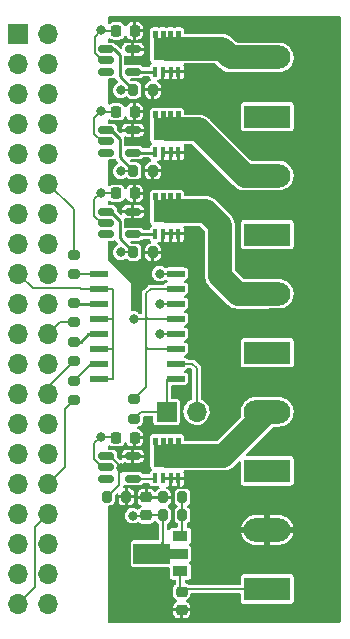
<source format=gbr>
%TF.GenerationSoftware,KiCad,Pcbnew,(6.0.9)*%
%TF.CreationDate,2022-11-25T17:08:00+01:00*%
%TF.ProjectId,gpio_isolated_switches,6770696f-5f69-4736-9f6c-617465645f73,rev?*%
%TF.SameCoordinates,Original*%
%TF.FileFunction,Copper,L2,Bot*%
%TF.FilePolarity,Positive*%
%FSLAX46Y46*%
G04 Gerber Fmt 4.6, Leading zero omitted, Abs format (unit mm)*
G04 Created by KiCad (PCBNEW (6.0.9)) date 2022-11-25 17:08:00*
%MOMM*%
%LPD*%
G01*
G04 APERTURE LIST*
G04 Aperture macros list*
%AMRoundRect*
0 Rectangle with rounded corners*
0 $1 Rounding radius*
0 $2 $3 $4 $5 $6 $7 $8 $9 X,Y pos of 4 corners*
0 Add a 4 corners polygon primitive as box body*
4,1,4,$2,$3,$4,$5,$6,$7,$8,$9,$2,$3,0*
0 Add four circle primitives for the rounded corners*
1,1,$1+$1,$2,$3*
1,1,$1+$1,$4,$5*
1,1,$1+$1,$6,$7*
1,1,$1+$1,$8,$9*
0 Add four rect primitives between the rounded corners*
20,1,$1+$1,$2,$3,$4,$5,0*
20,1,$1+$1,$4,$5,$6,$7,0*
20,1,$1+$1,$6,$7,$8,$9,0*
20,1,$1+$1,$8,$9,$2,$3,0*%
%AMFreePoly0*
4,1,21,1.545000,0.775000,0.925000,0.775000,0.925000,0.525000,1.545000,0.525000,1.545000,0.125000,0.925000,0.125000,0.925000,-0.125000,1.545000,-0.125000,1.545000,-0.525000,0.925000,-0.525000,0.925000,-0.775000,1.545000,-0.775000,1.545000,-1.175000,0.925000,-1.175000,0.925000,-1.125000,-0.925000,-1.125000,-0.925000,1.125000,0.925000,1.125000,0.925000,1.175000,1.545000,1.175000,
1.545000,0.775000,1.545000,0.775000,$1*%
%AMFreePoly1*
4,1,9,3.862500,-0.866500,0.737500,-0.866500,0.737500,-0.450000,-0.737500,-0.450000,-0.737500,0.450000,0.737500,0.450000,0.737500,0.866500,3.862500,0.866500,3.862500,-0.866500,3.862500,-0.866500,$1*%
G04 Aperture macros list end*
%TA.AperFunction,ComponentPad*%
%ADD10R,3.960000X1.980000*%
%TD*%
%TA.AperFunction,ComponentPad*%
%ADD11O,3.960000X1.980000*%
%TD*%
%TA.AperFunction,ComponentPad*%
%ADD12R,1.700000X1.700000*%
%TD*%
%TA.AperFunction,ComponentPad*%
%ADD13O,1.700000X1.700000*%
%TD*%
%TA.AperFunction,SMDPad,CuDef*%
%ADD14R,0.400000X0.830000*%
%TD*%
%TA.AperFunction,SMDPad,CuDef*%
%ADD15FreePoly0,90.000000*%
%TD*%
%TA.AperFunction,SMDPad,CuDef*%
%ADD16RoundRect,0.200000X-0.275000X0.200000X-0.275000X-0.200000X0.275000X-0.200000X0.275000X0.200000X0*%
%TD*%
%TA.AperFunction,SMDPad,CuDef*%
%ADD17R,1.300000X0.900000*%
%TD*%
%TA.AperFunction,SMDPad,CuDef*%
%ADD18FreePoly1,180.000000*%
%TD*%
%TA.AperFunction,SMDPad,CuDef*%
%ADD19RoundRect,0.137500X-0.662500X-0.137500X0.662500X-0.137500X0.662500X0.137500X-0.662500X0.137500X0*%
%TD*%
%TA.AperFunction,SMDPad,CuDef*%
%ADD20RoundRect,0.225000X-0.225000X-0.250000X0.225000X-0.250000X0.225000X0.250000X-0.225000X0.250000X0*%
%TD*%
%TA.AperFunction,SMDPad,CuDef*%
%ADD21RoundRect,0.150000X-0.512500X-0.150000X0.512500X-0.150000X0.512500X0.150000X-0.512500X0.150000X0*%
%TD*%
%TA.AperFunction,SMDPad,CuDef*%
%ADD22RoundRect,0.200000X0.275000X-0.200000X0.275000X0.200000X-0.275000X0.200000X-0.275000X-0.200000X0*%
%TD*%
%TA.AperFunction,SMDPad,CuDef*%
%ADD23RoundRect,0.225000X0.250000X-0.225000X0.250000X0.225000X-0.250000X0.225000X-0.250000X-0.225000X0*%
%TD*%
%TA.AperFunction,SMDPad,CuDef*%
%ADD24RoundRect,0.200000X-0.200000X-0.275000X0.200000X-0.275000X0.200000X0.275000X-0.200000X0.275000X0*%
%TD*%
%TA.AperFunction,SMDPad,CuDef*%
%ADD25RoundRect,0.200000X0.200000X0.275000X-0.200000X0.275000X-0.200000X-0.275000X0.200000X-0.275000X0*%
%TD*%
%TA.AperFunction,SMDPad,CuDef*%
%ADD26RoundRect,0.225000X-0.250000X0.225000X-0.250000X-0.225000X0.250000X-0.225000X0.250000X0.225000X0*%
%TD*%
%TA.AperFunction,ViaPad*%
%ADD27C,0.800000*%
%TD*%
%TA.AperFunction,Conductor*%
%ADD28C,0.200000*%
%TD*%
%TA.AperFunction,Conductor*%
%ADD29C,2.000000*%
%TD*%
%TA.AperFunction,Conductor*%
%ADD30C,0.250000*%
%TD*%
G04 APERTURE END LIST*
D10*
%TO.P,J6,1,Pin_1*%
%TO.N,+24V*%
X105500000Y-91500000D03*
D11*
%TO.P,J6,2,Pin_2*%
%TO.N,GNDPWR*%
X105500000Y-86500000D03*
%TD*%
D10*
%TO.P,J1,1,Pin_1*%
%TO.N,+24V*%
X105500000Y-81500000D03*
D11*
%TO.P,J1,2,Pin_2*%
%TO.N,Net-(J1-Pad2)*%
X105500000Y-76500000D03*
%TD*%
D10*
%TO.P,J3,1,Pin_1*%
%TO.N,+24V*%
X105500000Y-61495000D03*
D11*
%TO.P,J3,2,Pin_2*%
%TO.N,Net-(J3-Pad2)*%
X105500000Y-56495000D03*
%TD*%
D10*
%TO.P,J2,1,Pin_1*%
%TO.N,+24V*%
X105500000Y-71500000D03*
D11*
%TO.P,J2,2,Pin_2*%
%TO.N,Net-(J2-Pad2)*%
X105500000Y-66500000D03*
%TD*%
D12*
%TO.P,J7,1,Pin_1*%
%TO.N,Net-(U1-Pad16)*%
X96975000Y-76500000D03*
D13*
%TO.P,J7,2,Pin_2*%
%TO.N,Net-(R5-Pad1)*%
X99515000Y-76500000D03*
%TD*%
D10*
%TO.P,J4,1,Pin_1*%
%TO.N,+24V*%
X105500000Y-51500000D03*
D11*
%TO.P,J4,2,Pin_2*%
%TO.N,Net-(J4-Pad2)*%
X105500000Y-46500000D03*
%TD*%
D14*
%TO.P,Q1,1,S*%
%TO.N,GNDPWR*%
X97975000Y-82140000D03*
%TO.P,Q1,2,S*%
X97325000Y-82140000D03*
%TO.P,Q1,3,S*%
X96675000Y-82140000D03*
%TO.P,Q1,4,G*%
%TO.N,Net-(Q1-Pad4)*%
X96025000Y-82140000D03*
D15*
%TO.P,Q1,5,D*%
%TO.N,Net-(J1-Pad2)*%
X97000000Y-80200000D03*
%TD*%
D16*
%TO.P,R12,1*%
%TO.N,+12V*%
X94250000Y-75425000D03*
%TO.P,R12,2*%
%TO.N,Net-(U1-Pad16)*%
X94250000Y-77075000D03*
%TD*%
D14*
%TO.P,Q2,1,S*%
%TO.N,GNDPWR*%
X97975000Y-61440000D03*
%TO.P,Q2,2,S*%
X97325000Y-61440000D03*
%TO.P,Q2,3,S*%
X96675000Y-61440000D03*
%TO.P,Q2,4,G*%
%TO.N,Net-(Q2-Pad4)*%
X96025000Y-61440000D03*
D15*
%TO.P,Q2,5,D*%
%TO.N,Net-(J2-Pad2)*%
X97000000Y-59500000D03*
%TD*%
D14*
%TO.P,Q3,1,S*%
%TO.N,GNDPWR*%
X97975000Y-54535000D03*
%TO.P,Q3,2,S*%
X97325000Y-54535000D03*
%TO.P,Q3,3,S*%
X96675000Y-54535000D03*
%TO.P,Q3,4,G*%
%TO.N,Net-(Q3-Pad4)*%
X96025000Y-54535000D03*
D15*
%TO.P,Q3,5,D*%
%TO.N,Net-(J3-Pad2)*%
X97000000Y-52595000D03*
%TD*%
D17*
%TO.P,U6,1,ADJ*%
%TO.N,Net-(R10-Pad2)*%
X98150000Y-87000000D03*
D18*
%TO.P,U6,2,VO*%
%TO.N,+12V*%
X98062500Y-88500000D03*
D17*
%TO.P,U6,3,VI*%
%TO.N,+24V*%
X98150000Y-90000000D03*
%TD*%
D19*
%TO.P,U1,1*%
%TO.N,+3V3*%
X91270000Y-73695000D03*
%TO.P,U1,2*%
%TO.N,Net-(R1-Pad2)*%
X91270000Y-72425000D03*
%TO.P,U1,3*%
%TO.N,+3V3*%
X91270000Y-71155000D03*
%TO.P,U1,4*%
%TO.N,Net-(R2-Pad2)*%
X91270000Y-69885000D03*
%TO.P,U1,5*%
%TO.N,+3V3*%
X91270000Y-68615000D03*
%TO.P,U1,6*%
%TO.N,Net-(R3-Pad2)*%
X91270000Y-67345000D03*
%TO.P,U1,7*%
%TO.N,+3V3*%
X91270000Y-66075000D03*
%TO.P,U1,8*%
%TO.N,Net-(R4-Pad2)*%
X91270000Y-64805000D03*
%TO.P,U1,9*%
%TO.N,Net-(R8-Pad1)*%
X97770000Y-64805000D03*
%TO.P,U1,10*%
%TO.N,+12V*%
X97770000Y-66075000D03*
%TO.P,U1,11*%
%TO.N,Net-(R7-Pad1)*%
X97770000Y-67345000D03*
%TO.P,U1,12*%
%TO.N,+12V*%
X97770000Y-68615000D03*
%TO.P,U1,13*%
%TO.N,Net-(R6-Pad1)*%
X97770000Y-69885000D03*
%TO.P,U1,14*%
%TO.N,+12V*%
X97770000Y-71155000D03*
%TO.P,U1,15*%
%TO.N,Net-(R5-Pad1)*%
X97770000Y-72425000D03*
%TO.P,U1,16*%
%TO.N,Net-(U1-Pad16)*%
X97770000Y-73695000D03*
%TD*%
D20*
%TO.P,C3,1*%
%TO.N,+12V*%
X92725000Y-51095000D03*
%TO.P,C3,2*%
%TO.N,GNDPWR*%
X94275000Y-51095000D03*
%TD*%
D21*
%TO.P,U5,1,NC*%
%TO.N,unconnected-(U5-Pad1)*%
X91862500Y-47700000D03*
%TO.P,U5,2,Vdd*%
%TO.N,+12V*%
X91862500Y-46750000D03*
%TO.P,U5,3,IN*%
%TO.N,Net-(R8-Pad1)*%
X91862500Y-45800000D03*
%TO.P,U5,4,GND*%
%TO.N,GNDPWR*%
X94137500Y-45800000D03*
%TO.P,U5,5,OUT*%
%TO.N,Net-(Q4-Pad4)*%
X94137500Y-47700000D03*
%TD*%
D14*
%TO.P,Q4,1,S*%
%TO.N,GNDPWR*%
X97975000Y-47690000D03*
%TO.P,Q4,2,S*%
X97325000Y-47690000D03*
%TO.P,Q4,3,S*%
X96675000Y-47690000D03*
%TO.P,Q4,4,G*%
%TO.N,Net-(Q4-Pad4)*%
X96025000Y-47690000D03*
D15*
%TO.P,Q4,5,D*%
%TO.N,Net-(J4-Pad2)*%
X97000000Y-45750000D03*
%TD*%
D21*
%TO.P,U4,1,NC*%
%TO.N,unconnected-(U4-Pad1)*%
X91862500Y-54545000D03*
%TO.P,U4,2,Vdd*%
%TO.N,+12V*%
X91862500Y-53595000D03*
%TO.P,U4,3,IN*%
%TO.N,Net-(R7-Pad1)*%
X91862500Y-52645000D03*
%TO.P,U4,4,GND*%
%TO.N,GNDPWR*%
X94137500Y-52645000D03*
%TO.P,U4,5,OUT*%
%TO.N,Net-(Q3-Pad4)*%
X94137500Y-54545000D03*
%TD*%
D22*
%TO.P,R2,1*%
%TO.N,/SW1*%
X89154000Y-72199000D03*
%TO.P,R2,2*%
%TO.N,Net-(R2-Pad2)*%
X89154000Y-70549000D03*
%TD*%
D23*
%TO.P,C6,1*%
%TO.N,+12V*%
X95250000Y-85275000D03*
%TO.P,C6,2*%
%TO.N,GNDPWR*%
X95250000Y-83725000D03*
%TD*%
D21*
%TO.P,U3,1,NC*%
%TO.N,unconnected-(U3-Pad1)*%
X91862500Y-61450000D03*
%TO.P,U3,2,Vdd*%
%TO.N,+12V*%
X91862500Y-60500000D03*
%TO.P,U3,3,IN*%
%TO.N,Net-(R6-Pad1)*%
X91862500Y-59550000D03*
%TO.P,U3,4,GND*%
%TO.N,GNDPWR*%
X94137500Y-59550000D03*
%TO.P,U3,5,OUT*%
%TO.N,Net-(Q2-Pad4)*%
X94137500Y-61450000D03*
%TD*%
D20*
%TO.P,C2,1*%
%TO.N,+12V*%
X92725000Y-58000000D03*
%TO.P,C2,2*%
%TO.N,GNDPWR*%
X94275000Y-58000000D03*
%TD*%
D24*
%TO.P,R7,1*%
%TO.N,Net-(R7-Pad1)*%
X94175000Y-56095000D03*
%TO.P,R7,2*%
%TO.N,GNDPWR*%
X95825000Y-56095000D03*
%TD*%
D25*
%TO.P,R9,1*%
%TO.N,Net-(R10-Pad2)*%
X98325000Y-85250000D03*
%TO.P,R9,2*%
%TO.N,+12V*%
X96675000Y-85250000D03*
%TD*%
D20*
%TO.P,C4,1*%
%TO.N,+12V*%
X92725000Y-44250000D03*
%TO.P,C4,2*%
%TO.N,GNDPWR*%
X94275000Y-44250000D03*
%TD*%
D24*
%TO.P,R5,1*%
%TO.N,Net-(R5-Pad1)*%
X91925000Y-83700000D03*
%TO.P,R5,2*%
%TO.N,GNDPWR*%
X93575000Y-83700000D03*
%TD*%
D12*
%TO.P,J5,1,Pin_1*%
%TO.N,unconnected-(J5-Pad1)*%
X84435000Y-44480000D03*
D13*
%TO.P,J5,2,Pin_2*%
%TO.N,+5V*%
X86975000Y-44480000D03*
%TO.P,J5,3,Pin_3*%
%TO.N,unconnected-(J5-Pad3)*%
X84435000Y-47020000D03*
%TO.P,J5,4,Pin_4*%
%TO.N,+5V*%
X86975000Y-47020000D03*
%TO.P,J5,5,Pin_5*%
%TO.N,unconnected-(J5-Pad5)*%
X84435000Y-49560000D03*
%TO.P,J5,6,Pin_6*%
%TO.N,unconnected-(J5-Pad6)*%
X86975000Y-49560000D03*
%TO.P,J5,7,Pin_7*%
%TO.N,unconnected-(J5-Pad7)*%
X84435000Y-52100000D03*
%TO.P,J5,8,Pin_8*%
%TO.N,unconnected-(J5-Pad8)*%
X86975000Y-52100000D03*
%TO.P,J5,9,Pin_9*%
%TO.N,unconnected-(J5-Pad9)*%
X84435000Y-54640000D03*
%TO.P,J5,10,Pin_10*%
%TO.N,unconnected-(J5-Pad10)*%
X86975000Y-54640000D03*
%TO.P,J5,11,Pin_11*%
%TO.N,unconnected-(J5-Pad11)*%
X84435000Y-57180000D03*
%TO.P,J5,12,Pin_12*%
%TO.N,/SW3*%
X86975000Y-57180000D03*
%TO.P,J5,13,Pin_13*%
%TO.N,unconnected-(J5-Pad13)*%
X84435000Y-59720000D03*
%TO.P,J5,14,Pin_14*%
%TO.N,unconnected-(J5-Pad14)*%
X86975000Y-59720000D03*
%TO.P,J5,15,Pin_15*%
%TO.N,unconnected-(J5-Pad15)*%
X84435000Y-62260000D03*
%TO.P,J5,16,Pin_16*%
%TO.N,unconnected-(J5-Pad16)*%
X86975000Y-62260000D03*
%TO.P,J5,17,Pin_17*%
%TO.N,+3V3*%
X84435000Y-64800000D03*
%TO.P,J5,18,Pin_18*%
%TO.N,unconnected-(J5-Pad18)*%
X86975000Y-64800000D03*
%TO.P,J5,19,Pin_19*%
%TO.N,unconnected-(J5-Pad19)*%
X84435000Y-67340000D03*
%TO.P,J5,20,Pin_20*%
%TO.N,unconnected-(J5-Pad20)*%
X86975000Y-67340000D03*
%TO.P,J5,21,Pin_21*%
%TO.N,unconnected-(J5-Pad21)*%
X84435000Y-69880000D03*
%TO.P,J5,22,Pin_22*%
%TO.N,/SW2*%
X86975000Y-69880000D03*
%TO.P,J5,23,Pin_23*%
%TO.N,unconnected-(J5-Pad23)*%
X84435000Y-72420000D03*
%TO.P,J5,24,Pin_24*%
%TO.N,unconnected-(J5-Pad24)*%
X86975000Y-72420000D03*
%TO.P,J5,25,Pin_25*%
%TO.N,unconnected-(J5-Pad25)*%
X84435000Y-74960000D03*
%TO.P,J5,26,Pin_26*%
%TO.N,/SW1*%
X86975000Y-74960000D03*
%TO.P,J5,27,Pin_27*%
%TO.N,unconnected-(J5-Pad27)*%
X84435000Y-77500000D03*
%TO.P,J5,28,Pin_28*%
%TO.N,unconnected-(J5-Pad28)*%
X86975000Y-77500000D03*
%TO.P,J5,29,Pin_29*%
%TO.N,unconnected-(J5-Pad29)*%
X84435000Y-80040000D03*
%TO.P,J5,30,Pin_30*%
%TO.N,unconnected-(J5-Pad30)*%
X86975000Y-80040000D03*
%TO.P,J5,31,Pin_31*%
%TO.N,unconnected-(J5-Pad31)*%
X84435000Y-82580000D03*
%TO.P,J5,32,Pin_32*%
%TO.N,/SW0*%
X86975000Y-82580000D03*
%TO.P,J5,33,Pin_33*%
%TO.N,unconnected-(J5-Pad33)*%
X84435000Y-85120000D03*
%TO.P,J5,34,Pin_34*%
%TO.N,GND*%
X86975000Y-85120000D03*
%TO.P,J5,35,Pin_35*%
%TO.N,unconnected-(J5-Pad35)*%
X84435000Y-87660000D03*
%TO.P,J5,36,Pin_36*%
%TO.N,unconnected-(J5-Pad36)*%
X86975000Y-87660000D03*
%TO.P,J5,37,Pin_37*%
%TO.N,/ADC*%
X84435000Y-90200000D03*
%TO.P,J5,38,Pin_38*%
%TO.N,+1V8*%
X86975000Y-90200000D03*
%TO.P,J5,39,Pin_39*%
%TO.N,GND*%
X84435000Y-92740000D03*
%TO.P,J5,40,Pin_40*%
%TO.N,unconnected-(J5-Pad40)*%
X86975000Y-92740000D03*
%TD*%
D16*
%TO.P,R4,1*%
%TO.N,/SW3*%
X89154000Y-63183000D03*
%TO.P,R4,2*%
%TO.N,Net-(R4-Pad2)*%
X89154000Y-64833000D03*
%TD*%
D21*
%TO.P,U2,1,NC*%
%TO.N,unconnected-(U2-Pad1)*%
X91862500Y-82150000D03*
%TO.P,U2,2,Vdd*%
%TO.N,+12V*%
X91862500Y-81200000D03*
%TO.P,U2,3,IN*%
%TO.N,Net-(R5-Pad1)*%
X91862500Y-80250000D03*
%TO.P,U2,4,GND*%
%TO.N,GNDPWR*%
X94137500Y-80250000D03*
%TO.P,U2,5,OUT*%
%TO.N,Net-(Q1-Pad4)*%
X94137500Y-82150000D03*
%TD*%
D24*
%TO.P,R8,1*%
%TO.N,Net-(R8-Pad1)*%
X94175000Y-49250000D03*
%TO.P,R8,2*%
%TO.N,GNDPWR*%
X95825000Y-49250000D03*
%TD*%
D20*
%TO.P,C1,1*%
%TO.N,+12V*%
X92725000Y-78700000D03*
%TO.P,C1,2*%
%TO.N,GNDPWR*%
X94275000Y-78700000D03*
%TD*%
D22*
%TO.P,R1,1*%
%TO.N,/SW0*%
X89154000Y-75501000D03*
%TO.P,R1,2*%
%TO.N,Net-(R1-Pad2)*%
X89154000Y-73851000D03*
%TD*%
%TO.P,R3,1*%
%TO.N,/SW2*%
X89154000Y-68897000D03*
%TO.P,R3,2*%
%TO.N,Net-(R3-Pad2)*%
X89154000Y-67247000D03*
%TD*%
D24*
%TO.P,R10,1*%
%TO.N,GNDPWR*%
X96675000Y-83750000D03*
%TO.P,R10,2*%
%TO.N,Net-(R10-Pad2)*%
X98325000Y-83750000D03*
%TD*%
%TO.P,R6,1*%
%TO.N,Net-(R6-Pad1)*%
X94175000Y-63000000D03*
%TO.P,R6,2*%
%TO.N,GNDPWR*%
X95825000Y-63000000D03*
%TD*%
D26*
%TO.P,C5,1*%
%TO.N,+24V*%
X98250000Y-91725000D03*
%TO.P,C5,2*%
%TO.N,GNDPWR*%
X98250000Y-93275000D03*
%TD*%
D27*
%TO.N,+12V*%
X94200000Y-68649000D03*
X94100000Y-85300000D03*
X91440000Y-44196000D03*
X91415000Y-51046000D03*
X91415000Y-78596000D03*
X91415000Y-57946000D03*
%TO.N,Net-(R5-Pad1)*%
X93124500Y-81250000D03*
%TO.N,Net-(R6-Pad1)*%
X93091000Y-62992000D03*
X96393000Y-69885000D03*
%TO.N,Net-(R7-Pad1)*%
X96393000Y-67345000D03*
X93091000Y-56134000D03*
%TO.N,Net-(R8-Pad1)*%
X93091000Y-49276000D03*
X96393000Y-64805000D03*
%TD*%
D28*
%TO.N,+12V*%
X95377000Y-68615000D02*
X95250000Y-68488000D01*
X90875000Y-51586000D02*
X91415000Y-51046000D01*
X95250000Y-71028000D02*
X95250000Y-73750000D01*
X94100000Y-85300000D02*
X95225000Y-85300000D01*
X96675000Y-87525000D02*
X96600000Y-87600000D01*
X91469000Y-51100000D02*
X91415000Y-51046000D01*
X95250000Y-74425000D02*
X95250000Y-73750000D01*
X91488604Y-60500000D02*
X90875000Y-59886396D01*
X91488604Y-81150000D02*
X90875000Y-80536396D01*
X95250000Y-68488000D02*
X95250000Y-66456000D01*
X90875000Y-58486000D02*
X91415000Y-57946000D01*
X91488604Y-53600000D02*
X90875000Y-52986396D01*
X96675000Y-85250000D02*
X96675000Y-87525000D01*
X95225000Y-85300000D02*
X95250000Y-85275000D01*
X92700000Y-51100000D02*
X91469000Y-51100000D01*
X90900000Y-44736000D02*
X91440000Y-44196000D01*
X92700000Y-78650000D02*
X91469000Y-78650000D01*
X91862500Y-46750000D02*
X91513604Y-46750000D01*
X97770000Y-68615000D02*
X94234000Y-68615000D01*
X97770000Y-71155000D02*
X95377000Y-71155000D01*
X92725000Y-44250000D02*
X91494000Y-44250000D01*
X95377000Y-71155000D02*
X95250000Y-71028000D01*
X95250000Y-71028000D02*
X95250000Y-68488000D01*
X97770000Y-68615000D02*
X95377000Y-68615000D01*
X96600000Y-87600000D02*
X97500000Y-88500000D01*
X90900000Y-46136396D02*
X90900000Y-44736000D01*
X90875000Y-79136000D02*
X91415000Y-78596000D01*
X95250000Y-66456000D02*
X95631000Y-66075000D01*
X91494000Y-44250000D02*
X91440000Y-44196000D01*
X91837500Y-60500000D02*
X91488604Y-60500000D01*
X90875000Y-59886396D02*
X90875000Y-58486000D01*
X94234000Y-68615000D02*
X94200000Y-68649000D01*
X92700000Y-58000000D02*
X91469000Y-58000000D01*
X91469000Y-58000000D02*
X91415000Y-57946000D01*
X91837500Y-53600000D02*
X91488604Y-53600000D01*
X96650000Y-85275000D02*
X96675000Y-85250000D01*
X90875000Y-52986396D02*
X90875000Y-51586000D01*
X94250000Y-75425000D02*
X95250000Y-74425000D01*
X91837500Y-81150000D02*
X91488604Y-81150000D01*
X91513604Y-46750000D02*
X90900000Y-46136396D01*
X95631000Y-66075000D02*
X97770000Y-66075000D01*
X90875000Y-80536396D02*
X90875000Y-79136000D01*
X91469000Y-78650000D02*
X91415000Y-78596000D01*
X97500000Y-88500000D02*
X98062500Y-88500000D01*
X95250000Y-85275000D02*
X96650000Y-85275000D01*
%TO.N,+24V*%
X98150000Y-90000000D02*
X98150000Y-91625000D01*
X105500000Y-91500000D02*
X98475000Y-91500000D01*
X98150000Y-91625000D02*
X98250000Y-91725000D01*
X98475000Y-91500000D02*
X98250000Y-91725000D01*
%TO.N,GND*%
X85825000Y-86270000D02*
X86975000Y-85120000D01*
X84435000Y-92740000D02*
X85825000Y-91350000D01*
X85825000Y-91350000D02*
X85825000Y-86270000D01*
D29*
%TO.N,Net-(J1-Pad2)*%
X101800000Y-80200000D02*
X105500000Y-76500000D01*
X97000000Y-80200000D02*
X101800000Y-80200000D01*
%TO.N,Net-(J2-Pad2)*%
X101500000Y-60700000D02*
X101500000Y-65000000D01*
X97000000Y-59500000D02*
X100300000Y-59500000D01*
X100300000Y-59500000D02*
X101500000Y-60700000D01*
X101500000Y-65000000D02*
X103000000Y-66500000D01*
X103000000Y-66500000D02*
X105500000Y-66500000D01*
%TO.N,Net-(J3-Pad2)*%
X97000000Y-52595000D02*
X99695000Y-52595000D01*
X103595000Y-56495000D02*
X105500000Y-56495000D01*
X99695000Y-52595000D02*
X103595000Y-56495000D01*
%TO.N,Net-(J4-Pad2)*%
X97000000Y-45750000D02*
X101650000Y-45750000D01*
X101650000Y-45750000D02*
X102400000Y-46500000D01*
X102400000Y-46500000D02*
X105500000Y-46500000D01*
D28*
%TO.N,+3V3*%
X91270000Y-66075000D02*
X89775000Y-66075000D01*
X92456000Y-68615000D02*
X92456000Y-71155000D01*
X92456000Y-66075000D02*
X92456000Y-68615000D01*
X91270000Y-71155000D02*
X92456000Y-71155000D01*
X85635000Y-66000000D02*
X84435000Y-64800000D01*
X91270000Y-68615000D02*
X92456000Y-68615000D01*
X92456000Y-71155000D02*
X92456000Y-73695000D01*
X89775000Y-66075000D02*
X89700000Y-66000000D01*
X92456000Y-73695000D02*
X91270000Y-73695000D01*
X89700000Y-66000000D02*
X85635000Y-66000000D01*
X91270000Y-66075000D02*
X92456000Y-66075000D01*
%TO.N,/SW0*%
X86975000Y-82580000D02*
X88400000Y-81155000D01*
X88400000Y-81155000D02*
X88400000Y-76255000D01*
X88400000Y-76255000D02*
X89154000Y-75501000D01*
%TO.N,/SW1*%
X86975000Y-74378000D02*
X89154000Y-72199000D01*
X86975000Y-74960000D02*
X86975000Y-74378000D01*
%TO.N,/SW2*%
X87958000Y-68897000D02*
X89154000Y-68897000D01*
X86975000Y-69880000D02*
X87958000Y-68897000D01*
%TO.N,/SW3*%
X89154000Y-59359000D02*
X86975000Y-57180000D01*
X89154000Y-63183000D02*
X89154000Y-59359000D01*
%TO.N,Net-(Q1-Pad4)*%
X96015000Y-82150000D02*
X96025000Y-82140000D01*
X94137500Y-82150000D02*
X96015000Y-82150000D01*
D30*
%TO.N,Net-(Q2-Pad4)*%
X96015000Y-61450000D02*
X96025000Y-61440000D01*
X94137500Y-61450000D02*
X96015000Y-61450000D01*
%TO.N,Net-(Q3-Pad4)*%
X96015000Y-54545000D02*
X96025000Y-54535000D01*
X94137500Y-54545000D02*
X96015000Y-54545000D01*
%TO.N,Net-(Q4-Pad4)*%
X94137500Y-47700000D02*
X96015000Y-47700000D01*
X96015000Y-47700000D02*
X96025000Y-47690000D01*
D28*
%TO.N,Net-(R5-Pad1)*%
X92964000Y-81089500D02*
X93124500Y-81250000D01*
X99515000Y-72765000D02*
X99515000Y-76500000D01*
X92964000Y-81002604D02*
X92964000Y-82661000D01*
X91862500Y-80250000D02*
X92211396Y-80250000D01*
X99175000Y-72425000D02*
X99515000Y-72765000D01*
X91895000Y-83730000D02*
X91925000Y-83700000D01*
X97770000Y-72425000D02*
X99175000Y-72425000D01*
X92211396Y-80250000D02*
X92964000Y-81002604D01*
X92964000Y-82661000D02*
X91925000Y-83700000D01*
X92964000Y-81002604D02*
X92964000Y-81089500D01*
%TO.N,Net-(R6-Pad1)*%
X94167000Y-62992000D02*
X94175000Y-63000000D01*
D30*
X93000000Y-60303249D02*
X93000000Y-61825000D01*
D28*
X97770000Y-69885000D02*
X96393000Y-69885000D01*
D30*
X92246751Y-59550000D02*
X93000000Y-60303249D01*
X93000000Y-61825000D02*
X94175000Y-63000000D01*
D28*
X93091000Y-62992000D02*
X94167000Y-62992000D01*
D30*
X91862500Y-59550000D02*
X92246751Y-59550000D01*
%TO.N,Net-(R7-Pad1)*%
X92246751Y-52645000D02*
X93000000Y-53398249D01*
D28*
X97770000Y-67345000D02*
X96393000Y-67345000D01*
X93091000Y-56134000D02*
X94136000Y-56134000D01*
D30*
X93000000Y-53398249D02*
X93000000Y-54920000D01*
D28*
X94136000Y-56134000D02*
X94175000Y-56095000D01*
D30*
X91862500Y-52645000D02*
X92246751Y-52645000D01*
X93000000Y-54920000D02*
X94175000Y-56095000D01*
%TO.N,Net-(R8-Pad1)*%
X92550000Y-45800000D02*
X93000000Y-46250000D01*
D28*
X94149000Y-49276000D02*
X94175000Y-49250000D01*
D30*
X93000000Y-46250000D02*
X93000000Y-48075000D01*
D28*
X97770000Y-64805000D02*
X96393000Y-64805000D01*
D30*
X91862500Y-45800000D02*
X92550000Y-45800000D01*
D28*
X93091000Y-49276000D02*
X94149000Y-49276000D01*
D30*
X93000000Y-48075000D02*
X94175000Y-49250000D01*
D28*
%TO.N,Net-(R10-Pad2)*%
X98325000Y-85250000D02*
X98325000Y-86825000D01*
X98325000Y-83750000D02*
X98325000Y-85250000D01*
X98325000Y-86825000D02*
X98150000Y-87000000D01*
%TO.N,Net-(U1-Pad16)*%
X94250000Y-77075000D02*
X94825000Y-76500000D01*
X94825000Y-76500000D02*
X96975000Y-76500000D01*
X97055000Y-73695000D02*
X96975000Y-73775000D01*
X97770000Y-73695000D02*
X97055000Y-73695000D01*
X96975000Y-73775000D02*
X96975000Y-76500000D01*
%TO.N,Net-(R1-Pad2)*%
X90580000Y-72425000D02*
X91270000Y-72425000D01*
X89154000Y-73851000D02*
X90580000Y-72425000D01*
%TO.N,Net-(R2-Pad2)*%
X91206000Y-69949000D02*
X91270000Y-69885000D01*
D30*
X89701000Y-70549000D02*
X90365000Y-69885000D01*
X89154000Y-70549000D02*
X89701000Y-70549000D01*
X90365000Y-69885000D02*
X91270000Y-69885000D01*
%TO.N,Net-(R3-Pad2)*%
X89252000Y-67345000D02*
X89154000Y-67247000D01*
X91270000Y-67345000D02*
X89252000Y-67345000D01*
D28*
%TO.N,Net-(R4-Pad2)*%
X89154000Y-64833000D02*
X91242000Y-64833000D01*
X91242000Y-64833000D02*
X91270000Y-64805000D01*
%TD*%
%TA.AperFunction,Conductor*%
%TO.N,GNDPWR*%
G36*
X111687621Y-43020002D02*
G01*
X111734114Y-43073658D01*
X111745500Y-43126000D01*
X111745500Y-94219500D01*
X111725498Y-94287621D01*
X111671842Y-94334114D01*
X111619500Y-94345500D01*
X92126000Y-94345500D01*
X92057879Y-94325498D01*
X92011386Y-94271842D01*
X92000000Y-94219500D01*
X92000000Y-93541927D01*
X97521000Y-93541927D01*
X97521369Y-93548741D01*
X97526510Y-93596066D01*
X97530135Y-93611311D01*
X97572375Y-93723988D01*
X97580908Y-93739575D01*
X97652434Y-93835010D01*
X97664990Y-93847566D01*
X97760425Y-93919092D01*
X97776012Y-93927625D01*
X97888689Y-93969865D01*
X97903934Y-93973490D01*
X97951259Y-93978631D01*
X97958073Y-93979000D01*
X98104885Y-93979000D01*
X98120124Y-93974525D01*
X98121329Y-93973135D01*
X98123000Y-93965452D01*
X98123000Y-93960885D01*
X98377000Y-93960885D01*
X98381475Y-93976124D01*
X98382865Y-93977329D01*
X98390548Y-93979000D01*
X98541927Y-93979000D01*
X98548741Y-93978631D01*
X98596066Y-93973490D01*
X98611311Y-93969865D01*
X98723988Y-93927625D01*
X98739575Y-93919092D01*
X98835010Y-93847566D01*
X98847566Y-93835010D01*
X98919092Y-93739575D01*
X98927625Y-93723988D01*
X98969865Y-93611311D01*
X98973490Y-93596066D01*
X98978631Y-93548741D01*
X98979000Y-93541927D01*
X98979000Y-93420115D01*
X98974525Y-93404876D01*
X98973135Y-93403671D01*
X98965452Y-93402000D01*
X98395115Y-93402000D01*
X98379876Y-93406475D01*
X98378671Y-93407865D01*
X98377000Y-93415548D01*
X98377000Y-93960885D01*
X98123000Y-93960885D01*
X98123000Y-93420115D01*
X98118525Y-93404876D01*
X98117135Y-93403671D01*
X98109452Y-93402000D01*
X97539115Y-93402000D01*
X97523876Y-93406475D01*
X97522671Y-93407865D01*
X97521000Y-93415548D01*
X97521000Y-93541927D01*
X92000000Y-93541927D01*
X92000000Y-85293096D01*
X93440729Y-85293096D01*
X93458113Y-85450553D01*
X93460723Y-85457684D01*
X93460723Y-85457686D01*
X93505233Y-85579315D01*
X93512553Y-85599319D01*
X93600908Y-85730805D01*
X93606527Y-85735918D01*
X93606528Y-85735919D01*
X93692091Y-85813775D01*
X93718076Y-85837419D01*
X93857293Y-85913008D01*
X94010522Y-85953207D01*
X94094477Y-85954526D01*
X94161319Y-85955576D01*
X94161322Y-85955576D01*
X94168916Y-85955695D01*
X94323332Y-85920329D01*
X94393742Y-85884917D01*
X94458072Y-85852563D01*
X94458075Y-85852561D01*
X94464855Y-85849151D01*
X94470628Y-85844220D01*
X94470633Y-85844217D01*
X94484702Y-85832201D01*
X94549492Y-85803170D01*
X94619692Y-85813775D01*
X94653757Y-85837609D01*
X94657456Y-85842544D01*
X94664633Y-85847923D01*
X94760183Y-85919535D01*
X94760186Y-85919537D01*
X94767365Y-85924917D01*
X94775769Y-85928067D01*
X94775770Y-85928068D01*
X94888581Y-85970358D01*
X94888582Y-85970358D01*
X94895976Y-85973130D01*
X94903826Y-85973983D01*
X94903827Y-85973983D01*
X94920120Y-85975753D01*
X94954611Y-85979500D01*
X95249956Y-85979500D01*
X95545388Y-85979499D01*
X95548782Y-85979130D01*
X95548788Y-85979130D01*
X95596166Y-85973984D01*
X95596170Y-85973983D01*
X95604024Y-85973130D01*
X95732635Y-85924917D01*
X95739814Y-85919537D01*
X95739817Y-85919535D01*
X95835367Y-85847923D01*
X95842544Y-85842544D01*
X95847923Y-85835367D01*
X95847927Y-85835363D01*
X95893049Y-85775158D01*
X95949908Y-85732643D01*
X96020727Y-85727619D01*
X96083020Y-85761679D01*
X96095225Y-85775865D01*
X96144395Y-85842436D01*
X96144398Y-85842439D01*
X96149990Y-85850010D01*
X96254442Y-85927160D01*
X96259924Y-85931209D01*
X96259368Y-85931961D01*
X96304302Y-85975753D01*
X96320500Y-86037556D01*
X96320500Y-87248014D01*
X96300498Y-87316135D01*
X96246842Y-87362628D01*
X96194500Y-87374014D01*
X94200000Y-87374014D01*
X94100699Y-87393766D01*
X94016516Y-87450016D01*
X93960266Y-87534199D01*
X93940514Y-87633500D01*
X93940514Y-89366500D01*
X93960266Y-89465801D01*
X94016516Y-89549984D01*
X94100699Y-89606234D01*
X94200000Y-89625986D01*
X97119500Y-89625986D01*
X97187621Y-89645988D01*
X97234114Y-89699644D01*
X97245500Y-89751986D01*
X97245501Y-90475066D01*
X97260266Y-90549301D01*
X97316516Y-90633484D01*
X97400699Y-90689734D01*
X97474933Y-90704500D01*
X97669500Y-90704500D01*
X97737621Y-90724502D01*
X97784114Y-90778158D01*
X97795500Y-90830500D01*
X97795500Y-90990969D01*
X97775498Y-91059090D01*
X97745066Y-91091795D01*
X97657456Y-91157456D01*
X97652077Y-91164633D01*
X97580465Y-91260183D01*
X97580463Y-91260186D01*
X97575083Y-91267365D01*
X97526870Y-91395976D01*
X97520500Y-91454611D01*
X97520501Y-91995388D01*
X97526870Y-92054024D01*
X97575083Y-92182635D01*
X97580463Y-92189814D01*
X97580465Y-92189817D01*
X97652077Y-92285367D01*
X97657456Y-92292544D01*
X97664633Y-92297923D01*
X97760183Y-92369535D01*
X97760186Y-92369537D01*
X97767365Y-92374917D01*
X97787020Y-92382285D01*
X97843784Y-92424927D01*
X97868484Y-92491488D01*
X97853276Y-92560837D01*
X97802990Y-92610955D01*
X97787018Y-92618249D01*
X97776014Y-92622374D01*
X97760425Y-92630908D01*
X97664990Y-92702434D01*
X97652434Y-92714990D01*
X97580908Y-92810425D01*
X97572375Y-92826012D01*
X97530135Y-92938689D01*
X97526510Y-92953934D01*
X97521369Y-93001259D01*
X97521000Y-93008073D01*
X97521000Y-93129885D01*
X97525475Y-93145124D01*
X97526865Y-93146329D01*
X97534548Y-93148000D01*
X98960885Y-93148000D01*
X98976124Y-93143525D01*
X98977329Y-93142135D01*
X98979000Y-93134452D01*
X98979000Y-93008073D01*
X98978631Y-93001259D01*
X98973490Y-92953934D01*
X98969865Y-92938689D01*
X98927625Y-92826012D01*
X98919092Y-92810425D01*
X98847566Y-92714990D01*
X98835010Y-92702434D01*
X98739575Y-92630908D01*
X98723986Y-92622374D01*
X98712982Y-92618249D01*
X98656217Y-92575609D01*
X98631516Y-92509047D01*
X98646723Y-92439698D01*
X98697008Y-92389579D01*
X98712980Y-92382285D01*
X98732635Y-92374917D01*
X98739814Y-92369537D01*
X98739817Y-92369535D01*
X98835367Y-92297923D01*
X98842544Y-92292544D01*
X98847923Y-92285367D01*
X98919535Y-92189817D01*
X98919537Y-92189814D01*
X98924917Y-92182635D01*
X98973130Y-92054024D01*
X98979500Y-91995389D01*
X98979500Y-91980500D01*
X98999502Y-91912379D01*
X99053158Y-91865886D01*
X99105500Y-91854500D01*
X103139501Y-91854500D01*
X103207622Y-91874502D01*
X103254115Y-91928158D01*
X103265501Y-91980500D01*
X103265501Y-92515066D01*
X103272612Y-92550818D01*
X103277543Y-92575609D01*
X103280266Y-92589301D01*
X103287161Y-92599620D01*
X103287162Y-92599622D01*
X103302365Y-92622374D01*
X103336516Y-92673484D01*
X103420699Y-92729734D01*
X103494933Y-92744500D01*
X105499838Y-92744500D01*
X107505066Y-92744499D01*
X107540818Y-92737388D01*
X107567126Y-92732156D01*
X107567128Y-92732155D01*
X107579301Y-92729734D01*
X107589621Y-92722839D01*
X107589622Y-92722838D01*
X107653168Y-92680377D01*
X107663484Y-92673484D01*
X107719734Y-92589301D01*
X107734500Y-92515067D01*
X107734499Y-90484934D01*
X107719734Y-90410699D01*
X107663484Y-90326516D01*
X107579301Y-90270266D01*
X107505067Y-90255500D01*
X105500163Y-90255500D01*
X103494934Y-90255501D01*
X103459182Y-90262612D01*
X103432874Y-90267844D01*
X103432872Y-90267845D01*
X103420699Y-90270266D01*
X103410379Y-90277161D01*
X103410378Y-90277162D01*
X103349985Y-90317516D01*
X103336516Y-90326516D01*
X103280266Y-90410699D01*
X103265500Y-90484933D01*
X103265500Y-91019500D01*
X103245498Y-91087621D01*
X103191842Y-91134114D01*
X103139500Y-91145500D01*
X98868568Y-91145500D01*
X98800447Y-91125498D01*
X98793002Y-91120326D01*
X98739817Y-91080465D01*
X98739814Y-91080463D01*
X98732635Y-91075083D01*
X98604024Y-91026870D01*
X98599906Y-91026423D01*
X98539708Y-90992033D01*
X98506887Y-90929078D01*
X98504500Y-90904667D01*
X98504500Y-90830499D01*
X98524502Y-90762378D01*
X98578158Y-90715885D01*
X98630500Y-90704499D01*
X98825066Y-90704499D01*
X98860818Y-90697388D01*
X98887126Y-90692156D01*
X98887128Y-90692155D01*
X98899301Y-90689734D01*
X98909621Y-90682839D01*
X98909622Y-90682838D01*
X98973168Y-90640377D01*
X98983484Y-90633484D01*
X99039734Y-90549301D01*
X99054500Y-90475067D01*
X99054499Y-89524934D01*
X99039734Y-89450699D01*
X98983484Y-89366516D01*
X98965896Y-89354764D01*
X98920370Y-89300286D01*
X98911523Y-89229843D01*
X98942165Y-89165800D01*
X98965896Y-89145236D01*
X98973168Y-89140377D01*
X98983484Y-89133484D01*
X99039734Y-89049301D01*
X99059486Y-88950000D01*
X99059486Y-88050000D01*
X99039734Y-87950699D01*
X98983484Y-87866516D01*
X98965896Y-87854764D01*
X98920370Y-87800286D01*
X98911523Y-87729843D01*
X98942165Y-87665800D01*
X98965896Y-87645236D01*
X98973168Y-87640377D01*
X98983484Y-87633484D01*
X99039734Y-87549301D01*
X99054500Y-87475067D01*
X99054499Y-86644271D01*
X103274299Y-86644271D01*
X103287592Y-86754116D01*
X103289916Y-86765050D01*
X103351913Y-86966572D01*
X103356134Y-86976918D01*
X103452839Y-87164280D01*
X103458824Y-87173711D01*
X103587184Y-87340992D01*
X103594740Y-87349209D01*
X103750692Y-87491115D01*
X103759591Y-87497869D01*
X103938194Y-87609907D01*
X103948164Y-87614987D01*
X104143785Y-87693626D01*
X104154485Y-87696857D01*
X104361916Y-87739813D01*
X104371053Y-87741016D01*
X104420981Y-87743895D01*
X104424627Y-87744000D01*
X105354885Y-87744000D01*
X105370124Y-87739525D01*
X105371329Y-87738135D01*
X105373000Y-87730452D01*
X105373000Y-87725885D01*
X105627000Y-87725885D01*
X105631475Y-87741124D01*
X105632865Y-87742329D01*
X105640548Y-87744000D01*
X106543536Y-87744000D01*
X106549131Y-87743751D01*
X106705589Y-87729787D01*
X106716603Y-87727806D01*
X106919965Y-87672171D01*
X106930438Y-87668277D01*
X107120745Y-87577505D01*
X107130360Y-87571819D01*
X107301582Y-87448784D01*
X107310048Y-87441476D01*
X107456769Y-87290072D01*
X107463811Y-87281375D01*
X107581401Y-87106384D01*
X107586787Y-87096587D01*
X107671534Y-86903526D01*
X107675099Y-86892934D01*
X107724319Y-86687919D01*
X107725952Y-86676857D01*
X107727784Y-86645084D01*
X107724207Y-86629669D01*
X107713442Y-86627000D01*
X105645115Y-86627000D01*
X105629876Y-86631475D01*
X105628671Y-86632865D01*
X105627000Y-86640548D01*
X105627000Y-87725885D01*
X105373000Y-87725885D01*
X105373000Y-86645115D01*
X105368525Y-86629876D01*
X105367135Y-86628671D01*
X105359452Y-86627000D01*
X103290324Y-86627000D01*
X103276342Y-86631105D01*
X103274299Y-86644271D01*
X99054499Y-86644271D01*
X99054499Y-86524934D01*
X99039734Y-86450699D01*
X98983484Y-86366516D01*
X98966124Y-86354916D01*
X103272216Y-86354916D01*
X103275793Y-86370331D01*
X103286558Y-86373000D01*
X105354885Y-86373000D01*
X105370124Y-86368525D01*
X105371329Y-86367135D01*
X105373000Y-86359452D01*
X105373000Y-86354885D01*
X105627000Y-86354885D01*
X105631475Y-86370124D01*
X105632865Y-86371329D01*
X105640548Y-86373000D01*
X107709676Y-86373000D01*
X107723658Y-86368895D01*
X107725701Y-86355729D01*
X107712408Y-86245884D01*
X107710084Y-86234950D01*
X107648087Y-86033428D01*
X107643866Y-86023082D01*
X107547161Y-85835720D01*
X107541176Y-85826289D01*
X107412816Y-85659008D01*
X107405260Y-85650791D01*
X107249308Y-85508885D01*
X107240409Y-85502131D01*
X107061806Y-85390093D01*
X107051836Y-85385013D01*
X106856215Y-85306374D01*
X106845515Y-85303143D01*
X106638084Y-85260187D01*
X106628947Y-85258984D01*
X106579019Y-85256105D01*
X106575373Y-85256000D01*
X105645115Y-85256000D01*
X105629876Y-85260475D01*
X105628671Y-85261865D01*
X105627000Y-85269548D01*
X105627000Y-86354885D01*
X105373000Y-86354885D01*
X105373000Y-85274115D01*
X105368525Y-85258876D01*
X105367135Y-85257671D01*
X105359452Y-85256000D01*
X104456464Y-85256000D01*
X104450869Y-85256249D01*
X104294411Y-85270213D01*
X104283397Y-85272194D01*
X104080035Y-85327829D01*
X104069562Y-85331723D01*
X103879255Y-85422495D01*
X103869640Y-85428181D01*
X103698418Y-85551216D01*
X103689952Y-85558524D01*
X103543231Y-85709928D01*
X103536189Y-85718625D01*
X103418599Y-85893616D01*
X103413213Y-85903413D01*
X103328466Y-86096474D01*
X103324901Y-86107066D01*
X103275681Y-86312081D01*
X103274048Y-86323143D01*
X103272216Y-86354916D01*
X98966124Y-86354916D01*
X98899301Y-86310266D01*
X98825067Y-86295500D01*
X98805500Y-86295500D01*
X98737379Y-86275498D01*
X98690886Y-86221842D01*
X98679500Y-86169500D01*
X98679500Y-86037556D01*
X98699502Y-85969435D01*
X98740487Y-85931766D01*
X98740076Y-85931209D01*
X98745256Y-85927383D01*
X98850010Y-85850010D01*
X98931209Y-85740076D01*
X98976493Y-85611127D01*
X98978284Y-85592185D01*
X98978624Y-85588579D01*
X98979500Y-85579315D01*
X98979499Y-84920686D01*
X98976493Y-84888873D01*
X98931209Y-84759924D01*
X98850010Y-84649990D01*
X98842439Y-84644398D01*
X98842436Y-84644395D01*
X98784159Y-84601351D01*
X98741248Y-84544790D01*
X98735728Y-84474009D01*
X98769352Y-84411479D01*
X98784159Y-84398649D01*
X98842436Y-84355605D01*
X98842439Y-84355602D01*
X98850010Y-84350010D01*
X98931209Y-84240076D01*
X98976493Y-84111127D01*
X98979500Y-84079315D01*
X98979499Y-83420686D01*
X98976493Y-83388873D01*
X98931209Y-83259924D01*
X98850010Y-83149990D01*
X98740076Y-83068791D01*
X98611127Y-83023507D01*
X98603485Y-83022785D01*
X98603482Y-83022784D01*
X98588508Y-83021369D01*
X98579315Y-83020500D01*
X98350884Y-83020500D01*
X98282763Y-83000498D01*
X98236270Y-82946842D01*
X98226166Y-82876568D01*
X98255660Y-82811988D01*
X98280883Y-82789735D01*
X98347806Y-82745019D01*
X98365017Y-82727808D01*
X98407368Y-82664425D01*
X98416684Y-82641934D01*
X98427793Y-82586085D01*
X98429000Y-82573830D01*
X98429000Y-82285115D01*
X98424525Y-82269876D01*
X98423135Y-82268671D01*
X98415452Y-82267000D01*
X98120115Y-82267000D01*
X98104876Y-82271475D01*
X98103671Y-82272865D01*
X98102000Y-82280548D01*
X98102000Y-82790884D01*
X98107371Y-82809175D01*
X98142454Y-82863765D01*
X98142454Y-82934761D01*
X98104071Y-82994488D01*
X98048561Y-83022336D01*
X98046515Y-83022785D01*
X98038873Y-83023507D01*
X98031630Y-83026051D01*
X98031628Y-83026051D01*
X98019999Y-83030135D01*
X97909924Y-83068791D01*
X97799990Y-83149990D01*
X97718791Y-83259924D01*
X97673507Y-83388873D01*
X97670500Y-83420685D01*
X97670501Y-84079314D01*
X97670780Y-84082262D01*
X97670780Y-84082271D01*
X97672784Y-84103478D01*
X97673507Y-84111127D01*
X97718791Y-84240076D01*
X97799990Y-84350010D01*
X97807561Y-84355602D01*
X97807564Y-84355605D01*
X97865841Y-84398649D01*
X97908752Y-84455210D01*
X97914272Y-84525991D01*
X97880648Y-84588521D01*
X97865841Y-84601351D01*
X97807564Y-84644395D01*
X97807561Y-84644398D01*
X97799990Y-84649990D01*
X97718791Y-84759924D01*
X97673507Y-84888873D01*
X97670500Y-84920685D01*
X97670501Y-85579314D01*
X97673507Y-85611127D01*
X97718791Y-85740076D01*
X97799990Y-85850010D01*
X97904442Y-85927160D01*
X97909924Y-85931209D01*
X97909368Y-85931961D01*
X97954302Y-85975753D01*
X97970500Y-86037556D01*
X97970500Y-86169501D01*
X97950498Y-86237622D01*
X97896842Y-86284115D01*
X97844500Y-86295501D01*
X97474934Y-86295501D01*
X97439182Y-86302612D01*
X97412874Y-86307844D01*
X97412872Y-86307845D01*
X97400699Y-86310266D01*
X97390379Y-86317161D01*
X97390378Y-86317162D01*
X97381427Y-86323143D01*
X97316516Y-86366516D01*
X97260266Y-86450699D01*
X97257327Y-86448735D01*
X97219843Y-86489032D01*
X97151060Y-86506621D01*
X97083686Y-86484230D01*
X97039113Y-86428970D01*
X97029500Y-86380699D01*
X97029500Y-86037556D01*
X97049502Y-85969435D01*
X97090487Y-85931766D01*
X97090076Y-85931209D01*
X97095256Y-85927383D01*
X97200010Y-85850010D01*
X97281209Y-85740076D01*
X97326493Y-85611127D01*
X97328284Y-85592185D01*
X97328624Y-85588579D01*
X97329500Y-85579315D01*
X97329499Y-84920686D01*
X97326493Y-84888873D01*
X97281209Y-84759924D01*
X97200010Y-84649990D01*
X97185399Y-84639198D01*
X97133738Y-84601040D01*
X97090827Y-84544478D01*
X97085308Y-84473697D01*
X97118933Y-84411167D01*
X97133739Y-84398338D01*
X97192078Y-84355248D01*
X97205248Y-84342078D01*
X97275163Y-84247420D01*
X97283884Y-84230951D01*
X97323452Y-84118277D01*
X97326719Y-84103386D01*
X97328721Y-84082201D01*
X97329000Y-84076287D01*
X97329000Y-83895115D01*
X97324525Y-83879876D01*
X97323135Y-83878671D01*
X97315452Y-83877000D01*
X96047053Y-83877000D01*
X95978932Y-83856998D01*
X95970774Y-83850890D01*
X95955255Y-83852000D01*
X94539115Y-83852000D01*
X94523876Y-83856475D01*
X94522671Y-83857865D01*
X94521000Y-83865548D01*
X94521000Y-83991927D01*
X94521369Y-83998741D01*
X94526510Y-84046066D01*
X94530135Y-84061311D01*
X94572375Y-84173988D01*
X94580908Y-84189575D01*
X94652434Y-84285010D01*
X94664990Y-84297566D01*
X94760425Y-84369092D01*
X94776014Y-84377626D01*
X94787018Y-84381751D01*
X94843783Y-84424391D01*
X94868484Y-84490953D01*
X94853277Y-84560302D01*
X94802992Y-84610421D01*
X94787022Y-84617714D01*
X94767365Y-84625083D01*
X94760186Y-84630463D01*
X94760183Y-84630465D01*
X94683364Y-84688039D01*
X94657456Y-84707456D01*
X94652077Y-84714633D01*
X94652075Y-84714635D01*
X94642556Y-84727336D01*
X94585697Y-84769851D01*
X94514878Y-84774877D01*
X94476516Y-84758156D01*
X94476275Y-84758611D01*
X94470299Y-84755447D01*
X94468889Y-84754700D01*
X94342988Y-84688039D01*
X94342989Y-84688039D01*
X94336274Y-84684484D01*
X94182633Y-84645892D01*
X94175034Y-84645852D01*
X94175033Y-84645852D01*
X94109181Y-84645507D01*
X94024221Y-84645062D01*
X94016841Y-84646834D01*
X94016839Y-84646834D01*
X93934375Y-84666632D01*
X93929725Y-84666399D01*
X93920496Y-84669964D01*
X93877564Y-84680271D01*
X93877562Y-84680272D01*
X93870184Y-84682043D01*
X93729414Y-84754700D01*
X93610039Y-84858838D01*
X93518950Y-84988444D01*
X93461406Y-85136037D01*
X93460414Y-85143570D01*
X93460414Y-85143571D01*
X93443228Y-85274115D01*
X93440729Y-85293096D01*
X92000000Y-85293096D01*
X92000000Y-84555499D01*
X92020002Y-84487378D01*
X92073658Y-84440885D01*
X92126000Y-84429499D01*
X92179314Y-84429499D01*
X92182262Y-84429220D01*
X92182271Y-84429220D01*
X92203478Y-84427216D01*
X92203480Y-84427216D01*
X92211127Y-84426493D01*
X92219787Y-84423452D01*
X92254769Y-84411167D01*
X92340076Y-84381209D01*
X92450010Y-84300010D01*
X92531209Y-84190076D01*
X92576493Y-84061127D01*
X92579500Y-84029315D01*
X92579500Y-84026283D01*
X92921001Y-84026283D01*
X92921280Y-84032207D01*
X92923281Y-84053382D01*
X92926549Y-84068280D01*
X92966116Y-84180951D01*
X92974837Y-84197420D01*
X93044752Y-84292078D01*
X93057922Y-84305248D01*
X93152580Y-84375163D01*
X93169049Y-84383884D01*
X93281723Y-84423452D01*
X93296614Y-84426719D01*
X93317799Y-84428721D01*
X93323713Y-84429000D01*
X93429885Y-84429000D01*
X93445124Y-84424525D01*
X93446329Y-84423135D01*
X93448000Y-84415452D01*
X93448000Y-84410884D01*
X93702000Y-84410884D01*
X93706475Y-84426123D01*
X93707865Y-84427328D01*
X93715548Y-84428999D01*
X93826283Y-84428999D01*
X93832207Y-84428720D01*
X93853388Y-84426718D01*
X93864083Y-84424372D01*
X93865396Y-84424464D01*
X93980951Y-84383884D01*
X93997420Y-84375163D01*
X94092078Y-84305248D01*
X94105248Y-84292078D01*
X94175163Y-84197420D01*
X94183884Y-84180951D01*
X94223452Y-84068277D01*
X94226719Y-84053386D01*
X94228721Y-84032201D01*
X94229000Y-84026287D01*
X94229000Y-83845115D01*
X94224525Y-83829876D01*
X94223135Y-83828671D01*
X94215452Y-83827000D01*
X93720115Y-83827000D01*
X93704876Y-83831475D01*
X93703671Y-83832865D01*
X93702000Y-83840548D01*
X93702000Y-84410884D01*
X93448000Y-84410884D01*
X93448000Y-83845115D01*
X93443525Y-83829876D01*
X93442135Y-83828671D01*
X93434452Y-83827000D01*
X92939116Y-83827000D01*
X92923877Y-83831475D01*
X92922672Y-83832865D01*
X92921001Y-83840548D01*
X92921001Y-84026283D01*
X92579500Y-84026283D01*
X92579499Y-83599029D01*
X92585120Y-83579885D01*
X94521000Y-83579885D01*
X94525475Y-83595124D01*
X94526865Y-83596329D01*
X94534548Y-83598000D01*
X95104885Y-83598000D01*
X95120124Y-83593525D01*
X95121329Y-83592135D01*
X95123000Y-83584452D01*
X95123000Y-83039115D01*
X95118525Y-83023876D01*
X95117135Y-83022671D01*
X95109452Y-83021000D01*
X94958073Y-83021000D01*
X94951259Y-83021369D01*
X94903934Y-83026510D01*
X94888689Y-83030135D01*
X94776012Y-83072375D01*
X94760425Y-83080908D01*
X94664990Y-83152434D01*
X94652434Y-83164990D01*
X94580908Y-83260425D01*
X94572375Y-83276012D01*
X94530135Y-83388689D01*
X94526510Y-83403934D01*
X94521369Y-83451259D01*
X94521000Y-83458073D01*
X94521000Y-83579885D01*
X92585120Y-83579885D01*
X92599501Y-83530909D01*
X92616404Y-83509934D01*
X92705905Y-83420433D01*
X92768217Y-83386407D01*
X92839032Y-83391472D01*
X92895868Y-83434019D01*
X92920679Y-83500539D01*
X92921000Y-83509528D01*
X92921000Y-83554885D01*
X92925475Y-83570124D01*
X92926865Y-83571329D01*
X92934548Y-83573000D01*
X93429885Y-83573000D01*
X93445124Y-83568525D01*
X93446329Y-83567135D01*
X93448000Y-83559452D01*
X93448000Y-83554885D01*
X93702000Y-83554885D01*
X93706475Y-83570124D01*
X93707865Y-83571329D01*
X93715548Y-83573000D01*
X94210884Y-83573000D01*
X94226123Y-83568525D01*
X94227328Y-83567135D01*
X94228999Y-83559452D01*
X94228999Y-83373717D01*
X94228720Y-83367793D01*
X94226719Y-83346618D01*
X94223451Y-83331720D01*
X94183884Y-83219049D01*
X94175163Y-83202580D01*
X94105248Y-83107922D01*
X94092078Y-83094752D01*
X93997420Y-83024837D01*
X93980951Y-83016116D01*
X93868277Y-82976548D01*
X93853386Y-82973281D01*
X93832201Y-82971279D01*
X93826287Y-82971000D01*
X93720115Y-82971000D01*
X93704876Y-82975475D01*
X93703671Y-82976865D01*
X93702000Y-82984548D01*
X93702000Y-83554885D01*
X93448000Y-83554885D01*
X93448000Y-82989116D01*
X93443525Y-82973877D01*
X93442135Y-82972672D01*
X93434452Y-82971001D01*
X93410526Y-82971001D01*
X93342405Y-82950999D01*
X93295912Y-82897343D01*
X93285808Y-82827069D01*
X93289808Y-82808901D01*
X93300420Y-82773415D01*
X93302256Y-82767766D01*
X93307616Y-82752503D01*
X93349059Y-82694858D01*
X93415088Y-82668770D01*
X93483704Y-82681987D01*
X93498445Y-82689498D01*
X93593166Y-82704500D01*
X94681834Y-82704500D01*
X94776555Y-82689498D01*
X94890723Y-82631326D01*
X94980644Y-82541405D01*
X95042956Y-82507379D01*
X95069739Y-82504500D01*
X95452064Y-82504500D01*
X95520185Y-82524502D01*
X95566678Y-82578158D01*
X95575643Y-82605920D01*
X95585266Y-82654301D01*
X95592161Y-82664621D01*
X95592162Y-82664622D01*
X95617258Y-82702180D01*
X95641516Y-82738484D01*
X95725699Y-82794734D01*
X95799933Y-82809500D01*
X96024945Y-82809500D01*
X96250066Y-82809499D01*
X96253452Y-82808826D01*
X96322268Y-82821876D01*
X96373797Y-82870715D01*
X96390742Y-82939660D01*
X96367722Y-83006821D01*
X96306616Y-83052923D01*
X96269053Y-83066114D01*
X96252580Y-83074837D01*
X96157922Y-83144752D01*
X96144756Y-83157918D01*
X96095229Y-83224973D01*
X96038668Y-83267884D01*
X95967886Y-83273404D01*
X95905356Y-83239781D01*
X95893051Y-83225680D01*
X95847566Y-83164990D01*
X95835010Y-83152434D01*
X95739575Y-83080908D01*
X95723988Y-83072375D01*
X95611311Y-83030135D01*
X95596066Y-83026510D01*
X95548741Y-83021369D01*
X95541927Y-83021000D01*
X95395115Y-83021000D01*
X95379876Y-83025475D01*
X95378671Y-83026865D01*
X95377000Y-83034548D01*
X95377000Y-83579885D01*
X95381475Y-83595124D01*
X95382865Y-83596329D01*
X95390548Y-83598000D01*
X95952947Y-83598000D01*
X96021068Y-83618002D01*
X96029226Y-83624110D01*
X96044745Y-83623000D01*
X97310884Y-83623000D01*
X97326123Y-83618525D01*
X97327328Y-83617135D01*
X97328999Y-83609452D01*
X97328999Y-83423717D01*
X97328720Y-83417793D01*
X97326719Y-83396618D01*
X97323451Y-83381720D01*
X97283884Y-83269049D01*
X97275163Y-83252580D01*
X97205248Y-83157922D01*
X97192078Y-83144752D01*
X97097420Y-83074837D01*
X97080951Y-83066116D01*
X97041391Y-83052224D01*
X96983745Y-83010781D01*
X96957657Y-82944751D01*
X96971408Y-82875099D01*
X97020633Y-82823938D01*
X97095489Y-82807948D01*
X97106170Y-82809000D01*
X97179885Y-82809000D01*
X97195124Y-82804525D01*
X97196329Y-82803135D01*
X97198000Y-82795452D01*
X97198000Y-82790884D01*
X97452000Y-82790884D01*
X97456475Y-82806123D01*
X97457865Y-82807328D01*
X97465548Y-82808999D01*
X97543828Y-82808999D01*
X97556088Y-82807791D01*
X97624106Y-82794263D01*
X97624929Y-82798399D01*
X97672393Y-82793304D01*
X97675881Y-82794328D01*
X97675894Y-82794263D01*
X97743915Y-82807793D01*
X97756170Y-82809000D01*
X97829885Y-82809000D01*
X97845124Y-82804525D01*
X97846329Y-82803135D01*
X97848000Y-82795452D01*
X97848000Y-82285115D01*
X97843525Y-82269876D01*
X97842135Y-82268671D01*
X97834452Y-82267000D01*
X97470115Y-82267000D01*
X97454876Y-82271475D01*
X97453671Y-82272865D01*
X97452000Y-82280548D01*
X97452000Y-82790884D01*
X97198000Y-82790884D01*
X97198000Y-82285115D01*
X97193525Y-82269876D01*
X97192135Y-82268671D01*
X97184452Y-82267000D01*
X96674000Y-82267000D01*
X96605879Y-82246998D01*
X96559386Y-82193342D01*
X96548000Y-82141000D01*
X96548000Y-82139000D01*
X96568002Y-82070879D01*
X96621658Y-82024386D01*
X96674000Y-82013000D01*
X98410884Y-82013000D01*
X98426123Y-82008525D01*
X98427328Y-82007135D01*
X98428999Y-81999452D01*
X98428999Y-81706172D01*
X98427791Y-81693912D01*
X98416684Y-81638069D01*
X98412810Y-81628714D01*
X98405224Y-81558124D01*
X98437005Y-81494638D01*
X98498065Y-81458413D01*
X98529221Y-81454500D01*
X101708871Y-81454500D01*
X101725318Y-81455578D01*
X101747254Y-81458466D01*
X101752854Y-81458202D01*
X101752855Y-81458202D01*
X101828391Y-81454640D01*
X101834326Y-81454500D01*
X101856819Y-81454500D01*
X101877867Y-81452622D01*
X101882707Y-81452190D01*
X101887970Y-81451831D01*
X101923133Y-81450173D01*
X101970943Y-81447918D01*
X101988356Y-81443930D01*
X102005279Y-81441250D01*
X102023051Y-81439664D01*
X102103160Y-81417748D01*
X102108258Y-81416468D01*
X102154784Y-81405812D01*
X102183759Y-81399176D01*
X102183761Y-81399175D01*
X102189229Y-81397923D01*
X102205653Y-81390917D01*
X102221834Y-81385283D01*
X102233631Y-81382056D01*
X102233635Y-81382055D01*
X102239051Y-81380573D01*
X102244116Y-81378157D01*
X102244119Y-81378156D01*
X102314011Y-81344819D01*
X102318821Y-81342647D01*
X102390054Y-81312264D01*
X102390057Y-81312262D01*
X102395211Y-81310064D01*
X102410123Y-81300268D01*
X102425058Y-81291853D01*
X102436105Y-81286584D01*
X102436108Y-81286582D01*
X102441174Y-81284166D01*
X102508643Y-81235684D01*
X102512964Y-81232715D01*
X102525774Y-81224301D01*
X102582380Y-81187118D01*
X102603089Y-81168667D01*
X102613376Y-81160426D01*
X102618470Y-81156766D01*
X102618473Y-81156763D01*
X102623030Y-81153489D01*
X102697191Y-81076961D01*
X102698580Y-81075551D01*
X103050405Y-80723726D01*
X103112717Y-80689700D01*
X103183532Y-80694765D01*
X103240368Y-80737312D01*
X103265179Y-80803832D01*
X103265500Y-80812821D01*
X103265501Y-81664174D01*
X103265501Y-82515066D01*
X103267378Y-82524502D01*
X103277189Y-82573830D01*
X103280266Y-82589301D01*
X103287161Y-82599620D01*
X103287162Y-82599622D01*
X103311353Y-82635826D01*
X103336516Y-82673484D01*
X103420699Y-82729734D01*
X103494933Y-82744500D01*
X105499838Y-82744500D01*
X107505066Y-82744499D01*
X107540818Y-82737388D01*
X107567126Y-82732156D01*
X107567128Y-82732155D01*
X107579301Y-82729734D01*
X107589621Y-82722839D01*
X107589622Y-82722838D01*
X107653168Y-82680377D01*
X107663484Y-82673484D01*
X107719734Y-82589301D01*
X107734500Y-82515067D01*
X107734499Y-80484934D01*
X107725884Y-80441619D01*
X107722156Y-80422874D01*
X107722155Y-80422872D01*
X107719734Y-80410699D01*
X107706270Y-80390548D01*
X107670377Y-80336832D01*
X107663484Y-80326516D01*
X107579301Y-80270266D01*
X107505067Y-80255500D01*
X107425602Y-80255500D01*
X103822820Y-80255501D01*
X103754699Y-80235499D01*
X103708206Y-80181843D01*
X103698102Y-80111569D01*
X103727596Y-80046989D01*
X103733725Y-80040406D01*
X105992725Y-77781405D01*
X106055037Y-77747380D01*
X106081820Y-77744500D01*
X106546360Y-77744500D01*
X106549147Y-77744251D01*
X106549153Y-77744251D01*
X106618317Y-77738078D01*
X106711273Y-77729782D01*
X106925551Y-77671162D01*
X106930609Y-77668750D01*
X106930613Y-77668748D01*
X107120996Y-77577940D01*
X107120998Y-77577939D01*
X107126063Y-77575523D01*
X107152930Y-77556217D01*
X107301909Y-77449165D01*
X107301911Y-77449163D01*
X107306469Y-77445888D01*
X107396020Y-77353478D01*
X107457164Y-77290383D01*
X107457166Y-77290381D01*
X107461067Y-77286355D01*
X107564307Y-77132718D01*
X107581845Y-77106619D01*
X107581848Y-77106613D01*
X107584971Y-77101966D01*
X107674265Y-76898549D01*
X107726125Y-76682535D01*
X107733331Y-76557561D01*
X107738590Y-76466358D01*
X107738590Y-76466355D01*
X107738913Y-76460751D01*
X107712225Y-76240208D01*
X107646903Y-76027877D01*
X107642580Y-76019500D01*
X107547584Y-75835449D01*
X107547583Y-75835448D01*
X107545013Y-75830468D01*
X107409775Y-75654223D01*
X107405630Y-75650452D01*
X107405627Y-75650448D01*
X107249618Y-75508491D01*
X107245465Y-75504712D01*
X107105898Y-75417162D01*
X107062031Y-75389644D01*
X107062027Y-75389642D01*
X107057275Y-75386661D01*
X106851154Y-75303801D01*
X106633617Y-75258751D01*
X106629006Y-75258485D01*
X106629005Y-75258485D01*
X106579058Y-75255605D01*
X106579054Y-75255605D01*
X106577235Y-75255500D01*
X105667085Y-75255500D01*
X105650639Y-75254422D01*
X105609683Y-75249030D01*
X105552746Y-75241534D01*
X105547147Y-75241798D01*
X105547145Y-75241798D01*
X105419163Y-75247834D01*
X105329057Y-75252083D01*
X105323594Y-75253334D01*
X105318025Y-75254097D01*
X105317938Y-75253460D01*
X105299892Y-75255500D01*
X104453640Y-75255500D01*
X104450853Y-75255749D01*
X104450847Y-75255749D01*
X104381683Y-75261922D01*
X104288727Y-75270218D01*
X104074449Y-75328838D01*
X104069391Y-75331250D01*
X104069387Y-75331252D01*
X103903731Y-75410266D01*
X103873937Y-75424477D01*
X103869376Y-75427754D01*
X103869375Y-75427755D01*
X103698281Y-75550699D01*
X103693531Y-75554112D01*
X103689626Y-75558142D01*
X103548782Y-75703482D01*
X103538933Y-75713645D01*
X103511913Y-75753855D01*
X103418155Y-75893381D01*
X103418152Y-75893387D01*
X103415029Y-75898034D01*
X103325735Y-76101451D01*
X103324425Y-76106908D01*
X103277201Y-76303613D01*
X103273875Y-76317465D01*
X103273552Y-76323070D01*
X103263137Y-76503704D01*
X103261087Y-76539249D01*
X103287775Y-76759792D01*
X103305601Y-76817735D01*
X103307418Y-76823642D01*
X103308330Y-76894632D01*
X103276083Y-76949786D01*
X101317274Y-78908595D01*
X101254962Y-78942621D01*
X101228179Y-78945500D01*
X98560486Y-78945500D01*
X98492365Y-78925498D01*
X98445872Y-78871842D01*
X98434486Y-78819500D01*
X98434486Y-78655000D01*
X98414734Y-78555699D01*
X98358484Y-78471516D01*
X98274301Y-78415266D01*
X98175000Y-78395514D01*
X97775000Y-78395514D01*
X97675699Y-78415266D01*
X97674864Y-78411070D01*
X97627620Y-78416146D01*
X97624319Y-78415177D01*
X97624301Y-78415266D01*
X97531068Y-78396721D01*
X97525000Y-78395514D01*
X97125000Y-78395514D01*
X97025699Y-78415266D01*
X97024864Y-78411070D01*
X96977620Y-78416146D01*
X96974319Y-78415177D01*
X96974301Y-78415266D01*
X96881068Y-78396721D01*
X96875000Y-78395514D01*
X96475000Y-78395514D01*
X96375699Y-78415266D01*
X96374864Y-78411070D01*
X96327620Y-78416146D01*
X96324319Y-78415177D01*
X96324301Y-78415266D01*
X96231068Y-78396721D01*
X96225000Y-78395514D01*
X95825000Y-78395514D01*
X95725699Y-78415266D01*
X95641516Y-78471516D01*
X95585266Y-78555699D01*
X95565514Y-78655000D01*
X95565514Y-79275000D01*
X95585266Y-79374301D01*
X95592160Y-79384618D01*
X95592161Y-79384621D01*
X95594279Y-79387790D01*
X95596481Y-79395050D01*
X95596910Y-79396085D01*
X95596808Y-79396127D01*
X95615514Y-79457792D01*
X95615514Y-81125000D01*
X95635266Y-81224301D01*
X95691516Y-81308484D01*
X95701832Y-81315377D01*
X95704670Y-81318215D01*
X95738696Y-81380527D01*
X95733631Y-81451342D01*
X95685577Y-81512075D01*
X95641516Y-81541516D01*
X95585266Y-81625699D01*
X95575323Y-81675685D01*
X95571664Y-81694081D01*
X95538757Y-81756991D01*
X95477062Y-81792123D01*
X95448085Y-81795500D01*
X95069739Y-81795500D01*
X95001618Y-81775498D01*
X94980644Y-81758595D01*
X94890723Y-81668674D01*
X94776555Y-81610502D01*
X94681834Y-81595500D01*
X93593166Y-81595500D01*
X93498445Y-81610502D01*
X93489611Y-81615003D01*
X93483434Y-81617010D01*
X93412466Y-81619036D01*
X93351669Y-81582373D01*
X93320345Y-81518660D01*
X93318500Y-81497176D01*
X93318500Y-81053861D01*
X93320606Y-81034067D01*
X93320811Y-81029714D01*
X93323003Y-81019534D01*
X93319373Y-80988864D01*
X93319058Y-80983521D01*
X93318928Y-80983532D01*
X93318500Y-80978352D01*
X93318500Y-80973153D01*
X93317647Y-80968029D01*
X93317646Y-80968016D01*
X93315573Y-80955563D01*
X93314736Y-80949688D01*
X93310406Y-80913106D01*
X93322263Y-80843106D01*
X93370081Y-80790628D01*
X93438681Y-80772334D01*
X93479903Y-80782776D01*
X93480334Y-80781450D01*
X93508392Y-80790567D01*
X93588315Y-80803225D01*
X93598158Y-80804000D01*
X93992385Y-80804000D01*
X94007624Y-80799525D01*
X94008829Y-80798135D01*
X94010500Y-80790452D01*
X94010500Y-80785884D01*
X94264500Y-80785884D01*
X94268975Y-80801123D01*
X94270365Y-80802328D01*
X94278048Y-80803999D01*
X94676840Y-80803999D01*
X94686687Y-80803224D01*
X94766607Y-80790567D01*
X94785233Y-80784515D01*
X94881593Y-80735417D01*
X94897436Y-80723906D01*
X94973906Y-80647436D01*
X94985417Y-80631593D01*
X95034515Y-80535232D01*
X95040567Y-80516608D01*
X95053225Y-80436685D01*
X95054000Y-80426842D01*
X95054000Y-80395115D01*
X95049525Y-80379876D01*
X95048135Y-80378671D01*
X95040452Y-80377000D01*
X94282615Y-80377000D01*
X94267376Y-80381475D01*
X94266171Y-80382865D01*
X94264500Y-80390548D01*
X94264500Y-80785884D01*
X94010500Y-80785884D01*
X94010500Y-80395115D01*
X94006025Y-80379876D01*
X94004635Y-80378671D01*
X93996952Y-80377000D01*
X93239116Y-80377000D01*
X93223877Y-80381475D01*
X93222672Y-80382865D01*
X93221001Y-80390548D01*
X93221001Y-80426840D01*
X93222164Y-80441619D01*
X93221128Y-80441701D01*
X93212680Y-80507097D01*
X93166960Y-80561413D01*
X93099133Y-80582389D01*
X93030733Y-80563365D01*
X93008233Y-80545498D01*
X92816405Y-80353671D01*
X92782380Y-80291359D01*
X92779500Y-80264575D01*
X92779500Y-80104885D01*
X93221000Y-80104885D01*
X93225475Y-80120124D01*
X93226865Y-80121329D01*
X93234548Y-80123000D01*
X93992385Y-80123000D01*
X94007624Y-80118525D01*
X94008829Y-80117135D01*
X94010500Y-80109452D01*
X94010500Y-80104885D01*
X94264500Y-80104885D01*
X94268975Y-80120124D01*
X94270365Y-80121329D01*
X94278048Y-80123000D01*
X95035884Y-80123000D01*
X95051123Y-80118525D01*
X95052328Y-80117135D01*
X95053999Y-80109452D01*
X95053999Y-80073160D01*
X95053224Y-80063313D01*
X95040567Y-79983393D01*
X95034515Y-79964767D01*
X94985417Y-79868407D01*
X94973906Y-79852564D01*
X94897436Y-79776094D01*
X94881593Y-79764583D01*
X94785232Y-79715485D01*
X94766608Y-79709433D01*
X94686685Y-79696775D01*
X94676842Y-79696000D01*
X94282615Y-79696000D01*
X94267376Y-79700475D01*
X94266171Y-79701865D01*
X94264500Y-79709548D01*
X94264500Y-80104885D01*
X94010500Y-80104885D01*
X94010500Y-79714116D01*
X94006025Y-79698877D01*
X94004635Y-79697672D01*
X93996952Y-79696001D01*
X93598160Y-79696001D01*
X93588313Y-79696776D01*
X93508393Y-79709433D01*
X93489767Y-79715485D01*
X93393407Y-79764583D01*
X93377564Y-79776094D01*
X93301094Y-79852564D01*
X93289583Y-79868407D01*
X93240485Y-79964768D01*
X93234433Y-79983392D01*
X93221775Y-80063315D01*
X93221000Y-80073158D01*
X93221000Y-80104885D01*
X92779500Y-80104885D01*
X92779500Y-80068166D01*
X92764498Y-79973445D01*
X92706326Y-79859277D01*
X92615723Y-79768674D01*
X92501555Y-79710502D01*
X92406834Y-79695500D01*
X92126000Y-79695500D01*
X92057879Y-79675498D01*
X92011386Y-79621842D01*
X92000000Y-79569500D01*
X92000000Y-79426429D01*
X92020002Y-79358308D01*
X92073658Y-79311815D01*
X92143932Y-79301711D01*
X92201565Y-79325603D01*
X92260180Y-79369533D01*
X92260185Y-79369535D01*
X92267365Y-79374917D01*
X92275769Y-79378067D01*
X92275770Y-79378068D01*
X92388581Y-79420358D01*
X92388582Y-79420358D01*
X92395976Y-79423130D01*
X92403826Y-79423983D01*
X92403827Y-79423983D01*
X92451205Y-79429130D01*
X92454611Y-79429500D01*
X92724920Y-79429500D01*
X92995388Y-79429499D01*
X92998782Y-79429130D01*
X92998788Y-79429130D01*
X93046166Y-79423984D01*
X93046170Y-79423983D01*
X93054024Y-79423130D01*
X93182635Y-79374917D01*
X93189814Y-79369537D01*
X93189817Y-79369535D01*
X93285367Y-79297923D01*
X93292544Y-79292544D01*
X93297923Y-79285367D01*
X93369535Y-79189817D01*
X93369537Y-79189814D01*
X93374917Y-79182635D01*
X93382285Y-79162980D01*
X93424927Y-79106216D01*
X93491488Y-79081516D01*
X93560837Y-79096724D01*
X93610955Y-79147010D01*
X93618249Y-79162982D01*
X93622374Y-79173986D01*
X93630908Y-79189575D01*
X93702434Y-79285010D01*
X93714990Y-79297566D01*
X93810425Y-79369092D01*
X93826012Y-79377625D01*
X93938689Y-79419865D01*
X93953934Y-79423490D01*
X94001259Y-79428631D01*
X94008073Y-79429000D01*
X94129885Y-79429000D01*
X94145124Y-79424525D01*
X94146329Y-79423135D01*
X94148000Y-79415452D01*
X94148000Y-79410885D01*
X94402000Y-79410885D01*
X94406475Y-79426124D01*
X94407865Y-79427329D01*
X94415548Y-79429000D01*
X94541927Y-79429000D01*
X94548741Y-79428631D01*
X94596066Y-79423490D01*
X94611311Y-79419865D01*
X94723988Y-79377625D01*
X94739575Y-79369092D01*
X94835010Y-79297566D01*
X94847566Y-79285010D01*
X94919092Y-79189575D01*
X94927625Y-79173988D01*
X94969865Y-79061311D01*
X94973490Y-79046066D01*
X94978631Y-78998741D01*
X94979000Y-78991927D01*
X94979000Y-78845115D01*
X94974525Y-78829876D01*
X94973135Y-78828671D01*
X94965452Y-78827000D01*
X94420115Y-78827000D01*
X94404876Y-78831475D01*
X94403671Y-78832865D01*
X94402000Y-78840548D01*
X94402000Y-79410885D01*
X94148000Y-79410885D01*
X94148000Y-78699000D01*
X94168002Y-78630879D01*
X94221658Y-78584386D01*
X94274000Y-78573000D01*
X94960885Y-78573000D01*
X94976124Y-78568525D01*
X94977329Y-78567135D01*
X94979000Y-78559452D01*
X94979000Y-78408073D01*
X94978631Y-78401259D01*
X94973490Y-78353934D01*
X94969865Y-78338689D01*
X94927625Y-78226012D01*
X94919092Y-78210425D01*
X94847566Y-78114990D01*
X94835010Y-78102434D01*
X94739575Y-78030908D01*
X94723988Y-78022375D01*
X94611312Y-77980136D01*
X94589428Y-77974932D01*
X94527782Y-77939714D01*
X94494963Y-77876759D01*
X94501390Y-77806053D01*
X94545022Y-77750047D01*
X94596400Y-77730781D01*
X94595979Y-77728861D01*
X94603478Y-77727216D01*
X94611127Y-77726493D01*
X94740076Y-77681209D01*
X94850010Y-77600010D01*
X94931209Y-77490076D01*
X94976493Y-77361127D01*
X94979500Y-77329315D01*
X94979499Y-76980499D01*
X94999501Y-76912380D01*
X95053156Y-76865887D01*
X95105499Y-76854500D01*
X95744501Y-76854500D01*
X95812622Y-76874502D01*
X95859115Y-76928158D01*
X95870501Y-76980500D01*
X95870501Y-77375066D01*
X95885266Y-77449301D01*
X95892161Y-77459620D01*
X95892162Y-77459622D01*
X95932516Y-77520015D01*
X95941516Y-77533484D01*
X96025699Y-77589734D01*
X96099933Y-77604500D01*
X96974858Y-77604500D01*
X97850066Y-77604499D01*
X97885818Y-77597388D01*
X97912126Y-77592156D01*
X97912128Y-77592155D01*
X97924301Y-77589734D01*
X97934621Y-77582839D01*
X97934622Y-77582838D01*
X97998168Y-77540377D01*
X98008484Y-77533484D01*
X98064734Y-77449301D01*
X98079500Y-77375067D01*
X98079499Y-75624934D01*
X98064734Y-75550699D01*
X98038654Y-75511667D01*
X98015377Y-75476832D01*
X98008484Y-75466516D01*
X97924301Y-75410266D01*
X97850067Y-75395500D01*
X97455500Y-75395500D01*
X97387379Y-75375498D01*
X97340886Y-75321842D01*
X97329500Y-75269500D01*
X97329500Y-74350500D01*
X97349502Y-74282379D01*
X97403158Y-74235886D01*
X97455500Y-74224500D01*
X98420446Y-74224499D01*
X98463348Y-74224499D01*
X98555145Y-74209961D01*
X98582288Y-74196131D01*
X98656943Y-74158093D01*
X98656944Y-74158092D01*
X98665784Y-74153588D01*
X98753588Y-74065784D01*
X98769261Y-74035025D01*
X98805459Y-73963981D01*
X98805459Y-73963980D01*
X98809961Y-73955145D01*
X98824500Y-73863349D01*
X98824499Y-73526652D01*
X98809961Y-73434855D01*
X98753588Y-73324216D01*
X98665784Y-73236412D01*
X98656944Y-73231908D01*
X98656943Y-73231907D01*
X98601500Y-73203658D01*
X98555145Y-73180039D01*
X98548179Y-73178936D01*
X98490885Y-73139760D01*
X98463248Y-73074363D01*
X98475355Y-73004406D01*
X98523361Y-72952100D01*
X98547180Y-72941222D01*
X98555145Y-72939961D01*
X98614311Y-72909815D01*
X98656943Y-72888093D01*
X98656944Y-72888092D01*
X98665784Y-72883588D01*
X98732967Y-72816405D01*
X98795279Y-72782379D01*
X98822062Y-72779500D01*
X98975971Y-72779500D01*
X99044092Y-72799502D01*
X99065066Y-72816405D01*
X99123595Y-72874934D01*
X99157621Y-72937246D01*
X99160500Y-72964029D01*
X99160500Y-75365616D01*
X99140498Y-75433737D01*
X99086842Y-75480230D01*
X99078111Y-75483828D01*
X99037463Y-75498824D01*
X98863010Y-75602612D01*
X98858670Y-75606418D01*
X98858666Y-75606421D01*
X98747995Y-75703478D01*
X98710392Y-75736455D01*
X98584720Y-75895869D01*
X98582031Y-75900980D01*
X98582029Y-75900983D01*
X98569073Y-75925609D01*
X98490203Y-76075515D01*
X98430007Y-76269378D01*
X98406148Y-76470964D01*
X98419424Y-76673522D01*
X98420845Y-76679118D01*
X98420846Y-76679123D01*
X98439919Y-76754220D01*
X98469392Y-76870269D01*
X98471809Y-76875512D01*
X98509010Y-76956208D01*
X98554377Y-77054616D01*
X98671533Y-77220389D01*
X98675675Y-77224424D01*
X98777777Y-77323886D01*
X98816938Y-77362035D01*
X98985720Y-77474812D01*
X98991023Y-77477090D01*
X98991026Y-77477092D01*
X99122283Y-77533484D01*
X99172228Y-77554942D01*
X99245244Y-77571464D01*
X99364579Y-77598467D01*
X99364584Y-77598468D01*
X99370216Y-77599742D01*
X99375987Y-77599969D01*
X99375989Y-77599969D01*
X99435756Y-77602317D01*
X99573053Y-77607712D01*
X99680348Y-77592155D01*
X99768231Y-77579413D01*
X99768236Y-77579412D01*
X99773945Y-77578584D01*
X99779409Y-77576729D01*
X99779414Y-77576728D01*
X99960693Y-77515192D01*
X99960698Y-77515190D01*
X99966165Y-77513334D01*
X100143276Y-77414147D01*
X100182969Y-77381135D01*
X100294913Y-77288031D01*
X100299345Y-77284345D01*
X100429147Y-77128276D01*
X100528334Y-76951165D01*
X100530190Y-76945698D01*
X100530192Y-76945693D01*
X100591728Y-76764414D01*
X100591729Y-76764409D01*
X100593584Y-76758945D01*
X100594412Y-76753236D01*
X100594413Y-76753231D01*
X100622179Y-76561727D01*
X100622712Y-76558053D01*
X100624232Y-76500000D01*
X100605658Y-76297859D01*
X100602881Y-76288011D01*
X100552125Y-76108046D01*
X100552124Y-76108044D01*
X100550557Y-76102487D01*
X100547511Y-76096309D01*
X100463331Y-75925609D01*
X100460776Y-75920428D01*
X100339320Y-75757779D01*
X100190258Y-75619987D01*
X100185375Y-75616906D01*
X100185371Y-75616903D01*
X100023464Y-75514748D01*
X100018581Y-75511667D01*
X100013220Y-75509528D01*
X99948809Y-75483830D01*
X99892950Y-75440008D01*
X99869500Y-75366800D01*
X99869500Y-72816258D01*
X99871606Y-72796464D01*
X99871811Y-72792111D01*
X99874003Y-72781931D01*
X99870373Y-72751262D01*
X99870058Y-72745917D01*
X99869928Y-72745928D01*
X99869500Y-72740750D01*
X99869500Y-72735549D01*
X99866573Y-72717963D01*
X99865736Y-72712086D01*
X99861355Y-72675071D01*
X99860131Y-72664730D01*
X99856430Y-72657022D01*
X99855025Y-72648583D01*
X99832380Y-72606615D01*
X99829684Y-72601324D01*
X99812474Y-72565483D01*
X99812472Y-72565480D01*
X99809045Y-72558343D01*
X99805689Y-72554350D01*
X99803763Y-72552424D01*
X99802250Y-72550774D01*
X99802014Y-72550338D01*
X99802049Y-72550306D01*
X99801916Y-72550155D01*
X99798983Y-72544720D01*
X99762131Y-72510654D01*
X99758565Y-72507226D01*
X99461916Y-72210578D01*
X99449414Y-72195098D01*
X99446475Y-72191868D01*
X99440825Y-72183118D01*
X99416562Y-72163991D01*
X99412567Y-72160441D01*
X99412483Y-72160540D01*
X99408520Y-72157182D01*
X99404844Y-72153506D01*
X99400614Y-72150483D01*
X99390348Y-72143146D01*
X99385605Y-72139585D01*
X99356325Y-72116503D01*
X99356321Y-72116501D01*
X99348143Y-72110054D01*
X99340075Y-72107221D01*
X99333115Y-72102247D01*
X99287414Y-72088580D01*
X99281765Y-72086744D01*
X99244269Y-72073576D01*
X99244270Y-72073576D01*
X99236792Y-72070950D01*
X99231596Y-72070500D01*
X99228891Y-72070500D01*
X99226635Y-72070403D01*
X99226159Y-72070260D01*
X99226161Y-72070214D01*
X99225962Y-72070201D01*
X99220045Y-72068432D01*
X99170411Y-72070382D01*
X99169876Y-72070403D01*
X99164930Y-72070500D01*
X98822062Y-72070500D01*
X98753941Y-72050498D01*
X98732967Y-72033595D01*
X98665784Y-71966412D01*
X98656944Y-71961908D01*
X98656943Y-71961907D01*
X98601500Y-71933658D01*
X98555145Y-71910039D01*
X98548179Y-71908936D01*
X98490885Y-71869760D01*
X98463248Y-71804363D01*
X98475355Y-71734406D01*
X98523361Y-71682100D01*
X98547180Y-71671222D01*
X98555145Y-71669961D01*
X98622779Y-71635500D01*
X98656943Y-71618093D01*
X98656944Y-71618092D01*
X98665784Y-71613588D01*
X98753588Y-71525784D01*
X98809961Y-71415145D01*
X98824500Y-71323349D01*
X98824499Y-70986652D01*
X98809961Y-70894855D01*
X98794128Y-70863781D01*
X98758093Y-70793057D01*
X98758092Y-70793056D01*
X98753588Y-70784216D01*
X98665784Y-70696412D01*
X98656944Y-70691908D01*
X98656943Y-70691907D01*
X98601500Y-70663658D01*
X98555145Y-70640039D01*
X98548179Y-70638936D01*
X98490885Y-70599760D01*
X98463248Y-70534363D01*
X98471803Y-70484933D01*
X103265500Y-70484933D01*
X103265501Y-72515066D01*
X103269993Y-72537651D01*
X103277532Y-72575553D01*
X103280266Y-72589301D01*
X103287161Y-72599620D01*
X103287162Y-72599622D01*
X103319257Y-72647654D01*
X103336516Y-72673484D01*
X103420699Y-72729734D01*
X103494933Y-72744500D01*
X105499838Y-72744500D01*
X107505066Y-72744499D01*
X107550065Y-72735549D01*
X107567126Y-72732156D01*
X107567128Y-72732155D01*
X107579301Y-72729734D01*
X107589621Y-72722839D01*
X107589622Y-72722838D01*
X107653168Y-72680377D01*
X107663484Y-72673484D01*
X107719734Y-72589301D01*
X107734500Y-72515067D01*
X107734499Y-70484934D01*
X107725077Y-70437563D01*
X107722156Y-70422874D01*
X107722155Y-70422872D01*
X107719734Y-70410699D01*
X107709552Y-70395460D01*
X107670377Y-70336832D01*
X107663484Y-70326516D01*
X107579301Y-70270266D01*
X107505067Y-70255500D01*
X105500163Y-70255500D01*
X103494934Y-70255501D01*
X103459182Y-70262612D01*
X103432874Y-70267844D01*
X103432872Y-70267845D01*
X103420699Y-70270266D01*
X103410379Y-70277161D01*
X103410378Y-70277162D01*
X103361989Y-70309495D01*
X103336516Y-70326516D01*
X103329623Y-70336832D01*
X103290449Y-70395460D01*
X103280266Y-70410699D01*
X103265500Y-70484933D01*
X98471803Y-70484933D01*
X98475355Y-70464406D01*
X98523361Y-70412100D01*
X98547180Y-70401222D01*
X98555145Y-70399961D01*
X98620147Y-70366841D01*
X98656943Y-70348093D01*
X98656944Y-70348092D01*
X98665784Y-70343588D01*
X98753588Y-70255784D01*
X98809961Y-70145145D01*
X98824500Y-70053349D01*
X98824499Y-69716652D01*
X98809961Y-69624855D01*
X98794278Y-69594075D01*
X98758093Y-69523057D01*
X98758092Y-69523056D01*
X98753588Y-69514216D01*
X98665784Y-69426412D01*
X98656944Y-69421908D01*
X98656943Y-69421907D01*
X98601500Y-69393658D01*
X98555145Y-69370039D01*
X98548179Y-69368936D01*
X98490885Y-69329760D01*
X98463248Y-69264363D01*
X98475355Y-69194406D01*
X98523361Y-69142100D01*
X98547180Y-69131222D01*
X98555145Y-69129961D01*
X98623232Y-69095269D01*
X98656943Y-69078093D01*
X98656944Y-69078092D01*
X98665784Y-69073588D01*
X98753588Y-68985784D01*
X98772678Y-68948319D01*
X98805459Y-68883981D01*
X98805459Y-68883980D01*
X98809961Y-68875145D01*
X98824500Y-68783349D01*
X98824499Y-68446652D01*
X98809961Y-68354855D01*
X98753588Y-68244216D01*
X98665784Y-68156412D01*
X98656944Y-68151908D01*
X98656943Y-68151907D01*
X98579929Y-68112667D01*
X98555145Y-68100039D01*
X98548179Y-68098936D01*
X98490885Y-68059760D01*
X98463248Y-67994363D01*
X98475355Y-67924406D01*
X98523361Y-67872100D01*
X98547180Y-67861222D01*
X98555145Y-67859961D01*
X98614311Y-67829815D01*
X98656943Y-67808093D01*
X98656944Y-67808092D01*
X98665784Y-67803588D01*
X98753588Y-67715784D01*
X98759737Y-67703717D01*
X98805459Y-67613981D01*
X98805459Y-67613980D01*
X98809961Y-67605145D01*
X98824500Y-67513349D01*
X98824499Y-67176652D01*
X98809961Y-67084855D01*
X98794278Y-67054075D01*
X98758093Y-66983057D01*
X98758092Y-66983056D01*
X98753588Y-66974216D01*
X98665784Y-66886412D01*
X98656944Y-66881908D01*
X98656943Y-66881907D01*
X98601500Y-66853658D01*
X98555145Y-66830039D01*
X98548179Y-66828936D01*
X98490885Y-66789760D01*
X98463248Y-66724363D01*
X98475355Y-66654406D01*
X98523361Y-66602100D01*
X98547180Y-66591222D01*
X98555145Y-66589961D01*
X98614311Y-66559815D01*
X98656943Y-66538093D01*
X98656944Y-66538092D01*
X98665784Y-66533588D01*
X98753588Y-66445784D01*
X98762115Y-66429050D01*
X98805459Y-66343981D01*
X98805459Y-66343980D01*
X98809961Y-66335145D01*
X98824500Y-66243349D01*
X98824499Y-65906652D01*
X98809961Y-65814855D01*
X98797815Y-65791017D01*
X98758093Y-65713057D01*
X98758092Y-65713056D01*
X98753588Y-65704216D01*
X98665784Y-65616412D01*
X98656944Y-65611908D01*
X98656943Y-65611907D01*
X98614053Y-65590054D01*
X98555145Y-65560039D01*
X98548179Y-65558936D01*
X98490885Y-65519760D01*
X98463248Y-65454363D01*
X98475355Y-65384406D01*
X98523361Y-65332100D01*
X98547180Y-65321222D01*
X98555145Y-65319961D01*
X98614311Y-65289815D01*
X98656943Y-65268093D01*
X98656944Y-65268092D01*
X98665784Y-65263588D01*
X98753588Y-65175784D01*
X98809961Y-65065145D01*
X98824500Y-64973349D01*
X98824499Y-64636652D01*
X98809961Y-64544855D01*
X98795908Y-64517274D01*
X98758093Y-64443057D01*
X98758092Y-64443056D01*
X98753588Y-64434216D01*
X98665784Y-64346412D01*
X98656944Y-64341908D01*
X98656943Y-64341907D01*
X98563981Y-64294541D01*
X98563980Y-64294541D01*
X98555145Y-64290039D01*
X98463349Y-64275500D01*
X97770140Y-64275500D01*
X97076652Y-64275501D01*
X96984855Y-64290039D01*
X96976020Y-64294541D01*
X96976019Y-64294541D01*
X96943304Y-64311210D01*
X96873527Y-64324314D01*
X96802283Y-64293019D01*
X96774951Y-64268667D01*
X96774945Y-64268663D01*
X96769275Y-64263611D01*
X96761889Y-64259700D01*
X96635988Y-64193039D01*
X96635989Y-64193039D01*
X96629274Y-64189484D01*
X96475633Y-64150892D01*
X96468034Y-64150852D01*
X96468033Y-64150852D01*
X96402181Y-64150507D01*
X96317221Y-64150062D01*
X96309841Y-64151834D01*
X96309839Y-64151834D01*
X96170563Y-64185271D01*
X96170560Y-64185272D01*
X96163184Y-64187043D01*
X96022414Y-64259700D01*
X95903039Y-64363838D01*
X95811950Y-64493444D01*
X95809190Y-64500524D01*
X95758024Y-64631758D01*
X95754406Y-64641037D01*
X95753414Y-64648570D01*
X95753414Y-64648571D01*
X95740901Y-64743620D01*
X95733729Y-64798096D01*
X95734563Y-64805646D01*
X95750197Y-64947254D01*
X95751113Y-64955553D01*
X95753723Y-64962684D01*
X95753723Y-64962686D01*
X95794781Y-65074882D01*
X95805553Y-65104319D01*
X95809789Y-65110622D01*
X95809789Y-65110623D01*
X95885338Y-65223051D01*
X95893908Y-65235805D01*
X95899527Y-65240918D01*
X95899528Y-65240919D01*
X95973545Y-65308269D01*
X96011076Y-65342419D01*
X96150293Y-65418008D01*
X96303522Y-65458207D01*
X96387477Y-65459526D01*
X96454319Y-65460576D01*
X96454322Y-65460576D01*
X96461916Y-65460695D01*
X96616332Y-65425329D01*
X96688110Y-65389229D01*
X96751072Y-65357563D01*
X96751075Y-65357561D01*
X96757855Y-65354151D01*
X96763626Y-65349222D01*
X96763629Y-65349220D01*
X96803730Y-65314970D01*
X96868520Y-65285939D01*
X96942762Y-65298514D01*
X96984855Y-65319961D01*
X96991821Y-65321064D01*
X97049115Y-65360240D01*
X97076752Y-65425637D01*
X97064645Y-65495594D01*
X97016639Y-65547900D01*
X96992820Y-65558778D01*
X96984855Y-65560039D01*
X96925947Y-65590054D01*
X96883057Y-65611907D01*
X96883056Y-65611908D01*
X96874216Y-65616412D01*
X96807033Y-65683595D01*
X96744721Y-65717621D01*
X96717938Y-65720500D01*
X95682257Y-65720500D01*
X95662463Y-65718394D01*
X95658110Y-65718189D01*
X95647930Y-65715997D01*
X95617260Y-65719627D01*
X95611917Y-65719942D01*
X95611928Y-65720072D01*
X95606748Y-65720500D01*
X95601549Y-65720500D01*
X95596425Y-65721353D01*
X95596412Y-65721354D01*
X95583959Y-65723427D01*
X95578084Y-65724264D01*
X95541071Y-65728645D01*
X95530730Y-65729869D01*
X95523022Y-65733570D01*
X95514583Y-65734975D01*
X95505413Y-65739923D01*
X95472619Y-65757618D01*
X95467328Y-65760314D01*
X95431490Y-65777523D01*
X95431486Y-65777525D01*
X95424342Y-65780956D01*
X95420350Y-65784311D01*
X95418423Y-65786238D01*
X95416774Y-65787750D01*
X95416339Y-65787985D01*
X95416307Y-65787950D01*
X95416154Y-65788085D01*
X95410720Y-65791017D01*
X95403651Y-65798664D01*
X95376654Y-65827869D01*
X95373226Y-65831435D01*
X95201610Y-66003052D01*
X95035578Y-66169084D01*
X95020098Y-66181586D01*
X95016868Y-66184525D01*
X95008118Y-66190175D01*
X94988991Y-66214438D01*
X94985441Y-66218433D01*
X94985540Y-66218517D01*
X94982182Y-66222480D01*
X94978506Y-66226156D01*
X94975483Y-66230385D01*
X94975483Y-66230386D01*
X94968146Y-66240652D01*
X94964585Y-66245395D01*
X94941503Y-66274675D01*
X94941501Y-66274679D01*
X94935054Y-66282857D01*
X94932221Y-66290925D01*
X94927247Y-66297885D01*
X94924263Y-66307863D01*
X94913580Y-66343586D01*
X94911744Y-66349235D01*
X94895950Y-66394208D01*
X94895500Y-66399404D01*
X94895500Y-66402109D01*
X94895403Y-66404365D01*
X94895260Y-66404841D01*
X94895214Y-66404839D01*
X94895201Y-66405038D01*
X94893432Y-66410955D01*
X94893841Y-66421359D01*
X94895403Y-66461124D01*
X94895500Y-66466070D01*
X94895500Y-68111010D01*
X94875498Y-68179131D01*
X94821842Y-68225624D01*
X94751568Y-68235728D01*
X94685682Y-68205087D01*
X94581951Y-68112667D01*
X94581945Y-68112663D01*
X94576275Y-68107611D01*
X94568889Y-68103700D01*
X94530565Y-68083409D01*
X94436274Y-68033484D01*
X94282633Y-67994892D01*
X94275034Y-67994852D01*
X94275033Y-67994852D01*
X94190077Y-67994407D01*
X94125340Y-67994068D01*
X94057325Y-67973710D01*
X94011114Y-67919811D01*
X94000000Y-67868070D01*
X94000000Y-65659000D01*
X92055988Y-63683884D01*
X92036200Y-63663779D01*
X92002671Y-63601198D01*
X92000000Y-63575393D01*
X92000000Y-62130500D01*
X92020002Y-62062379D01*
X92073658Y-62015886D01*
X92126000Y-62004500D01*
X92406834Y-62004500D01*
X92501555Y-61989498D01*
X92510386Y-61984998D01*
X92510390Y-61984997D01*
X92512285Y-61984031D01*
X92514836Y-61983552D01*
X92519822Y-61981932D01*
X92520031Y-61982576D01*
X92582062Y-61970928D01*
X92647846Y-61997629D01*
X92676254Y-62033215D01*
X92677484Y-62032421D01*
X92681787Y-62039084D01*
X92685219Y-62046232D01*
X92688814Y-62050508D01*
X92690737Y-62052431D01*
X92692509Y-62054363D01*
X92692552Y-62054442D01*
X92692428Y-62054555D01*
X92692904Y-62055095D01*
X92695990Y-62060814D01*
X92703635Y-62067881D01*
X92735586Y-62097416D01*
X92739152Y-62100846D01*
X92838931Y-62200625D01*
X92872957Y-62262937D01*
X92867892Y-62333752D01*
X92825345Y-62390588D01*
X92807626Y-62401685D01*
X92727165Y-62443214D01*
X92727156Y-62443220D01*
X92720414Y-62446700D01*
X92601039Y-62550838D01*
X92509950Y-62680444D01*
X92452406Y-62828037D01*
X92451414Y-62835570D01*
X92451414Y-62835571D01*
X92446487Y-62873000D01*
X92431729Y-62985096D01*
X92432563Y-62992646D01*
X92447396Y-63127000D01*
X92449113Y-63142553D01*
X92503553Y-63291319D01*
X92507789Y-63297622D01*
X92507789Y-63297623D01*
X92545258Y-63353382D01*
X92591908Y-63422805D01*
X92709076Y-63529419D01*
X92848293Y-63605008D01*
X93001522Y-63645207D01*
X93085477Y-63646526D01*
X93152319Y-63647576D01*
X93152322Y-63647576D01*
X93159916Y-63647695D01*
X93314332Y-63612329D01*
X93455855Y-63541151D01*
X93458304Y-63539059D01*
X93524330Y-63518574D01*
X93592748Y-63537535D01*
X93627602Y-63569700D01*
X93644395Y-63592436D01*
X93644398Y-63592439D01*
X93649990Y-63600010D01*
X93759924Y-63681209D01*
X93888873Y-63726493D01*
X93896515Y-63727215D01*
X93896518Y-63727216D01*
X93911421Y-63728624D01*
X93920685Y-63729500D01*
X94174828Y-63729500D01*
X94429314Y-63729499D01*
X94432262Y-63729220D01*
X94432271Y-63729220D01*
X94453478Y-63727216D01*
X94453480Y-63727216D01*
X94461127Y-63726493D01*
X94469787Y-63723452D01*
X94492567Y-63715452D01*
X94590076Y-63681209D01*
X94700010Y-63600010D01*
X94781209Y-63490076D01*
X94826493Y-63361127D01*
X94829500Y-63329315D01*
X94829500Y-63326283D01*
X95171001Y-63326283D01*
X95171280Y-63332207D01*
X95173281Y-63353382D01*
X95176549Y-63368280D01*
X95216116Y-63480951D01*
X95224837Y-63497420D01*
X95294752Y-63592078D01*
X95307922Y-63605248D01*
X95402580Y-63675163D01*
X95419049Y-63683884D01*
X95531723Y-63723452D01*
X95546614Y-63726719D01*
X95567799Y-63728721D01*
X95573713Y-63729000D01*
X95679885Y-63729000D01*
X95695124Y-63724525D01*
X95696329Y-63723135D01*
X95698000Y-63715452D01*
X95698000Y-63710884D01*
X95952000Y-63710884D01*
X95956475Y-63726123D01*
X95957865Y-63727328D01*
X95965548Y-63728999D01*
X96076283Y-63728999D01*
X96082207Y-63728720D01*
X96103382Y-63726719D01*
X96118280Y-63723451D01*
X96230951Y-63683884D01*
X96247420Y-63675163D01*
X96342078Y-63605248D01*
X96355248Y-63592078D01*
X96425163Y-63497420D01*
X96433884Y-63480951D01*
X96473452Y-63368277D01*
X96476719Y-63353386D01*
X96478721Y-63332201D01*
X96479000Y-63326287D01*
X96479000Y-63145115D01*
X96474525Y-63129876D01*
X96473135Y-63128671D01*
X96465452Y-63127000D01*
X95970115Y-63127000D01*
X95954876Y-63131475D01*
X95953671Y-63132865D01*
X95952000Y-63140548D01*
X95952000Y-63710884D01*
X95698000Y-63710884D01*
X95698000Y-63145115D01*
X95693525Y-63129876D01*
X95692135Y-63128671D01*
X95684452Y-63127000D01*
X95189116Y-63127000D01*
X95173877Y-63131475D01*
X95172672Y-63132865D01*
X95171001Y-63140548D01*
X95171001Y-63326283D01*
X94829500Y-63326283D01*
X94829499Y-62670686D01*
X94828317Y-62658168D01*
X94827216Y-62646522D01*
X94827216Y-62646520D01*
X94826493Y-62638873D01*
X94781209Y-62509924D01*
X94700010Y-62399990D01*
X94590076Y-62318791D01*
X94461127Y-62273507D01*
X94453485Y-62272785D01*
X94453482Y-62272784D01*
X94437567Y-62271280D01*
X94429315Y-62270500D01*
X94405287Y-62270500D01*
X94034385Y-62270501D01*
X93966265Y-62250499D01*
X93945290Y-62233596D01*
X93931289Y-62219595D01*
X93897263Y-62157283D01*
X93902328Y-62086468D01*
X93944875Y-62029632D01*
X94011395Y-62004821D01*
X94020384Y-62004500D01*
X94681834Y-62004500D01*
X94776555Y-61989498D01*
X94890723Y-61931326D01*
X94955644Y-61866405D01*
X95017956Y-61832379D01*
X95044739Y-61829500D01*
X95457037Y-61829500D01*
X95525158Y-61849502D01*
X95571651Y-61903158D01*
X95580614Y-61930914D01*
X95585266Y-61954301D01*
X95592161Y-61964621D01*
X95592162Y-61964622D01*
X95614030Y-61997349D01*
X95641516Y-62038484D01*
X95651832Y-62045377D01*
X95660609Y-62054154D01*
X95657973Y-62056790D01*
X95689666Y-62094714D01*
X95698513Y-62165157D01*
X95667872Y-62229201D01*
X95607470Y-62266512D01*
X95576676Y-62270659D01*
X95576686Y-62270861D01*
X95574362Y-62270971D01*
X95574136Y-62271001D01*
X95573717Y-62271001D01*
X95567793Y-62271280D01*
X95546618Y-62273281D01*
X95531720Y-62276549D01*
X95419049Y-62316116D01*
X95402580Y-62324837D01*
X95307922Y-62394752D01*
X95294752Y-62407922D01*
X95224837Y-62502580D01*
X95216116Y-62519049D01*
X95176548Y-62631723D01*
X95173281Y-62646614D01*
X95171279Y-62667799D01*
X95171000Y-62673713D01*
X95171000Y-62854885D01*
X95175475Y-62870124D01*
X95176865Y-62871329D01*
X95184548Y-62873000D01*
X96460884Y-62873000D01*
X96476123Y-62868525D01*
X96477328Y-62867135D01*
X96478999Y-62859452D01*
X96478999Y-62673717D01*
X96478720Y-62667793D01*
X96476719Y-62646618D01*
X96473451Y-62631720D01*
X96433884Y-62519049D01*
X96425163Y-62502580D01*
X96355248Y-62407922D01*
X96342082Y-62394756D01*
X96247546Y-62324931D01*
X96204635Y-62268369D01*
X96199115Y-62197588D01*
X96232739Y-62135058D01*
X96297825Y-62100000D01*
X96305874Y-62098399D01*
X96324300Y-62094734D01*
X96325094Y-62098728D01*
X96373059Y-62093580D01*
X96375866Y-62094404D01*
X96375894Y-62094263D01*
X96443915Y-62107793D01*
X96456170Y-62109000D01*
X96529885Y-62109000D01*
X96545124Y-62104525D01*
X96546329Y-62103135D01*
X96548000Y-62095452D01*
X96548000Y-62090884D01*
X96802000Y-62090884D01*
X96806475Y-62106123D01*
X96807865Y-62107328D01*
X96815548Y-62108999D01*
X96893828Y-62108999D01*
X96906088Y-62107791D01*
X96974106Y-62094263D01*
X96974929Y-62098399D01*
X97022393Y-62093304D01*
X97025881Y-62094328D01*
X97025894Y-62094263D01*
X97093915Y-62107793D01*
X97106170Y-62109000D01*
X97179885Y-62109000D01*
X97195124Y-62104525D01*
X97196329Y-62103135D01*
X97198000Y-62095452D01*
X97198000Y-62090884D01*
X97452000Y-62090884D01*
X97456475Y-62106123D01*
X97457865Y-62107328D01*
X97465548Y-62108999D01*
X97543828Y-62108999D01*
X97556088Y-62107791D01*
X97624106Y-62094263D01*
X97624929Y-62098399D01*
X97672393Y-62093304D01*
X97675881Y-62094328D01*
X97675894Y-62094263D01*
X97743915Y-62107793D01*
X97756170Y-62109000D01*
X97829885Y-62109000D01*
X97845124Y-62104525D01*
X97846329Y-62103135D01*
X97848000Y-62095452D01*
X97848000Y-62090884D01*
X98102000Y-62090884D01*
X98106475Y-62106123D01*
X98107865Y-62107328D01*
X98115548Y-62108999D01*
X98193828Y-62108999D01*
X98206088Y-62107791D01*
X98261931Y-62096685D01*
X98284427Y-62087367D01*
X98347808Y-62045017D01*
X98365017Y-62027808D01*
X98407368Y-61964425D01*
X98416684Y-61941934D01*
X98427793Y-61886085D01*
X98429000Y-61873830D01*
X98429000Y-61585115D01*
X98424525Y-61569876D01*
X98423135Y-61568671D01*
X98415452Y-61567000D01*
X98120115Y-61567000D01*
X98104876Y-61571475D01*
X98103671Y-61572865D01*
X98102000Y-61580548D01*
X98102000Y-62090884D01*
X97848000Y-62090884D01*
X97848000Y-61585115D01*
X97843525Y-61569876D01*
X97842135Y-61568671D01*
X97834452Y-61567000D01*
X97470115Y-61567000D01*
X97454876Y-61571475D01*
X97453671Y-61572865D01*
X97452000Y-61580548D01*
X97452000Y-62090884D01*
X97198000Y-62090884D01*
X97198000Y-61585115D01*
X97193525Y-61569876D01*
X97192135Y-61568671D01*
X97184452Y-61567000D01*
X96820115Y-61567000D01*
X96804876Y-61571475D01*
X96803671Y-61572865D01*
X96802000Y-61580548D01*
X96802000Y-62090884D01*
X96548000Y-62090884D01*
X96548000Y-61439000D01*
X96568002Y-61370879D01*
X96621658Y-61324386D01*
X96674000Y-61313000D01*
X98410884Y-61313000D01*
X98426123Y-61308525D01*
X98427328Y-61307135D01*
X98428999Y-61299452D01*
X98428999Y-61006172D01*
X98427791Y-60993912D01*
X98416684Y-60938069D01*
X98412810Y-60928714D01*
X98405224Y-60858124D01*
X98437005Y-60794638D01*
X98498065Y-60758413D01*
X98529221Y-60754500D01*
X99728179Y-60754500D01*
X99796300Y-60774502D01*
X99817274Y-60791405D01*
X100208595Y-61182726D01*
X100242621Y-61245038D01*
X100245500Y-61271821D01*
X100245500Y-64908871D01*
X100244422Y-64925317D01*
X100241534Y-64947254D01*
X100241798Y-64952854D01*
X100241798Y-64952855D01*
X100245360Y-65028391D01*
X100245500Y-65034326D01*
X100245500Y-65056819D01*
X100247112Y-65074882D01*
X100247810Y-65082707D01*
X100248169Y-65087970D01*
X100252082Y-65170943D01*
X100256069Y-65188349D01*
X100258750Y-65205279D01*
X100260336Y-65223051D01*
X100277541Y-65285939D01*
X100282249Y-65303149D01*
X100283532Y-65308258D01*
X100290186Y-65337309D01*
X100294825Y-65357563D01*
X100302077Y-65389229D01*
X100309083Y-65405653D01*
X100314717Y-65421834D01*
X100315758Y-65425637D01*
X100319427Y-65439051D01*
X100321843Y-65444116D01*
X100321844Y-65444119D01*
X100355181Y-65514011D01*
X100357352Y-65518818D01*
X100389936Y-65595211D01*
X100399731Y-65610122D01*
X100408147Y-65625058D01*
X100415834Y-65641174D01*
X100464316Y-65708643D01*
X100467280Y-65712956D01*
X100475626Y-65725662D01*
X100509692Y-65777523D01*
X100512882Y-65782380D01*
X100531333Y-65803089D01*
X100539574Y-65813376D01*
X100546511Y-65823030D01*
X100602905Y-65877680D01*
X100623039Y-65897191D01*
X100624449Y-65898580D01*
X102048494Y-67322625D01*
X102059361Y-67335016D01*
X102072833Y-67352573D01*
X102076978Y-67356344D01*
X102076981Y-67356348D01*
X102132921Y-67407249D01*
X102137216Y-67411347D01*
X102153111Y-67427242D01*
X102173064Y-67443925D01*
X102177029Y-67447384D01*
X102229966Y-67495553D01*
X102238464Y-67503286D01*
X102243217Y-67506267D01*
X102243219Y-67506269D01*
X102253585Y-67512771D01*
X102267456Y-67522848D01*
X102281146Y-67534295D01*
X102347680Y-67572245D01*
X102353280Y-67575439D01*
X102357808Y-67578150D01*
X102423411Y-67619303D01*
X102423415Y-67619305D01*
X102428167Y-67622286D01*
X102444739Y-67628948D01*
X102460160Y-67636403D01*
X102475665Y-67645247D01*
X102553974Y-67672978D01*
X102558868Y-67674828D01*
X102635944Y-67705812D01*
X102653432Y-67709434D01*
X102669934Y-67714042D01*
X102681459Y-67718124D01*
X102681471Y-67718127D01*
X102686757Y-67719999D01*
X102692296Y-67720906D01*
X102768702Y-67733418D01*
X102773891Y-67734380D01*
X102850705Y-67750288D01*
X102850714Y-67750289D01*
X102855228Y-67751224D01*
X102859836Y-67751490D01*
X102859839Y-67751490D01*
X102867864Y-67751952D01*
X102882910Y-67752820D01*
X102896017Y-67754266D01*
X102907751Y-67756188D01*
X102913364Y-67756100D01*
X102913366Y-67756100D01*
X103014199Y-67754516D01*
X103016178Y-67754500D01*
X105556819Y-67754500D01*
X105559606Y-67754251D01*
X105559612Y-67754251D01*
X105663274Y-67744999D01*
X105674475Y-67744500D01*
X106546360Y-67744500D01*
X106549147Y-67744251D01*
X106549153Y-67744251D01*
X106618317Y-67738078D01*
X106711273Y-67729782D01*
X106925551Y-67671162D01*
X106930609Y-67668750D01*
X106930613Y-67668748D01*
X107120996Y-67577940D01*
X107120998Y-67577939D01*
X107126063Y-67575523D01*
X107222440Y-67506269D01*
X107301909Y-67449165D01*
X107301911Y-67449163D01*
X107306469Y-67445888D01*
X107461067Y-67286355D01*
X107538073Y-67171758D01*
X107581845Y-67106619D01*
X107581848Y-67106613D01*
X107584971Y-67101966D01*
X107674265Y-66898549D01*
X107726125Y-66682535D01*
X107732848Y-66565934D01*
X107738590Y-66466358D01*
X107738590Y-66466355D01*
X107738913Y-66460751D01*
X107712225Y-66240208D01*
X107646903Y-66027877D01*
X107584335Y-65906652D01*
X107547584Y-65835449D01*
X107547583Y-65835448D01*
X107545013Y-65830468D01*
X107409775Y-65654223D01*
X107405630Y-65650452D01*
X107405627Y-65650448D01*
X107249618Y-65508491D01*
X107245465Y-65504712D01*
X107118917Y-65425329D01*
X107062031Y-65389644D01*
X107062027Y-65389642D01*
X107057275Y-65386661D01*
X106851154Y-65303801D01*
X106633617Y-65258751D01*
X106629006Y-65258485D01*
X106629005Y-65258485D01*
X106579058Y-65255605D01*
X106579054Y-65255605D01*
X106577235Y-65255500D01*
X105690150Y-65255500D01*
X105664599Y-65252882D01*
X105644772Y-65248776D01*
X105640161Y-65248510D01*
X105640160Y-65248510D01*
X105589775Y-65245605D01*
X105589771Y-65245605D01*
X105587952Y-65245500D01*
X103571821Y-65245500D01*
X103503700Y-65225498D01*
X103482726Y-65208595D01*
X102791405Y-64517274D01*
X102757379Y-64454962D01*
X102754500Y-64428179D01*
X102754500Y-60791129D01*
X102755578Y-60774682D01*
X102757734Y-60758304D01*
X102758466Y-60752746D01*
X102754640Y-60671616D01*
X102754500Y-60665682D01*
X102754500Y-60643181D01*
X102754251Y-60640386D01*
X102752188Y-60617272D01*
X102751829Y-60612008D01*
X102748182Y-60534667D01*
X102748181Y-60534662D01*
X102747917Y-60529057D01*
X102743932Y-60511658D01*
X102741251Y-60494732D01*
X102740163Y-60482541D01*
X102739930Y-60479933D01*
X103265500Y-60479933D01*
X103265501Y-62510066D01*
X103280266Y-62584301D01*
X103336516Y-62668484D01*
X103420699Y-62724734D01*
X103494933Y-62739500D01*
X105499837Y-62739500D01*
X107505066Y-62739499D01*
X107540818Y-62732388D01*
X107567126Y-62727156D01*
X107567128Y-62727155D01*
X107579301Y-62724734D01*
X107589621Y-62717839D01*
X107589622Y-62717838D01*
X107653168Y-62675377D01*
X107663484Y-62668484D01*
X107719734Y-62584301D01*
X107734500Y-62510067D01*
X107734499Y-60479934D01*
X107723573Y-60425000D01*
X107722156Y-60417874D01*
X107722155Y-60417872D01*
X107719734Y-60405699D01*
X107712116Y-60394297D01*
X107670377Y-60331832D01*
X107663484Y-60321516D01*
X107604487Y-60282095D01*
X107589620Y-60272161D01*
X107579301Y-60265266D01*
X107505067Y-60250500D01*
X105500163Y-60250500D01*
X103494934Y-60250501D01*
X103459182Y-60257612D01*
X103432874Y-60262844D01*
X103432872Y-60262845D01*
X103420699Y-60265266D01*
X103410379Y-60272161D01*
X103410378Y-60272162D01*
X103377165Y-60294355D01*
X103336516Y-60321516D01*
X103280266Y-60405699D01*
X103265500Y-60479933D01*
X102739930Y-60479933D01*
X102739664Y-60476949D01*
X102717749Y-60396842D01*
X102716466Y-60391734D01*
X102699176Y-60316240D01*
X102699175Y-60316235D01*
X102697923Y-60310771D01*
X102690921Y-60294355D01*
X102685285Y-60278171D01*
X102682056Y-60266367D01*
X102682053Y-60266358D01*
X102680573Y-60260949D01*
X102678158Y-60255886D01*
X102678154Y-60255875D01*
X102644818Y-60185986D01*
X102642645Y-60181174D01*
X102612265Y-60109947D01*
X102612262Y-60109942D01*
X102610064Y-60104788D01*
X102600262Y-60089865D01*
X102591853Y-60074940D01*
X102586584Y-60063895D01*
X102586583Y-60063894D01*
X102584166Y-60058826D01*
X102535713Y-59991397D01*
X102532726Y-59987052D01*
X102487118Y-59917620D01*
X102468667Y-59896911D01*
X102460426Y-59886624D01*
X102456766Y-59881530D01*
X102456763Y-59881527D01*
X102453489Y-59876970D01*
X102376961Y-59802809D01*
X102375551Y-59801420D01*
X101251506Y-58677375D01*
X101240639Y-58664984D01*
X101230582Y-58651878D01*
X101227167Y-58647427D01*
X101223022Y-58643656D01*
X101223019Y-58643652D01*
X101167079Y-58592751D01*
X101162784Y-58588653D01*
X101146888Y-58572757D01*
X101142171Y-58568813D01*
X101126936Y-58556074D01*
X101122961Y-58552606D01*
X101108287Y-58539254D01*
X101061536Y-58496714D01*
X101046406Y-58487223D01*
X101032553Y-58477158D01*
X101018854Y-58465704D01*
X100946700Y-58424549D01*
X100942204Y-58421858D01*
X100871833Y-58377714D01*
X100866622Y-58375619D01*
X100855260Y-58371051D01*
X100839835Y-58363594D01*
X100824335Y-58354753D01*
X100746035Y-58327025D01*
X100741103Y-58325161D01*
X100710496Y-58312857D01*
X100664056Y-58294188D01*
X100658560Y-58293050D01*
X100658554Y-58293048D01*
X100646582Y-58290569D01*
X100630071Y-58285959D01*
X100618532Y-58281873D01*
X100618533Y-58281873D01*
X100613243Y-58280000D01*
X100592018Y-58276524D01*
X100531270Y-58266576D01*
X100526083Y-58265614D01*
X100449299Y-58249713D01*
X100449292Y-58249712D01*
X100444772Y-58248776D01*
X100440161Y-58248510D01*
X100440160Y-58248510D01*
X100417094Y-58247180D01*
X100403989Y-58245733D01*
X100397793Y-58244719D01*
X100392248Y-58243811D01*
X100386635Y-58243899D01*
X100386632Y-58243899D01*
X100285767Y-58245484D01*
X100283788Y-58245500D01*
X98560486Y-58245500D01*
X98492365Y-58225498D01*
X98445872Y-58171842D01*
X98434486Y-58119500D01*
X98434486Y-57955000D01*
X98414734Y-57855699D01*
X98358484Y-57771516D01*
X98274301Y-57715266D01*
X98175000Y-57695514D01*
X97775000Y-57695514D01*
X97675699Y-57715266D01*
X97674864Y-57711070D01*
X97627620Y-57716146D01*
X97624319Y-57715177D01*
X97624301Y-57715266D01*
X97531068Y-57696721D01*
X97525000Y-57695514D01*
X97125000Y-57695514D01*
X97025699Y-57715266D01*
X97024864Y-57711070D01*
X96977620Y-57716146D01*
X96974319Y-57715177D01*
X96974301Y-57715266D01*
X96881068Y-57696721D01*
X96875000Y-57695514D01*
X96475000Y-57695514D01*
X96375699Y-57715266D01*
X96374864Y-57711070D01*
X96327620Y-57716146D01*
X96324319Y-57715177D01*
X96324301Y-57715266D01*
X96231068Y-57696721D01*
X96225000Y-57695514D01*
X95825000Y-57695514D01*
X95725699Y-57715266D01*
X95641516Y-57771516D01*
X95585266Y-57855699D01*
X95565514Y-57955000D01*
X95565514Y-58575000D01*
X95585266Y-58674301D01*
X95592160Y-58684618D01*
X95592161Y-58684621D01*
X95594279Y-58687790D01*
X95596481Y-58695050D01*
X95596910Y-58696085D01*
X95596808Y-58696127D01*
X95615514Y-58757792D01*
X95615514Y-60425000D01*
X95635266Y-60524301D01*
X95691516Y-60608484D01*
X95701832Y-60615377D01*
X95704670Y-60618215D01*
X95738696Y-60680527D01*
X95733631Y-60751342D01*
X95685577Y-60812075D01*
X95641516Y-60841516D01*
X95585266Y-60925699D01*
X95582806Y-60938069D01*
X95576637Y-60969081D01*
X95543730Y-61031991D01*
X95482035Y-61067123D01*
X95453058Y-61070500D01*
X95044739Y-61070500D01*
X94976618Y-61050498D01*
X94955644Y-61033595D01*
X94890723Y-60968674D01*
X94776555Y-60910502D01*
X94681834Y-60895500D01*
X93593166Y-60895500D01*
X93525210Y-60906263D01*
X93454799Y-60897163D01*
X93400485Y-60851441D01*
X93379500Y-60781814D01*
X93379500Y-60357169D01*
X93382049Y-60333221D01*
X93382128Y-60331556D01*
X93384320Y-60321373D01*
X93380373Y-60288026D01*
X93380023Y-60282095D01*
X93379928Y-60282103D01*
X93379500Y-60276925D01*
X93379500Y-60271725D01*
X93378022Y-60262844D01*
X93376331Y-60252684D01*
X93375494Y-60246806D01*
X93373674Y-60231429D01*
X93385531Y-60161429D01*
X93433350Y-60108952D01*
X93501949Y-60090658D01*
X93518511Y-60092170D01*
X93588313Y-60103225D01*
X93598158Y-60104000D01*
X93992385Y-60104000D01*
X94007624Y-60099525D01*
X94008829Y-60098135D01*
X94010500Y-60090452D01*
X94010500Y-60085884D01*
X94264500Y-60085884D01*
X94268975Y-60101123D01*
X94270365Y-60102328D01*
X94278048Y-60103999D01*
X94676840Y-60103999D01*
X94686687Y-60103224D01*
X94766607Y-60090567D01*
X94785233Y-60084515D01*
X94881593Y-60035417D01*
X94897436Y-60023906D01*
X94973906Y-59947436D01*
X94985417Y-59931593D01*
X95034515Y-59835232D01*
X95040567Y-59816608D01*
X95053225Y-59736685D01*
X95054000Y-59726842D01*
X95054000Y-59695115D01*
X95049525Y-59679876D01*
X95048135Y-59678671D01*
X95040452Y-59677000D01*
X94282615Y-59677000D01*
X94267376Y-59681475D01*
X94266171Y-59682865D01*
X94264500Y-59690548D01*
X94264500Y-60085884D01*
X94010500Y-60085884D01*
X94010500Y-59695115D01*
X94006025Y-59679876D01*
X94004635Y-59678671D01*
X93996952Y-59677000D01*
X93239116Y-59677000D01*
X93223877Y-59681475D01*
X93222672Y-59682865D01*
X93218122Y-59703783D01*
X93215193Y-59703146D01*
X93200999Y-59751487D01*
X93147343Y-59797980D01*
X93077069Y-59808084D01*
X93012489Y-59778590D01*
X93005906Y-59772461D01*
X92816405Y-59582960D01*
X92782379Y-59520648D01*
X92779500Y-59493865D01*
X92779500Y-59404885D01*
X93221000Y-59404885D01*
X93225475Y-59420124D01*
X93226865Y-59421329D01*
X93234548Y-59423000D01*
X93992385Y-59423000D01*
X94007624Y-59418525D01*
X94008829Y-59417135D01*
X94010500Y-59409452D01*
X94010500Y-59404885D01*
X94264500Y-59404885D01*
X94268975Y-59420124D01*
X94270365Y-59421329D01*
X94278048Y-59423000D01*
X95035884Y-59423000D01*
X95051123Y-59418525D01*
X95052328Y-59417135D01*
X95053999Y-59409452D01*
X95053999Y-59373160D01*
X95053224Y-59363313D01*
X95040567Y-59283393D01*
X95034515Y-59264767D01*
X94985417Y-59168407D01*
X94973906Y-59152564D01*
X94897436Y-59076094D01*
X94881593Y-59064583D01*
X94785232Y-59015485D01*
X94766608Y-59009433D01*
X94686685Y-58996775D01*
X94676842Y-58996000D01*
X94282615Y-58996000D01*
X94267376Y-59000475D01*
X94266171Y-59001865D01*
X94264500Y-59009548D01*
X94264500Y-59404885D01*
X94010500Y-59404885D01*
X94010500Y-59014116D01*
X94006025Y-58998877D01*
X94004635Y-58997672D01*
X93996952Y-58996001D01*
X93598160Y-58996001D01*
X93588313Y-58996776D01*
X93508393Y-59009433D01*
X93489767Y-59015485D01*
X93393407Y-59064583D01*
X93377564Y-59076094D01*
X93301094Y-59152564D01*
X93289583Y-59168407D01*
X93240485Y-59264768D01*
X93234433Y-59283392D01*
X93221775Y-59363315D01*
X93221000Y-59373158D01*
X93221000Y-59404885D01*
X92779500Y-59404885D01*
X92779500Y-59368166D01*
X92764498Y-59273445D01*
X92706326Y-59159277D01*
X92615723Y-59068674D01*
X92501555Y-59010502D01*
X92406834Y-58995500D01*
X92126000Y-58995500D01*
X92057879Y-58975498D01*
X92011386Y-58921842D01*
X92000000Y-58869500D01*
X92000000Y-58726429D01*
X92020002Y-58658308D01*
X92073658Y-58611815D01*
X92143932Y-58601711D01*
X92201565Y-58625603D01*
X92260180Y-58669533D01*
X92260185Y-58669535D01*
X92267365Y-58674917D01*
X92275769Y-58678067D01*
X92275770Y-58678068D01*
X92388581Y-58720358D01*
X92388582Y-58720358D01*
X92395976Y-58723130D01*
X92403826Y-58723983D01*
X92403827Y-58723983D01*
X92451205Y-58729130D01*
X92454611Y-58729500D01*
X92724920Y-58729500D01*
X92995388Y-58729499D01*
X92998782Y-58729130D01*
X92998788Y-58729130D01*
X93046166Y-58723984D01*
X93046170Y-58723983D01*
X93054024Y-58723130D01*
X93182635Y-58674917D01*
X93189814Y-58669537D01*
X93189817Y-58669535D01*
X93285367Y-58597923D01*
X93292544Y-58592544D01*
X93297923Y-58585367D01*
X93369535Y-58489817D01*
X93369537Y-58489814D01*
X93374917Y-58482635D01*
X93382285Y-58462980D01*
X93424927Y-58406216D01*
X93491488Y-58381516D01*
X93560837Y-58396724D01*
X93610955Y-58447010D01*
X93618249Y-58462982D01*
X93622374Y-58473986D01*
X93630908Y-58489575D01*
X93702434Y-58585010D01*
X93714990Y-58597566D01*
X93810425Y-58669092D01*
X93826012Y-58677625D01*
X93938689Y-58719865D01*
X93953934Y-58723490D01*
X94001259Y-58728631D01*
X94008073Y-58729000D01*
X94129885Y-58729000D01*
X94145124Y-58724525D01*
X94146329Y-58723135D01*
X94148000Y-58715452D01*
X94148000Y-58710885D01*
X94402000Y-58710885D01*
X94406475Y-58726124D01*
X94407865Y-58727329D01*
X94415548Y-58729000D01*
X94541927Y-58729000D01*
X94548741Y-58728631D01*
X94596066Y-58723490D01*
X94611311Y-58719865D01*
X94723988Y-58677625D01*
X94739575Y-58669092D01*
X94835010Y-58597566D01*
X94847566Y-58585010D01*
X94919092Y-58489575D01*
X94927625Y-58473988D01*
X94969865Y-58361311D01*
X94973490Y-58346066D01*
X94978631Y-58298741D01*
X94979000Y-58291927D01*
X94979000Y-58145115D01*
X94974525Y-58129876D01*
X94973135Y-58128671D01*
X94965452Y-58127000D01*
X94420115Y-58127000D01*
X94404876Y-58131475D01*
X94403671Y-58132865D01*
X94402000Y-58140548D01*
X94402000Y-58710885D01*
X94148000Y-58710885D01*
X94148000Y-57854885D01*
X94402000Y-57854885D01*
X94406475Y-57870124D01*
X94407865Y-57871329D01*
X94415548Y-57873000D01*
X94960885Y-57873000D01*
X94976124Y-57868525D01*
X94977329Y-57867135D01*
X94979000Y-57859452D01*
X94979000Y-57708073D01*
X94978631Y-57701259D01*
X94973490Y-57653934D01*
X94969865Y-57638689D01*
X94927625Y-57526012D01*
X94919092Y-57510425D01*
X94847566Y-57414990D01*
X94835010Y-57402434D01*
X94739575Y-57330908D01*
X94723988Y-57322375D01*
X94611311Y-57280135D01*
X94596066Y-57276510D01*
X94548741Y-57271369D01*
X94541927Y-57271000D01*
X94420115Y-57271000D01*
X94404876Y-57275475D01*
X94403671Y-57276865D01*
X94402000Y-57284548D01*
X94402000Y-57854885D01*
X94148000Y-57854885D01*
X94148000Y-57289115D01*
X94143525Y-57273876D01*
X94142135Y-57272671D01*
X94134452Y-57271000D01*
X94008073Y-57271000D01*
X94001259Y-57271369D01*
X93953934Y-57276510D01*
X93938689Y-57280135D01*
X93826012Y-57322375D01*
X93810425Y-57330908D01*
X93714990Y-57402434D01*
X93702434Y-57414990D01*
X93630908Y-57510425D01*
X93622374Y-57526014D01*
X93618249Y-57537018D01*
X93575609Y-57593783D01*
X93509047Y-57618484D01*
X93439698Y-57603277D01*
X93389579Y-57552992D01*
X93382285Y-57537020D01*
X93382284Y-57537018D01*
X93374917Y-57517365D01*
X93369537Y-57510186D01*
X93369535Y-57510183D01*
X93297923Y-57414633D01*
X93292544Y-57407456D01*
X93281588Y-57399245D01*
X93189817Y-57330465D01*
X93189814Y-57330463D01*
X93182635Y-57325083D01*
X93174230Y-57321932D01*
X93061419Y-57279642D01*
X93061418Y-57279642D01*
X93054024Y-57276870D01*
X93046174Y-57276017D01*
X93046173Y-57276017D01*
X92998786Y-57270869D01*
X92998785Y-57270869D01*
X92995389Y-57270500D01*
X92725080Y-57270500D01*
X92454612Y-57270501D01*
X92451218Y-57270870D01*
X92451212Y-57270870D01*
X92403834Y-57276016D01*
X92403830Y-57276017D01*
X92395976Y-57276870D01*
X92303335Y-57311599D01*
X92287260Y-57317625D01*
X92267365Y-57325083D01*
X92260185Y-57330465D01*
X92260180Y-57330467D01*
X92201565Y-57374397D01*
X92135059Y-57399245D01*
X92065677Y-57384192D01*
X92015446Y-57334018D01*
X92000000Y-57273571D01*
X92000000Y-55225500D01*
X92020002Y-55157379D01*
X92073658Y-55110886D01*
X92126000Y-55099500D01*
X92406834Y-55099500D01*
X92501555Y-55084498D01*
X92510386Y-55079998D01*
X92510390Y-55079997D01*
X92512285Y-55079031D01*
X92514836Y-55078552D01*
X92519822Y-55076932D01*
X92520031Y-55077576D01*
X92582062Y-55065928D01*
X92647846Y-55092629D01*
X92676254Y-55128215D01*
X92677484Y-55127421D01*
X92681787Y-55134084D01*
X92685219Y-55141232D01*
X92688814Y-55145508D01*
X92690737Y-55147431D01*
X92692509Y-55149363D01*
X92692552Y-55149442D01*
X92692428Y-55149555D01*
X92692904Y-55150095D01*
X92695990Y-55155814D01*
X92703635Y-55162881D01*
X92735586Y-55192416D01*
X92739152Y-55195846D01*
X92869931Y-55326625D01*
X92903957Y-55388937D01*
X92898892Y-55459752D01*
X92856345Y-55516588D01*
X92838625Y-55527686D01*
X92720414Y-55588700D01*
X92601039Y-55692838D01*
X92509950Y-55822444D01*
X92507190Y-55829524D01*
X92455487Y-55962135D01*
X92452406Y-55970037D01*
X92451414Y-55977570D01*
X92451414Y-55977571D01*
X92444744Y-56028239D01*
X92431729Y-56127096D01*
X92432563Y-56134646D01*
X92443703Y-56235548D01*
X92449113Y-56284553D01*
X92451723Y-56291684D01*
X92451723Y-56291686D01*
X92499149Y-56421283D01*
X92503553Y-56433319D01*
X92507789Y-56439622D01*
X92507789Y-56439623D01*
X92513678Y-56448386D01*
X92591908Y-56564805D01*
X92597527Y-56569918D01*
X92597528Y-56569919D01*
X92679894Y-56644866D01*
X92709076Y-56671419D01*
X92848293Y-56747008D01*
X93001522Y-56787207D01*
X93085477Y-56788526D01*
X93152319Y-56789576D01*
X93152322Y-56789576D01*
X93159916Y-56789695D01*
X93314332Y-56754329D01*
X93384742Y-56718917D01*
X93449072Y-56686563D01*
X93449075Y-56686561D01*
X93455855Y-56683151D01*
X93466686Y-56673901D01*
X93531473Y-56644866D01*
X93601674Y-56655468D01*
X93635453Y-56683058D01*
X93637736Y-56680775D01*
X93644393Y-56687432D01*
X93649990Y-56695010D01*
X93759924Y-56776209D01*
X93888873Y-56821493D01*
X93896515Y-56822215D01*
X93896518Y-56822216D01*
X93911421Y-56823624D01*
X93920685Y-56824500D01*
X94174828Y-56824500D01*
X94429314Y-56824499D01*
X94432262Y-56824220D01*
X94432271Y-56824220D01*
X94453478Y-56822216D01*
X94453480Y-56822216D01*
X94461127Y-56821493D01*
X94469787Y-56818452D01*
X94492567Y-56810452D01*
X94590076Y-56776209D01*
X94700010Y-56695010D01*
X94781209Y-56585076D01*
X94826493Y-56456127D01*
X94829500Y-56424315D01*
X94829500Y-56421283D01*
X95171001Y-56421283D01*
X95171280Y-56427207D01*
X95173281Y-56448382D01*
X95176549Y-56463280D01*
X95216116Y-56575951D01*
X95224837Y-56592420D01*
X95294752Y-56687078D01*
X95307922Y-56700248D01*
X95402580Y-56770163D01*
X95419049Y-56778884D01*
X95531723Y-56818452D01*
X95546614Y-56821719D01*
X95567799Y-56823721D01*
X95573713Y-56824000D01*
X95679885Y-56824000D01*
X95695124Y-56819525D01*
X95696329Y-56818135D01*
X95698000Y-56810452D01*
X95698000Y-56805884D01*
X95952000Y-56805884D01*
X95956475Y-56821123D01*
X95957865Y-56822328D01*
X95965548Y-56823999D01*
X96076283Y-56823999D01*
X96082207Y-56823720D01*
X96103382Y-56821719D01*
X96118280Y-56818451D01*
X96230951Y-56778884D01*
X96247420Y-56770163D01*
X96342078Y-56700248D01*
X96355248Y-56687078D01*
X96425163Y-56592420D01*
X96433884Y-56575951D01*
X96473452Y-56463277D01*
X96476719Y-56448386D01*
X96478721Y-56427201D01*
X96479000Y-56421287D01*
X96479000Y-56240115D01*
X96474525Y-56224876D01*
X96473135Y-56223671D01*
X96465452Y-56222000D01*
X95970115Y-56222000D01*
X95954876Y-56226475D01*
X95953671Y-56227865D01*
X95952000Y-56235548D01*
X95952000Y-56805884D01*
X95698000Y-56805884D01*
X95698000Y-56240115D01*
X95693525Y-56224876D01*
X95692135Y-56223671D01*
X95684452Y-56222000D01*
X95189116Y-56222000D01*
X95173877Y-56226475D01*
X95172672Y-56227865D01*
X95171001Y-56235548D01*
X95171001Y-56421283D01*
X94829500Y-56421283D01*
X94829499Y-55765686D01*
X94827225Y-55741614D01*
X94827216Y-55741522D01*
X94827216Y-55741520D01*
X94826493Y-55733873D01*
X94781209Y-55604924D01*
X94700010Y-55494990D01*
X94590076Y-55413791D01*
X94461127Y-55368507D01*
X94453485Y-55367785D01*
X94453482Y-55367784D01*
X94437567Y-55366280D01*
X94429315Y-55365500D01*
X94405287Y-55365500D01*
X94034385Y-55365501D01*
X93966265Y-55345499D01*
X93945290Y-55328596D01*
X93931289Y-55314595D01*
X93897263Y-55252283D01*
X93902328Y-55181468D01*
X93944875Y-55124632D01*
X94011395Y-55099821D01*
X94020384Y-55099500D01*
X94681834Y-55099500D01*
X94776555Y-55084498D01*
X94890723Y-55026326D01*
X94955644Y-54961405D01*
X95017956Y-54927379D01*
X95044739Y-54924500D01*
X95457037Y-54924500D01*
X95525158Y-54944502D01*
X95571651Y-54998158D01*
X95580614Y-55025914D01*
X95585266Y-55049301D01*
X95592161Y-55059621D01*
X95592162Y-55059622D01*
X95614030Y-55092349D01*
X95641516Y-55133484D01*
X95651832Y-55140377D01*
X95660609Y-55149154D01*
X95657973Y-55151790D01*
X95689666Y-55189714D01*
X95698513Y-55260157D01*
X95667872Y-55324201D01*
X95607470Y-55361512D01*
X95576676Y-55365659D01*
X95576686Y-55365861D01*
X95574362Y-55365971D01*
X95574136Y-55366001D01*
X95573717Y-55366001D01*
X95567793Y-55366280D01*
X95546618Y-55368281D01*
X95531720Y-55371549D01*
X95419049Y-55411116D01*
X95402580Y-55419837D01*
X95307922Y-55489752D01*
X95294752Y-55502922D01*
X95224837Y-55597580D01*
X95216116Y-55614049D01*
X95176548Y-55726723D01*
X95173281Y-55741614D01*
X95171279Y-55762799D01*
X95171000Y-55768713D01*
X95171000Y-55949885D01*
X95175475Y-55965124D01*
X95176865Y-55966329D01*
X95184548Y-55968000D01*
X96460884Y-55968000D01*
X96476123Y-55963525D01*
X96477328Y-55962135D01*
X96478999Y-55954452D01*
X96478999Y-55768717D01*
X96478720Y-55762793D01*
X96476719Y-55741618D01*
X96473451Y-55726720D01*
X96433884Y-55614049D01*
X96425163Y-55597580D01*
X96355248Y-55502922D01*
X96342082Y-55489756D01*
X96247546Y-55419931D01*
X96204635Y-55363369D01*
X96199115Y-55292588D01*
X96232739Y-55230058D01*
X96297825Y-55195000D01*
X96305874Y-55193399D01*
X96324300Y-55189734D01*
X96325094Y-55193728D01*
X96373059Y-55188580D01*
X96375866Y-55189404D01*
X96375894Y-55189263D01*
X96443915Y-55202793D01*
X96456170Y-55204000D01*
X96529885Y-55204000D01*
X96545124Y-55199525D01*
X96546329Y-55198135D01*
X96548000Y-55190452D01*
X96548000Y-55185884D01*
X96802000Y-55185884D01*
X96806475Y-55201123D01*
X96807865Y-55202328D01*
X96815548Y-55203999D01*
X96893828Y-55203999D01*
X96906088Y-55202791D01*
X96974106Y-55189263D01*
X96974929Y-55193399D01*
X97022393Y-55188304D01*
X97025881Y-55189328D01*
X97025894Y-55189263D01*
X97093915Y-55202793D01*
X97106170Y-55204000D01*
X97179885Y-55204000D01*
X97195124Y-55199525D01*
X97196329Y-55198135D01*
X97198000Y-55190452D01*
X97198000Y-55185884D01*
X97452000Y-55185884D01*
X97456475Y-55201123D01*
X97457865Y-55202328D01*
X97465548Y-55203999D01*
X97543828Y-55203999D01*
X97556088Y-55202791D01*
X97624106Y-55189263D01*
X97624929Y-55193399D01*
X97672393Y-55188304D01*
X97675881Y-55189328D01*
X97675894Y-55189263D01*
X97743915Y-55202793D01*
X97756170Y-55204000D01*
X97829885Y-55204000D01*
X97845124Y-55199525D01*
X97846329Y-55198135D01*
X97848000Y-55190452D01*
X97848000Y-55185884D01*
X98102000Y-55185884D01*
X98106475Y-55201123D01*
X98107865Y-55202328D01*
X98115548Y-55203999D01*
X98193828Y-55203999D01*
X98206088Y-55202791D01*
X98261931Y-55191685D01*
X98284427Y-55182367D01*
X98347808Y-55140017D01*
X98365017Y-55122808D01*
X98407368Y-55059425D01*
X98416684Y-55036934D01*
X98427793Y-54981085D01*
X98429000Y-54968830D01*
X98429000Y-54680115D01*
X98424525Y-54664876D01*
X98423135Y-54663671D01*
X98415452Y-54662000D01*
X98120115Y-54662000D01*
X98104876Y-54666475D01*
X98103671Y-54667865D01*
X98102000Y-54675548D01*
X98102000Y-55185884D01*
X97848000Y-55185884D01*
X97848000Y-54680115D01*
X97843525Y-54664876D01*
X97842135Y-54663671D01*
X97834452Y-54662000D01*
X97470115Y-54662000D01*
X97454876Y-54666475D01*
X97453671Y-54667865D01*
X97452000Y-54675548D01*
X97452000Y-55185884D01*
X97198000Y-55185884D01*
X97198000Y-54680115D01*
X97193525Y-54664876D01*
X97192135Y-54663671D01*
X97184452Y-54662000D01*
X96820115Y-54662000D01*
X96804876Y-54666475D01*
X96803671Y-54667865D01*
X96802000Y-54675548D01*
X96802000Y-55185884D01*
X96548000Y-55185884D01*
X96548000Y-54534000D01*
X96568002Y-54465879D01*
X96621658Y-54419386D01*
X96674000Y-54408000D01*
X98410884Y-54408000D01*
X98426123Y-54403525D01*
X98427328Y-54402135D01*
X98428999Y-54394452D01*
X98428999Y-54101172D01*
X98427791Y-54088912D01*
X98416684Y-54033069D01*
X98412810Y-54023714D01*
X98405224Y-53953124D01*
X98437005Y-53889638D01*
X98498065Y-53853413D01*
X98529221Y-53849500D01*
X99123179Y-53849500D01*
X99191300Y-53869502D01*
X99212274Y-53886405D01*
X102643494Y-57317625D01*
X102654361Y-57330016D01*
X102667833Y-57347573D01*
X102671978Y-57351344D01*
X102671981Y-57351348D01*
X102727921Y-57402249D01*
X102732216Y-57406347D01*
X102748112Y-57422243D01*
X102750259Y-57424039D01*
X102750261Y-57424040D01*
X102768064Y-57438926D01*
X102772039Y-57442394D01*
X102786713Y-57455746D01*
X102833464Y-57498286D01*
X102848594Y-57507777D01*
X102862447Y-57517842D01*
X102876146Y-57529296D01*
X102942679Y-57567245D01*
X102948291Y-57570446D01*
X102952796Y-57573142D01*
X103023167Y-57617286D01*
X103028377Y-57619380D01*
X103028378Y-57619381D01*
X103039740Y-57623949D01*
X103055162Y-57631405D01*
X103070665Y-57640247D01*
X103137029Y-57663748D01*
X103148960Y-57667973D01*
X103153892Y-57669837D01*
X103230944Y-57700812D01*
X103236440Y-57701950D01*
X103236446Y-57701952D01*
X103248418Y-57704431D01*
X103264929Y-57709041D01*
X103281757Y-57715000D01*
X103302982Y-57718476D01*
X103363730Y-57728424D01*
X103368917Y-57729386D01*
X103445701Y-57745287D01*
X103445708Y-57745288D01*
X103450228Y-57746224D01*
X103454839Y-57746490D01*
X103454840Y-57746490D01*
X103477906Y-57747820D01*
X103491011Y-57749267D01*
X103496829Y-57750219D01*
X103502752Y-57751189D01*
X103508366Y-57751101D01*
X103508368Y-57751101D01*
X103609263Y-57749516D01*
X103611242Y-57749500D01*
X105556819Y-57749500D01*
X105559606Y-57749251D01*
X105559612Y-57749251D01*
X105663274Y-57739999D01*
X105674475Y-57739500D01*
X106546360Y-57739500D01*
X106549147Y-57739251D01*
X106549153Y-57739251D01*
X106618317Y-57733078D01*
X106711273Y-57724782D01*
X106925551Y-57666162D01*
X106930609Y-57663750D01*
X106930613Y-57663748D01*
X107120996Y-57572940D01*
X107120998Y-57572939D01*
X107126063Y-57570523D01*
X107150460Y-57552992D01*
X107301909Y-57444165D01*
X107301911Y-57444163D01*
X107306469Y-57440888D01*
X107450856Y-57291892D01*
X107457164Y-57285383D01*
X107457166Y-57285381D01*
X107461067Y-57281355D01*
X107504304Y-57217012D01*
X107581845Y-57101619D01*
X107581848Y-57101613D01*
X107584971Y-57096966D01*
X107674265Y-56893549D01*
X107726125Y-56677535D01*
X107732989Y-56558500D01*
X107738590Y-56461358D01*
X107738590Y-56461355D01*
X107738913Y-56455751D01*
X107712225Y-56235208D01*
X107646903Y-56022877D01*
X107619631Y-55970037D01*
X107547584Y-55830449D01*
X107547583Y-55830448D01*
X107545013Y-55825468D01*
X107409775Y-55649223D01*
X107405630Y-55645452D01*
X107405627Y-55645448D01*
X107249618Y-55503491D01*
X107245465Y-55499712D01*
X107108495Y-55413791D01*
X107062031Y-55384644D01*
X107062027Y-55384642D01*
X107057275Y-55381661D01*
X106851154Y-55298801D01*
X106633617Y-55253751D01*
X106629006Y-55253485D01*
X106629005Y-55253485D01*
X106579058Y-55250605D01*
X106579054Y-55250605D01*
X106577235Y-55250500D01*
X105690150Y-55250500D01*
X105664599Y-55247882D01*
X105644772Y-55243776D01*
X105640161Y-55243510D01*
X105640160Y-55243510D01*
X105589775Y-55240605D01*
X105589771Y-55240605D01*
X105587952Y-55240500D01*
X104166821Y-55240500D01*
X104098700Y-55220498D01*
X104077726Y-55203595D01*
X100646506Y-51772375D01*
X100635639Y-51759984D01*
X100625582Y-51746878D01*
X100622167Y-51742427D01*
X100618022Y-51738656D01*
X100618019Y-51738652D01*
X100562079Y-51687751D01*
X100557784Y-51683653D01*
X100541888Y-51667757D01*
X100521936Y-51651074D01*
X100517961Y-51647606D01*
X100503287Y-51634254D01*
X100456536Y-51591714D01*
X100441406Y-51582223D01*
X100427553Y-51572158D01*
X100413854Y-51560704D01*
X100341700Y-51519549D01*
X100337204Y-51516858D01*
X100266833Y-51472714D01*
X100261622Y-51470619D01*
X100250260Y-51466051D01*
X100234835Y-51458594D01*
X100219335Y-51449753D01*
X100141035Y-51422025D01*
X100136103Y-51420161D01*
X100117934Y-51412857D01*
X100059056Y-51389188D01*
X100053560Y-51388050D01*
X100053554Y-51388048D01*
X100041582Y-51385569D01*
X100025071Y-51380959D01*
X100013532Y-51376873D01*
X100013533Y-51376873D01*
X100008243Y-51375000D01*
X99987018Y-51371524D01*
X99926270Y-51361576D01*
X99921083Y-51360614D01*
X99844299Y-51344713D01*
X99844292Y-51344712D01*
X99839772Y-51343776D01*
X99835161Y-51343510D01*
X99835160Y-51343510D01*
X99812094Y-51342180D01*
X99798989Y-51340733D01*
X99792793Y-51339719D01*
X99787248Y-51338811D01*
X99781635Y-51338899D01*
X99781632Y-51338899D01*
X99680767Y-51340484D01*
X99678788Y-51340500D01*
X98560486Y-51340500D01*
X98492365Y-51320498D01*
X98445872Y-51266842D01*
X98434486Y-51214500D01*
X98434486Y-51050000D01*
X98414734Y-50950699D01*
X98358484Y-50866516D01*
X98274301Y-50810266D01*
X98175000Y-50790514D01*
X97775000Y-50790514D01*
X97675699Y-50810266D01*
X97674864Y-50806070D01*
X97627620Y-50811146D01*
X97624319Y-50810177D01*
X97624301Y-50810266D01*
X97531068Y-50791721D01*
X97525000Y-50790514D01*
X97125000Y-50790514D01*
X97025699Y-50810266D01*
X97024864Y-50806070D01*
X96977620Y-50811146D01*
X96974319Y-50810177D01*
X96974301Y-50810266D01*
X96881068Y-50791721D01*
X96875000Y-50790514D01*
X96475000Y-50790514D01*
X96375699Y-50810266D01*
X96374864Y-50806070D01*
X96327620Y-50811146D01*
X96324319Y-50810177D01*
X96324301Y-50810266D01*
X96231068Y-50791721D01*
X96225000Y-50790514D01*
X95825000Y-50790514D01*
X95725699Y-50810266D01*
X95641516Y-50866516D01*
X95585266Y-50950699D01*
X95565514Y-51050000D01*
X95565514Y-51670000D01*
X95585266Y-51769301D01*
X95592160Y-51779618D01*
X95592161Y-51779621D01*
X95594279Y-51782790D01*
X95596481Y-51790050D01*
X95596910Y-51791085D01*
X95596808Y-51791127D01*
X95615514Y-51852792D01*
X95615514Y-53520000D01*
X95635266Y-53619301D01*
X95691516Y-53703484D01*
X95701832Y-53710377D01*
X95704670Y-53713215D01*
X95738696Y-53775527D01*
X95733631Y-53846342D01*
X95685577Y-53907075D01*
X95641516Y-53936516D01*
X95585266Y-54020699D01*
X95582806Y-54033069D01*
X95576637Y-54064081D01*
X95543730Y-54126991D01*
X95482035Y-54162123D01*
X95453058Y-54165500D01*
X95044739Y-54165500D01*
X94976618Y-54145498D01*
X94955644Y-54128595D01*
X94890723Y-54063674D01*
X94776555Y-54005502D01*
X94681834Y-53990500D01*
X93593166Y-53990500D01*
X93525210Y-54001263D01*
X93454799Y-53992163D01*
X93400485Y-53946441D01*
X93379500Y-53876814D01*
X93379500Y-53452169D01*
X93382049Y-53428221D01*
X93382128Y-53426556D01*
X93384320Y-53416373D01*
X93380373Y-53383026D01*
X93380023Y-53377095D01*
X93379928Y-53377103D01*
X93379500Y-53371925D01*
X93379500Y-53366725D01*
X93378646Y-53361593D01*
X93376331Y-53347684D01*
X93375494Y-53341806D01*
X93373674Y-53326429D01*
X93385531Y-53256429D01*
X93433350Y-53203952D01*
X93501949Y-53185658D01*
X93518511Y-53187170D01*
X93588313Y-53198225D01*
X93598158Y-53199000D01*
X93992385Y-53199000D01*
X94007624Y-53194525D01*
X94008829Y-53193135D01*
X94010500Y-53185452D01*
X94010500Y-53180884D01*
X94264500Y-53180884D01*
X94268975Y-53196123D01*
X94270365Y-53197328D01*
X94278048Y-53198999D01*
X94676840Y-53198999D01*
X94686687Y-53198224D01*
X94766607Y-53185567D01*
X94785233Y-53179515D01*
X94881593Y-53130417D01*
X94897436Y-53118906D01*
X94973906Y-53042436D01*
X94985417Y-53026593D01*
X95034515Y-52930232D01*
X95040567Y-52911608D01*
X95053225Y-52831685D01*
X95054000Y-52821842D01*
X95054000Y-52790115D01*
X95049525Y-52774876D01*
X95048135Y-52773671D01*
X95040452Y-52772000D01*
X94282615Y-52772000D01*
X94267376Y-52776475D01*
X94266171Y-52777865D01*
X94264500Y-52785548D01*
X94264500Y-53180884D01*
X94010500Y-53180884D01*
X94010500Y-52790115D01*
X94006025Y-52774876D01*
X94004635Y-52773671D01*
X93996952Y-52772000D01*
X93239116Y-52772000D01*
X93223877Y-52776475D01*
X93222672Y-52777865D01*
X93218122Y-52798783D01*
X93215193Y-52798146D01*
X93200999Y-52846487D01*
X93147343Y-52892980D01*
X93077069Y-52903084D01*
X93012489Y-52873590D01*
X93005906Y-52867461D01*
X92816405Y-52677960D01*
X92782379Y-52615648D01*
X92779500Y-52588865D01*
X92779500Y-52499885D01*
X93221000Y-52499885D01*
X93225475Y-52515124D01*
X93226865Y-52516329D01*
X93234548Y-52518000D01*
X93992385Y-52518000D01*
X94007624Y-52513525D01*
X94008829Y-52512135D01*
X94010500Y-52504452D01*
X94010500Y-52499885D01*
X94264500Y-52499885D01*
X94268975Y-52515124D01*
X94270365Y-52516329D01*
X94278048Y-52518000D01*
X95035884Y-52518000D01*
X95051123Y-52513525D01*
X95052328Y-52512135D01*
X95053999Y-52504452D01*
X95053999Y-52468160D01*
X95053224Y-52458313D01*
X95040567Y-52378393D01*
X95034515Y-52359767D01*
X94985417Y-52263407D01*
X94973906Y-52247564D01*
X94897436Y-52171094D01*
X94881593Y-52159583D01*
X94785232Y-52110485D01*
X94766608Y-52104433D01*
X94686685Y-52091775D01*
X94676842Y-52091000D01*
X94282615Y-52091000D01*
X94267376Y-52095475D01*
X94266171Y-52096865D01*
X94264500Y-52104548D01*
X94264500Y-52499885D01*
X94010500Y-52499885D01*
X94010500Y-52109116D01*
X94006025Y-52093877D01*
X94004635Y-52092672D01*
X93996952Y-52091001D01*
X93598160Y-52091001D01*
X93588313Y-52091776D01*
X93508393Y-52104433D01*
X93489767Y-52110485D01*
X93393407Y-52159583D01*
X93377564Y-52171094D01*
X93301094Y-52247564D01*
X93289583Y-52263407D01*
X93240485Y-52359768D01*
X93234433Y-52378392D01*
X93221775Y-52458315D01*
X93221000Y-52468158D01*
X93221000Y-52499885D01*
X92779500Y-52499885D01*
X92779500Y-52463166D01*
X92764498Y-52368445D01*
X92706326Y-52254277D01*
X92615723Y-52163674D01*
X92501555Y-52105502D01*
X92406834Y-52090500D01*
X92126000Y-52090500D01*
X92057879Y-52070498D01*
X92011386Y-52016842D01*
X92000000Y-51964500D01*
X92000000Y-51821429D01*
X92020002Y-51753308D01*
X92073658Y-51706815D01*
X92143932Y-51696711D01*
X92201565Y-51720603D01*
X92260180Y-51764533D01*
X92260185Y-51764535D01*
X92267365Y-51769917D01*
X92275769Y-51773067D01*
X92275770Y-51773068D01*
X92388581Y-51815358D01*
X92388582Y-51815358D01*
X92395976Y-51818130D01*
X92403826Y-51818983D01*
X92403827Y-51818983D01*
X92451205Y-51824130D01*
X92454611Y-51824500D01*
X92724920Y-51824500D01*
X92995388Y-51824499D01*
X92998782Y-51824130D01*
X92998788Y-51824130D01*
X93046166Y-51818984D01*
X93046170Y-51818983D01*
X93054024Y-51818130D01*
X93182635Y-51769917D01*
X93189814Y-51764537D01*
X93189817Y-51764535D01*
X93285367Y-51692923D01*
X93292544Y-51687544D01*
X93297923Y-51680367D01*
X93369535Y-51584817D01*
X93369537Y-51584814D01*
X93374917Y-51577635D01*
X93382285Y-51557980D01*
X93424927Y-51501216D01*
X93491488Y-51476516D01*
X93560837Y-51491724D01*
X93610955Y-51542010D01*
X93618249Y-51557982D01*
X93622374Y-51568986D01*
X93630908Y-51584575D01*
X93702434Y-51680010D01*
X93714990Y-51692566D01*
X93810425Y-51764092D01*
X93826012Y-51772625D01*
X93938689Y-51814865D01*
X93953934Y-51818490D01*
X94001259Y-51823631D01*
X94008073Y-51824000D01*
X94129885Y-51824000D01*
X94145124Y-51819525D01*
X94146329Y-51818135D01*
X94148000Y-51810452D01*
X94148000Y-51805885D01*
X94402000Y-51805885D01*
X94406475Y-51821124D01*
X94407865Y-51822329D01*
X94415548Y-51824000D01*
X94541927Y-51824000D01*
X94548741Y-51823631D01*
X94596066Y-51818490D01*
X94611311Y-51814865D01*
X94723988Y-51772625D01*
X94739575Y-51764092D01*
X94835010Y-51692566D01*
X94847566Y-51680010D01*
X94919092Y-51584575D01*
X94927625Y-51568988D01*
X94969865Y-51456311D01*
X94973490Y-51441066D01*
X94978631Y-51393741D01*
X94979000Y-51386927D01*
X94979000Y-51240115D01*
X94974525Y-51224876D01*
X94973135Y-51223671D01*
X94965452Y-51222000D01*
X94420115Y-51222000D01*
X94404876Y-51226475D01*
X94403671Y-51227865D01*
X94402000Y-51235548D01*
X94402000Y-51805885D01*
X94148000Y-51805885D01*
X94148000Y-50949885D01*
X94402000Y-50949885D01*
X94406475Y-50965124D01*
X94407865Y-50966329D01*
X94415548Y-50968000D01*
X94960885Y-50968000D01*
X94976124Y-50963525D01*
X94977329Y-50962135D01*
X94979000Y-50954452D01*
X94979000Y-50803073D01*
X94978631Y-50796259D01*
X94973490Y-50748934D01*
X94969865Y-50733689D01*
X94927625Y-50621012D01*
X94919092Y-50605425D01*
X94847566Y-50509990D01*
X94835010Y-50497434D01*
X94818330Y-50484933D01*
X103265500Y-50484933D01*
X103265501Y-52515066D01*
X103280266Y-52589301D01*
X103287161Y-52599620D01*
X103287162Y-52599622D01*
X103314847Y-52641055D01*
X103336516Y-52673484D01*
X103420699Y-52729734D01*
X103494933Y-52744500D01*
X105499837Y-52744500D01*
X107505066Y-52744499D01*
X107540818Y-52737388D01*
X107567126Y-52732156D01*
X107567128Y-52732155D01*
X107579301Y-52729734D01*
X107589621Y-52722839D01*
X107589622Y-52722838D01*
X107653168Y-52680377D01*
X107663484Y-52673484D01*
X107719734Y-52589301D01*
X107734500Y-52515067D01*
X107734499Y-50484934D01*
X107722759Y-50425908D01*
X107722156Y-50422874D01*
X107722155Y-50422872D01*
X107719734Y-50410699D01*
X107707168Y-50391892D01*
X107670377Y-50336832D01*
X107663484Y-50326516D01*
X107579301Y-50270266D01*
X107505067Y-50255500D01*
X105500163Y-50255500D01*
X103494934Y-50255501D01*
X103459182Y-50262612D01*
X103432874Y-50267844D01*
X103432872Y-50267845D01*
X103420699Y-50270266D01*
X103410379Y-50277161D01*
X103410378Y-50277162D01*
X103349985Y-50317516D01*
X103336516Y-50326516D01*
X103280266Y-50410699D01*
X103265500Y-50484933D01*
X94818330Y-50484933D01*
X94739575Y-50425908D01*
X94723988Y-50417375D01*
X94611311Y-50375135D01*
X94596066Y-50371510D01*
X94548741Y-50366369D01*
X94541927Y-50366000D01*
X94420115Y-50366000D01*
X94404876Y-50370475D01*
X94403671Y-50371865D01*
X94402000Y-50379548D01*
X94402000Y-50949885D01*
X94148000Y-50949885D01*
X94148000Y-50384115D01*
X94143525Y-50368876D01*
X94142135Y-50367671D01*
X94134452Y-50366000D01*
X94008073Y-50366000D01*
X94001259Y-50366369D01*
X93953934Y-50371510D01*
X93938689Y-50375135D01*
X93826012Y-50417375D01*
X93810425Y-50425908D01*
X93714990Y-50497434D01*
X93702434Y-50509990D01*
X93630908Y-50605425D01*
X93622374Y-50621014D01*
X93618249Y-50632018D01*
X93575609Y-50688783D01*
X93509047Y-50713484D01*
X93439698Y-50698277D01*
X93389579Y-50647992D01*
X93382285Y-50632020D01*
X93378159Y-50621014D01*
X93374917Y-50612365D01*
X93369537Y-50605186D01*
X93369535Y-50605183D01*
X93297923Y-50509633D01*
X93292544Y-50502456D01*
X93269165Y-50484934D01*
X93189817Y-50425465D01*
X93189814Y-50425463D01*
X93182635Y-50420083D01*
X93157603Y-50410699D01*
X93061419Y-50374642D01*
X93061418Y-50374642D01*
X93054024Y-50371870D01*
X93046174Y-50371017D01*
X93046173Y-50371017D01*
X92998786Y-50365869D01*
X92998785Y-50365869D01*
X92995389Y-50365500D01*
X92725080Y-50365500D01*
X92454612Y-50365501D01*
X92451218Y-50365870D01*
X92451212Y-50365870D01*
X92403834Y-50371016D01*
X92403830Y-50371017D01*
X92395976Y-50371870D01*
X92267365Y-50420083D01*
X92260185Y-50425465D01*
X92260180Y-50425467D01*
X92201565Y-50469397D01*
X92135059Y-50494245D01*
X92065677Y-50479192D01*
X92015446Y-50429018D01*
X92000000Y-50368571D01*
X92000000Y-48380500D01*
X92020002Y-48312379D01*
X92073658Y-48265886D01*
X92126000Y-48254500D01*
X92406834Y-48254500D01*
X92501555Y-48239498D01*
X92510386Y-48234998D01*
X92510390Y-48234997D01*
X92512285Y-48234031D01*
X92514836Y-48233552D01*
X92519822Y-48231932D01*
X92520031Y-48232576D01*
X92582062Y-48220928D01*
X92647846Y-48247629D01*
X92676254Y-48283215D01*
X92677484Y-48282421D01*
X92681787Y-48289084D01*
X92685219Y-48296232D01*
X92688814Y-48300508D01*
X92690737Y-48302431D01*
X92692509Y-48304363D01*
X92692552Y-48304442D01*
X92692428Y-48304555D01*
X92692904Y-48305095D01*
X92695990Y-48310814D01*
X92703635Y-48317881D01*
X92735586Y-48347416D01*
X92739152Y-48350846D01*
X92861357Y-48473051D01*
X92895383Y-48535363D01*
X92890318Y-48606178D01*
X92847771Y-48663014D01*
X92830057Y-48674109D01*
X92720414Y-48730700D01*
X92601039Y-48834838D01*
X92509950Y-48964444D01*
X92452406Y-49112037D01*
X92431729Y-49269096D01*
X92432563Y-49276646D01*
X92444290Y-49382865D01*
X92449113Y-49426553D01*
X92503553Y-49575319D01*
X92507789Y-49581622D01*
X92507789Y-49581623D01*
X92532422Y-49618280D01*
X92591908Y-49706805D01*
X92597527Y-49711918D01*
X92597528Y-49711919D01*
X92685421Y-49791895D01*
X92709076Y-49813419D01*
X92848293Y-49889008D01*
X93001522Y-49929207D01*
X93085477Y-49930526D01*
X93152319Y-49931576D01*
X93152322Y-49931576D01*
X93159916Y-49931695D01*
X93314332Y-49896329D01*
X93384742Y-49860917D01*
X93449072Y-49828563D01*
X93449075Y-49828561D01*
X93455855Y-49825151D01*
X93461627Y-49820221D01*
X93467959Y-49816014D01*
X93468832Y-49817328D01*
X93525595Y-49791895D01*
X93595795Y-49802503D01*
X93637186Y-49836323D01*
X93637734Y-49835775D01*
X93643176Y-49841217D01*
X93643980Y-49841874D01*
X93644131Y-49842078D01*
X93649990Y-49850010D01*
X93759924Y-49931209D01*
X93888873Y-49976493D01*
X93896515Y-49977215D01*
X93896518Y-49977216D01*
X93911421Y-49978624D01*
X93920685Y-49979500D01*
X94174828Y-49979500D01*
X94429314Y-49979499D01*
X94432262Y-49979220D01*
X94432271Y-49979220D01*
X94453478Y-49977216D01*
X94453480Y-49977216D01*
X94461127Y-49976493D01*
X94469787Y-49973452D01*
X94492567Y-49965452D01*
X94590076Y-49931209D01*
X94700010Y-49850010D01*
X94781209Y-49740076D01*
X94826493Y-49611127D01*
X94829500Y-49579315D01*
X94829500Y-49576283D01*
X95171001Y-49576283D01*
X95171280Y-49582207D01*
X95173281Y-49603382D01*
X95176549Y-49618280D01*
X95216116Y-49730951D01*
X95224837Y-49747420D01*
X95294752Y-49842078D01*
X95307922Y-49855248D01*
X95402580Y-49925163D01*
X95419049Y-49933884D01*
X95531723Y-49973452D01*
X95546614Y-49976719D01*
X95567799Y-49978721D01*
X95573713Y-49979000D01*
X95679885Y-49979000D01*
X95695124Y-49974525D01*
X95696329Y-49973135D01*
X95698000Y-49965452D01*
X95698000Y-49960884D01*
X95952000Y-49960884D01*
X95956475Y-49976123D01*
X95957865Y-49977328D01*
X95965548Y-49978999D01*
X96076283Y-49978999D01*
X96082207Y-49978720D01*
X96103382Y-49976719D01*
X96118280Y-49973451D01*
X96230951Y-49933884D01*
X96247420Y-49925163D01*
X96342078Y-49855248D01*
X96355248Y-49842078D01*
X96425163Y-49747420D01*
X96433884Y-49730951D01*
X96473452Y-49618277D01*
X96476719Y-49603386D01*
X96478721Y-49582201D01*
X96479000Y-49576287D01*
X96479000Y-49395115D01*
X96474525Y-49379876D01*
X96473135Y-49378671D01*
X96465452Y-49377000D01*
X95970115Y-49377000D01*
X95954876Y-49381475D01*
X95953671Y-49382865D01*
X95952000Y-49390548D01*
X95952000Y-49960884D01*
X95698000Y-49960884D01*
X95698000Y-49395115D01*
X95693525Y-49379876D01*
X95692135Y-49378671D01*
X95684452Y-49377000D01*
X95189116Y-49377000D01*
X95173877Y-49381475D01*
X95172672Y-49382865D01*
X95171001Y-49390548D01*
X95171001Y-49576283D01*
X94829500Y-49576283D01*
X94829499Y-48920686D01*
X94827225Y-48896614D01*
X94827216Y-48896522D01*
X94827216Y-48896520D01*
X94826493Y-48888873D01*
X94781209Y-48759924D01*
X94700010Y-48649990D01*
X94590076Y-48568791D01*
X94461127Y-48523507D01*
X94453485Y-48522785D01*
X94453482Y-48522784D01*
X94437567Y-48521280D01*
X94429315Y-48520500D01*
X94405287Y-48520500D01*
X94034385Y-48520501D01*
X93966265Y-48500499D01*
X93945290Y-48483596D01*
X93931289Y-48469595D01*
X93897263Y-48407283D01*
X93902328Y-48336468D01*
X93944875Y-48279632D01*
X94011395Y-48254821D01*
X94020384Y-48254500D01*
X94681834Y-48254500D01*
X94776555Y-48239498D01*
X94890723Y-48181326D01*
X94955644Y-48116405D01*
X95017956Y-48082379D01*
X95044739Y-48079500D01*
X95457037Y-48079500D01*
X95525158Y-48099502D01*
X95571651Y-48153158D01*
X95580614Y-48180914D01*
X95585266Y-48204301D01*
X95592161Y-48214621D01*
X95592162Y-48214622D01*
X95614030Y-48247349D01*
X95641516Y-48288484D01*
X95651832Y-48295377D01*
X95660609Y-48304154D01*
X95657973Y-48306790D01*
X95689666Y-48344714D01*
X95698513Y-48415157D01*
X95667872Y-48479201D01*
X95607470Y-48516512D01*
X95576676Y-48520659D01*
X95576686Y-48520861D01*
X95574362Y-48520971D01*
X95574136Y-48521001D01*
X95573717Y-48521001D01*
X95567793Y-48521280D01*
X95546618Y-48523281D01*
X95531720Y-48526549D01*
X95419049Y-48566116D01*
X95402580Y-48574837D01*
X95307922Y-48644752D01*
X95294752Y-48657922D01*
X95224837Y-48752580D01*
X95216116Y-48769049D01*
X95176548Y-48881723D01*
X95173281Y-48896614D01*
X95171279Y-48917799D01*
X95171000Y-48923713D01*
X95171000Y-49104885D01*
X95175475Y-49120124D01*
X95176865Y-49121329D01*
X95184548Y-49123000D01*
X96460884Y-49123000D01*
X96476123Y-49118525D01*
X96477328Y-49117135D01*
X96478999Y-49109452D01*
X96478999Y-48923717D01*
X96478720Y-48917793D01*
X96476719Y-48896618D01*
X96473451Y-48881720D01*
X96433884Y-48769049D01*
X96425163Y-48752580D01*
X96355248Y-48657922D01*
X96342082Y-48644756D01*
X96247546Y-48574931D01*
X96204635Y-48518369D01*
X96199115Y-48447588D01*
X96232739Y-48385058D01*
X96297825Y-48350000D01*
X96305874Y-48348399D01*
X96324300Y-48344734D01*
X96325094Y-48348728D01*
X96373059Y-48343580D01*
X96375866Y-48344404D01*
X96375894Y-48344263D01*
X96443915Y-48357793D01*
X96456170Y-48359000D01*
X96529885Y-48359000D01*
X96545124Y-48354525D01*
X96546329Y-48353135D01*
X96548000Y-48345452D01*
X96548000Y-48340884D01*
X96802000Y-48340884D01*
X96806475Y-48356123D01*
X96807865Y-48357328D01*
X96815548Y-48358999D01*
X96893828Y-48358999D01*
X96906088Y-48357791D01*
X96974106Y-48344263D01*
X96974929Y-48348399D01*
X97022393Y-48343304D01*
X97025881Y-48344328D01*
X97025894Y-48344263D01*
X97093915Y-48357793D01*
X97106170Y-48359000D01*
X97179885Y-48359000D01*
X97195124Y-48354525D01*
X97196329Y-48353135D01*
X97198000Y-48345452D01*
X97198000Y-48340884D01*
X97452000Y-48340884D01*
X97456475Y-48356123D01*
X97457865Y-48357328D01*
X97465548Y-48358999D01*
X97543828Y-48358999D01*
X97556088Y-48357791D01*
X97624106Y-48344263D01*
X97624929Y-48348399D01*
X97672393Y-48343304D01*
X97675881Y-48344328D01*
X97675894Y-48344263D01*
X97743915Y-48357793D01*
X97756170Y-48359000D01*
X97829885Y-48359000D01*
X97845124Y-48354525D01*
X97846329Y-48353135D01*
X97848000Y-48345452D01*
X97848000Y-48340884D01*
X98102000Y-48340884D01*
X98106475Y-48356123D01*
X98107865Y-48357328D01*
X98115548Y-48358999D01*
X98193828Y-48358999D01*
X98206088Y-48357791D01*
X98261931Y-48346685D01*
X98284427Y-48337367D01*
X98347808Y-48295017D01*
X98365017Y-48277808D01*
X98407368Y-48214425D01*
X98416684Y-48191934D01*
X98427793Y-48136085D01*
X98429000Y-48123830D01*
X98429000Y-47835115D01*
X98424525Y-47819876D01*
X98423135Y-47818671D01*
X98415452Y-47817000D01*
X98120115Y-47817000D01*
X98104876Y-47821475D01*
X98103671Y-47822865D01*
X98102000Y-47830548D01*
X98102000Y-48340884D01*
X97848000Y-48340884D01*
X97848000Y-47835115D01*
X97843525Y-47819876D01*
X97842135Y-47818671D01*
X97834452Y-47817000D01*
X97470115Y-47817000D01*
X97454876Y-47821475D01*
X97453671Y-47822865D01*
X97452000Y-47830548D01*
X97452000Y-48340884D01*
X97198000Y-48340884D01*
X97198000Y-47835115D01*
X97193525Y-47819876D01*
X97192135Y-47818671D01*
X97184452Y-47817000D01*
X96820115Y-47817000D01*
X96804876Y-47821475D01*
X96803671Y-47822865D01*
X96802000Y-47830548D01*
X96802000Y-48340884D01*
X96548000Y-48340884D01*
X96548000Y-47689000D01*
X96568002Y-47620879D01*
X96621658Y-47574386D01*
X96674000Y-47563000D01*
X98410884Y-47563000D01*
X98426123Y-47558525D01*
X98427328Y-47557135D01*
X98428999Y-47549452D01*
X98428999Y-47256172D01*
X98427791Y-47243912D01*
X98416684Y-47188069D01*
X98412810Y-47178714D01*
X98405224Y-47108124D01*
X98437005Y-47044638D01*
X98498065Y-47008413D01*
X98529221Y-47004500D01*
X101078180Y-47004500D01*
X101146301Y-47024502D01*
X101167275Y-47041405D01*
X101448487Y-47322617D01*
X101459354Y-47335007D01*
X101472833Y-47352573D01*
X101476979Y-47356346D01*
X101476984Y-47356351D01*
X101532932Y-47407259D01*
X101537227Y-47411357D01*
X101553112Y-47427242D01*
X101555264Y-47429041D01*
X101573054Y-47443917D01*
X101577028Y-47447384D01*
X101634312Y-47499508D01*
X101638464Y-47503286D01*
X101653593Y-47512776D01*
X101667451Y-47522844D01*
X101681146Y-47534296D01*
X101753291Y-47575446D01*
X101757796Y-47578142D01*
X101828167Y-47622286D01*
X101833377Y-47624380D01*
X101833378Y-47624381D01*
X101844740Y-47628949D01*
X101860162Y-47636405D01*
X101875665Y-47645247D01*
X101953974Y-47672978D01*
X101958868Y-47674828D01*
X102035944Y-47705812D01*
X102053432Y-47709434D01*
X102069934Y-47714042D01*
X102081459Y-47718124D01*
X102081471Y-47718127D01*
X102086757Y-47719999D01*
X102092291Y-47720905D01*
X102092294Y-47720906D01*
X102168712Y-47733420D01*
X102173900Y-47734382D01*
X102250702Y-47750287D01*
X102250706Y-47750288D01*
X102255228Y-47751224D01*
X102259839Y-47751490D01*
X102259840Y-47751490D01*
X102282904Y-47752820D01*
X102296009Y-47754267D01*
X102302205Y-47755281D01*
X102302207Y-47755281D01*
X102307751Y-47756189D01*
X102313364Y-47756101D01*
X102313367Y-47756101D01*
X102414233Y-47754516D01*
X102416212Y-47754500D01*
X105556819Y-47754500D01*
X105559606Y-47754251D01*
X105559612Y-47754251D01*
X105663274Y-47744999D01*
X105674475Y-47744500D01*
X106546360Y-47744500D01*
X106549147Y-47744251D01*
X106549153Y-47744251D01*
X106618317Y-47738078D01*
X106711273Y-47729782D01*
X106925551Y-47671162D01*
X106930609Y-47668750D01*
X106930613Y-47668748D01*
X107120996Y-47577940D01*
X107120998Y-47577939D01*
X107126063Y-47575523D01*
X107179568Y-47537076D01*
X107301909Y-47449165D01*
X107301911Y-47449163D01*
X107306469Y-47445888D01*
X107461067Y-47286355D01*
X107509571Y-47214174D01*
X107581845Y-47106619D01*
X107581848Y-47106613D01*
X107584971Y-47101966D01*
X107674265Y-46898549D01*
X107726125Y-46682535D01*
X107731062Y-46596907D01*
X107738590Y-46466358D01*
X107738590Y-46466355D01*
X107738913Y-46460751D01*
X107712225Y-46240208D01*
X107646903Y-46027877D01*
X107643346Y-46020984D01*
X107547584Y-45835449D01*
X107547583Y-45835448D01*
X107545013Y-45830468D01*
X107409775Y-45654223D01*
X107405630Y-45650452D01*
X107405627Y-45650448D01*
X107249618Y-45508491D01*
X107245465Y-45504712D01*
X107107883Y-45418407D01*
X107062031Y-45389644D01*
X107062027Y-45389642D01*
X107057275Y-45386661D01*
X106851154Y-45303801D01*
X106633617Y-45258751D01*
X106629006Y-45258485D01*
X106629005Y-45258485D01*
X106579058Y-45255605D01*
X106579054Y-45255605D01*
X106577235Y-45255500D01*
X105690150Y-45255500D01*
X105664599Y-45252882D01*
X105652976Y-45250475D01*
X105644772Y-45248776D01*
X105640161Y-45248510D01*
X105640160Y-45248510D01*
X105589775Y-45245605D01*
X105589771Y-45245605D01*
X105587952Y-45245500D01*
X102971821Y-45245500D01*
X102903700Y-45225498D01*
X102882726Y-45208595D01*
X102601506Y-44927375D01*
X102590639Y-44914984D01*
X102580582Y-44901878D01*
X102577167Y-44897427D01*
X102573022Y-44893656D01*
X102573019Y-44893652D01*
X102517079Y-44842751D01*
X102512784Y-44838653D01*
X102496888Y-44822757D01*
X102492171Y-44818813D01*
X102476936Y-44806074D01*
X102472961Y-44802606D01*
X102458287Y-44789254D01*
X102411536Y-44746714D01*
X102396406Y-44737223D01*
X102382553Y-44727158D01*
X102368854Y-44715704D01*
X102296700Y-44674549D01*
X102292204Y-44671858D01*
X102221833Y-44627714D01*
X102216622Y-44625619D01*
X102205260Y-44621051D01*
X102189835Y-44613594D01*
X102174335Y-44604753D01*
X102096035Y-44577025D01*
X102091103Y-44575161D01*
X102060496Y-44562857D01*
X102014056Y-44544188D01*
X102008560Y-44543050D01*
X102008554Y-44543048D01*
X101996582Y-44540569D01*
X101980071Y-44535959D01*
X101968532Y-44531873D01*
X101968533Y-44531873D01*
X101963243Y-44530000D01*
X101942018Y-44526524D01*
X101881270Y-44516576D01*
X101876083Y-44515614D01*
X101799299Y-44499713D01*
X101799292Y-44499712D01*
X101794772Y-44498776D01*
X101790161Y-44498510D01*
X101790160Y-44498510D01*
X101767094Y-44497180D01*
X101753989Y-44495733D01*
X101747793Y-44494719D01*
X101742248Y-44493811D01*
X101736635Y-44493899D01*
X101736632Y-44493899D01*
X101635767Y-44495484D01*
X101633788Y-44495500D01*
X98560486Y-44495500D01*
X98492365Y-44475498D01*
X98445872Y-44421842D01*
X98434486Y-44369500D01*
X98434486Y-44205000D01*
X98414734Y-44105699D01*
X98358484Y-44021516D01*
X98274301Y-43965266D01*
X98175000Y-43945514D01*
X97775000Y-43945514D01*
X97675699Y-43965266D01*
X97674864Y-43961070D01*
X97627620Y-43966146D01*
X97624319Y-43965177D01*
X97624301Y-43965266D01*
X97531068Y-43946721D01*
X97525000Y-43945514D01*
X97125000Y-43945514D01*
X97025699Y-43965266D01*
X97024864Y-43961070D01*
X96977620Y-43966146D01*
X96974319Y-43965177D01*
X96974301Y-43965266D01*
X96881068Y-43946721D01*
X96875000Y-43945514D01*
X96475000Y-43945514D01*
X96375699Y-43965266D01*
X96374864Y-43961070D01*
X96327620Y-43966146D01*
X96324319Y-43965177D01*
X96324301Y-43965266D01*
X96231068Y-43946721D01*
X96225000Y-43945514D01*
X95825000Y-43945514D01*
X95725699Y-43965266D01*
X95641516Y-44021516D01*
X95585266Y-44105699D01*
X95565514Y-44205000D01*
X95565514Y-44825000D01*
X95585266Y-44924301D01*
X95592160Y-44934618D01*
X95592161Y-44934621D01*
X95594279Y-44937790D01*
X95596481Y-44945050D01*
X95596910Y-44946085D01*
X95596808Y-44946127D01*
X95615514Y-45007792D01*
X95615514Y-46675000D01*
X95635266Y-46774301D01*
X95691516Y-46858484D01*
X95701832Y-46865377D01*
X95704670Y-46868215D01*
X95738696Y-46930527D01*
X95733631Y-47001342D01*
X95685577Y-47062075D01*
X95641516Y-47091516D01*
X95585266Y-47175699D01*
X95582806Y-47188069D01*
X95576637Y-47219081D01*
X95543730Y-47281991D01*
X95482035Y-47317123D01*
X95453058Y-47320500D01*
X95044739Y-47320500D01*
X94976618Y-47300498D01*
X94955644Y-47283595D01*
X94890723Y-47218674D01*
X94776555Y-47160502D01*
X94681834Y-47145500D01*
X93593166Y-47145500D01*
X93525210Y-47156263D01*
X93454799Y-47147163D01*
X93400485Y-47101441D01*
X93379500Y-47031814D01*
X93379500Y-46467680D01*
X93399502Y-46399559D01*
X93453158Y-46353066D01*
X93525210Y-46343231D01*
X93588313Y-46353225D01*
X93598158Y-46354000D01*
X93992385Y-46354000D01*
X94007624Y-46349525D01*
X94008829Y-46348135D01*
X94010500Y-46340452D01*
X94010500Y-46335884D01*
X94264500Y-46335884D01*
X94268975Y-46351123D01*
X94270365Y-46352328D01*
X94278048Y-46353999D01*
X94676840Y-46353999D01*
X94686687Y-46353224D01*
X94766607Y-46340567D01*
X94785233Y-46334515D01*
X94881593Y-46285417D01*
X94897436Y-46273906D01*
X94973906Y-46197436D01*
X94985417Y-46181593D01*
X95034515Y-46085232D01*
X95040567Y-46066608D01*
X95053225Y-45986685D01*
X95054000Y-45976842D01*
X95054000Y-45945115D01*
X95049525Y-45929876D01*
X95048135Y-45928671D01*
X95040452Y-45927000D01*
X94282615Y-45927000D01*
X94267376Y-45931475D01*
X94266171Y-45932865D01*
X94264500Y-45940548D01*
X94264500Y-46335884D01*
X94010500Y-46335884D01*
X94010500Y-45654885D01*
X94264500Y-45654885D01*
X94268975Y-45670124D01*
X94270365Y-45671329D01*
X94278048Y-45673000D01*
X95035884Y-45673000D01*
X95051123Y-45668525D01*
X95052328Y-45667135D01*
X95053999Y-45659452D01*
X95053999Y-45623160D01*
X95053224Y-45613313D01*
X95040567Y-45533393D01*
X95034515Y-45514767D01*
X94985417Y-45418407D01*
X94973906Y-45402564D01*
X94897436Y-45326094D01*
X94881593Y-45314583D01*
X94785232Y-45265485D01*
X94766608Y-45259433D01*
X94686685Y-45246775D01*
X94676842Y-45246000D01*
X94282615Y-45246000D01*
X94267376Y-45250475D01*
X94266171Y-45251865D01*
X94264500Y-45259548D01*
X94264500Y-45654885D01*
X94010500Y-45654885D01*
X94010500Y-45264116D01*
X94006025Y-45248877D01*
X94004635Y-45247672D01*
X93996952Y-45246001D01*
X93598160Y-45246001D01*
X93588313Y-45246776D01*
X93508393Y-45259433D01*
X93489767Y-45265485D01*
X93393407Y-45314583D01*
X93377564Y-45326094D01*
X93301094Y-45402564D01*
X93289583Y-45418407D01*
X93240485Y-45514768D01*
X93234433Y-45533392D01*
X93221775Y-45613315D01*
X93221000Y-45623158D01*
X93221000Y-45630116D01*
X93200998Y-45698237D01*
X93147342Y-45744730D01*
X93077068Y-45754834D01*
X93012488Y-45725340D01*
X93005905Y-45719211D01*
X92856478Y-45569784D01*
X92841336Y-45551036D01*
X92840221Y-45549811D01*
X92834571Y-45541060D01*
X92826393Y-45534613D01*
X92826391Y-45534611D01*
X92808200Y-45520271D01*
X92803759Y-45516325D01*
X92803697Y-45516398D01*
X92799733Y-45513039D01*
X92796056Y-45509362D01*
X92780308Y-45498108D01*
X92775618Y-45494586D01*
X92754166Y-45477674D01*
X92719905Y-45435928D01*
X92710830Y-45418117D01*
X92706326Y-45409277D01*
X92615723Y-45318674D01*
X92501555Y-45260502D01*
X92406834Y-45245500D01*
X92126000Y-45245500D01*
X92057879Y-45225498D01*
X92011386Y-45171842D01*
X92000000Y-45119500D01*
X92000000Y-44976429D01*
X92020002Y-44908308D01*
X92073658Y-44861815D01*
X92143932Y-44851711D01*
X92201565Y-44875603D01*
X92260180Y-44919533D01*
X92260185Y-44919535D01*
X92267365Y-44924917D01*
X92275769Y-44928067D01*
X92275770Y-44928068D01*
X92388581Y-44970358D01*
X92388582Y-44970358D01*
X92395976Y-44973130D01*
X92403826Y-44973983D01*
X92403827Y-44973983D01*
X92451205Y-44979130D01*
X92454611Y-44979500D01*
X92724920Y-44979500D01*
X92995388Y-44979499D01*
X92998782Y-44979130D01*
X92998788Y-44979130D01*
X93046166Y-44973984D01*
X93046170Y-44973983D01*
X93054024Y-44973130D01*
X93182635Y-44924917D01*
X93189814Y-44919537D01*
X93189817Y-44919535D01*
X93285367Y-44847923D01*
X93292544Y-44842544D01*
X93297923Y-44835367D01*
X93369535Y-44739817D01*
X93369537Y-44739814D01*
X93374917Y-44732635D01*
X93382285Y-44712980D01*
X93424927Y-44656216D01*
X93491488Y-44631516D01*
X93560837Y-44646724D01*
X93610955Y-44697010D01*
X93618249Y-44712982D01*
X93622374Y-44723986D01*
X93630908Y-44739575D01*
X93702434Y-44835010D01*
X93714990Y-44847566D01*
X93810425Y-44919092D01*
X93826012Y-44927625D01*
X93938689Y-44969865D01*
X93953934Y-44973490D01*
X94001259Y-44978631D01*
X94008073Y-44979000D01*
X94129885Y-44979000D01*
X94145124Y-44974525D01*
X94146329Y-44973135D01*
X94148000Y-44965452D01*
X94148000Y-44960885D01*
X94402000Y-44960885D01*
X94406475Y-44976124D01*
X94407865Y-44977329D01*
X94415548Y-44979000D01*
X94541927Y-44979000D01*
X94548741Y-44978631D01*
X94596066Y-44973490D01*
X94611311Y-44969865D01*
X94723988Y-44927625D01*
X94739575Y-44919092D01*
X94835010Y-44847566D01*
X94847566Y-44835010D01*
X94919092Y-44739575D01*
X94927625Y-44723988D01*
X94969865Y-44611311D01*
X94973490Y-44596066D01*
X94978631Y-44548741D01*
X94979000Y-44541927D01*
X94979000Y-44395115D01*
X94974525Y-44379876D01*
X94973135Y-44378671D01*
X94965452Y-44377000D01*
X94420115Y-44377000D01*
X94404876Y-44381475D01*
X94403671Y-44382865D01*
X94402000Y-44390548D01*
X94402000Y-44960885D01*
X94148000Y-44960885D01*
X94148000Y-44104885D01*
X94402000Y-44104885D01*
X94406475Y-44120124D01*
X94407865Y-44121329D01*
X94415548Y-44123000D01*
X94960885Y-44123000D01*
X94976124Y-44118525D01*
X94977329Y-44117135D01*
X94979000Y-44109452D01*
X94979000Y-43958073D01*
X94978631Y-43951259D01*
X94973490Y-43903934D01*
X94969865Y-43888689D01*
X94927625Y-43776012D01*
X94919092Y-43760425D01*
X94847566Y-43664990D01*
X94835010Y-43652434D01*
X94739575Y-43580908D01*
X94723988Y-43572375D01*
X94611311Y-43530135D01*
X94596066Y-43526510D01*
X94548741Y-43521369D01*
X94541927Y-43521000D01*
X94420115Y-43521000D01*
X94404876Y-43525475D01*
X94403671Y-43526865D01*
X94402000Y-43534548D01*
X94402000Y-44104885D01*
X94148000Y-44104885D01*
X94148000Y-43539115D01*
X94143525Y-43523876D01*
X94142135Y-43522671D01*
X94134452Y-43521000D01*
X94008073Y-43521000D01*
X94001259Y-43521369D01*
X93953934Y-43526510D01*
X93938689Y-43530135D01*
X93826012Y-43572375D01*
X93810425Y-43580908D01*
X93714990Y-43652434D01*
X93702434Y-43664990D01*
X93630908Y-43760425D01*
X93622374Y-43776014D01*
X93618249Y-43787018D01*
X93575609Y-43843783D01*
X93509047Y-43868484D01*
X93439698Y-43853277D01*
X93389579Y-43802992D01*
X93382285Y-43787020D01*
X93378159Y-43776014D01*
X93374917Y-43767365D01*
X93369537Y-43760186D01*
X93369535Y-43760183D01*
X93297923Y-43664633D01*
X93292544Y-43657456D01*
X93281588Y-43649245D01*
X93189817Y-43580465D01*
X93189814Y-43580463D01*
X93182635Y-43575083D01*
X93174230Y-43571932D01*
X93061419Y-43529642D01*
X93061418Y-43529642D01*
X93054024Y-43526870D01*
X93046174Y-43526017D01*
X93046173Y-43526017D01*
X92998786Y-43520869D01*
X92998785Y-43520869D01*
X92995389Y-43520500D01*
X92725080Y-43520500D01*
X92454612Y-43520501D01*
X92451218Y-43520870D01*
X92451212Y-43520870D01*
X92403834Y-43526016D01*
X92403830Y-43526017D01*
X92395976Y-43526870D01*
X92267365Y-43575083D01*
X92260185Y-43580465D01*
X92260180Y-43580467D01*
X92201565Y-43624397D01*
X92135059Y-43649245D01*
X92065677Y-43634192D01*
X92015446Y-43584018D01*
X92000000Y-43523571D01*
X92000000Y-43126000D01*
X92020002Y-43057879D01*
X92073658Y-43011386D01*
X92126000Y-43000000D01*
X111619500Y-43000000D01*
X111687621Y-43020002D01*
G37*
%TD.AperFunction*%
%TD*%
%TA.AperFunction,Conductor*%
%TO.N,GNDPWR*%
G36*
X108500000Y-88600000D02*
G01*
X102400000Y-88600000D01*
X102400000Y-86772194D01*
X103036135Y-86772194D01*
X103047006Y-86843236D01*
X103049395Y-86853263D01*
X103122709Y-87077570D01*
X103126706Y-87087079D01*
X103235669Y-87296395D01*
X103241163Y-87305120D01*
X103382854Y-87493835D01*
X103389697Y-87501542D01*
X103560310Y-87664584D01*
X103568316Y-87671067D01*
X103763274Y-87804057D01*
X103772226Y-87809143D01*
X103986285Y-87908506D01*
X103995945Y-87912060D01*
X104223369Y-87975130D01*
X104233473Y-87977057D01*
X104426102Y-87997644D01*
X104432794Y-87998000D01*
X105227885Y-87998000D01*
X105243124Y-87993525D01*
X105244329Y-87992135D01*
X105246000Y-87984452D01*
X105246000Y-87979885D01*
X105754000Y-87979885D01*
X105758475Y-87995124D01*
X105759865Y-87996329D01*
X105767548Y-87998000D01*
X106549857Y-87998000D01*
X106555030Y-87997788D01*
X106730350Y-87983374D01*
X106740512Y-87981691D01*
X106969396Y-87924200D01*
X106979151Y-87920879D01*
X107195557Y-87826782D01*
X107204655Y-87821904D01*
X107402787Y-87693727D01*
X107410956Y-87687437D01*
X107585501Y-87528613D01*
X107592526Y-87521080D01*
X107738787Y-87335880D01*
X107744492Y-87327293D01*
X107858536Y-87120703D01*
X107862766Y-87111291D01*
X107941539Y-86888844D01*
X107944173Y-86878873D01*
X107963239Y-86771837D01*
X107961779Y-86758540D01*
X107947222Y-86754000D01*
X105772115Y-86754000D01*
X105756876Y-86758475D01*
X105755671Y-86759865D01*
X105754000Y-86767548D01*
X105754000Y-87979885D01*
X105246000Y-87979885D01*
X105246000Y-86772115D01*
X105241525Y-86756876D01*
X105240135Y-86755671D01*
X105232452Y-86754000D01*
X103051466Y-86754000D01*
X103038122Y-86757918D01*
X103036135Y-86772194D01*
X102400000Y-86772194D01*
X102400000Y-86228163D01*
X103036761Y-86228163D01*
X103038221Y-86241460D01*
X103052778Y-86246000D01*
X105227885Y-86246000D01*
X105243124Y-86241525D01*
X105244329Y-86240135D01*
X105246000Y-86232452D01*
X105246000Y-86227885D01*
X105754000Y-86227885D01*
X105758475Y-86243124D01*
X105759865Y-86244329D01*
X105767548Y-86246000D01*
X107948534Y-86246000D01*
X107961878Y-86242082D01*
X107963865Y-86227806D01*
X107952994Y-86156764D01*
X107950605Y-86146737D01*
X107877291Y-85922430D01*
X107873294Y-85912921D01*
X107764331Y-85703605D01*
X107758837Y-85694880D01*
X107617146Y-85506165D01*
X107610303Y-85498458D01*
X107439690Y-85335416D01*
X107431684Y-85328933D01*
X107236726Y-85195943D01*
X107227774Y-85190857D01*
X107013715Y-85091494D01*
X107004055Y-85087940D01*
X106776631Y-85024870D01*
X106766527Y-85022943D01*
X106573898Y-85002356D01*
X106567206Y-85002000D01*
X105772115Y-85002000D01*
X105756876Y-85006475D01*
X105755671Y-85007865D01*
X105754000Y-85015548D01*
X105754000Y-86227885D01*
X105246000Y-86227885D01*
X105246000Y-85020115D01*
X105241525Y-85004876D01*
X105240135Y-85003671D01*
X105232452Y-85002000D01*
X104450143Y-85002000D01*
X104444970Y-85002212D01*
X104269650Y-85016626D01*
X104259488Y-85018309D01*
X104030604Y-85075800D01*
X104020849Y-85079121D01*
X103804443Y-85173218D01*
X103795345Y-85178096D01*
X103597213Y-85306273D01*
X103589044Y-85312563D01*
X103414499Y-85471387D01*
X103407474Y-85478920D01*
X103261213Y-85664120D01*
X103255508Y-85672707D01*
X103141464Y-85879297D01*
X103137234Y-85888709D01*
X103058461Y-86111156D01*
X103055827Y-86121127D01*
X103036761Y-86228163D01*
X102400000Y-86228163D01*
X102400000Y-84400000D01*
X108500000Y-84400000D01*
X108500000Y-88600000D01*
G37*
%TD.AperFunction*%
%TD*%
M02*

</source>
